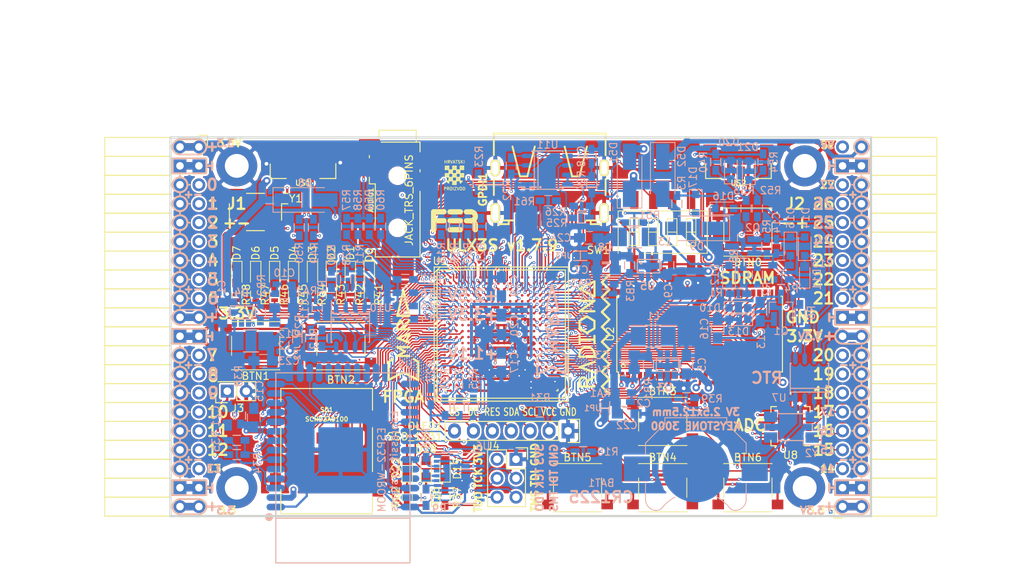
<source format=kicad_pcb>
(kicad_pcb (version 4) (host pcbnew 4.0.7+dfsg1-1)

  (general
    (links 725)
    (no_connects 0)
    (area 93.949999 61.269999 188.230001 112.370001)
    (thickness 1.6)
    (drawings 473)
    (tracks 4548)
    (zones 0)
    (modules 167)
    (nets 250)
  )

  (page A4)
  (layers
    (0 F.Cu signal)
    (1 In1.Cu signal)
    (2 In2.Cu signal)
    (31 B.Cu signal)
    (32 B.Adhes user)
    (33 F.Adhes user)
    (34 B.Paste user)
    (35 F.Paste user)
    (36 B.SilkS user)
    (37 F.SilkS user)
    (38 B.Mask user)
    (39 F.Mask user)
    (40 Dwgs.User user)
    (41 Cmts.User user)
    (42 Eco1.User user)
    (43 Eco2.User user)
    (44 Edge.Cuts user)
    (45 Margin user)
    (46 B.CrtYd user)
    (47 F.CrtYd user)
    (48 B.Fab user)
    (49 F.Fab user)
  )

  (setup
    (last_trace_width 0.3)
    (trace_clearance 0.127)
    (zone_clearance 0.127)
    (zone_45_only no)
    (trace_min 0.127)
    (segment_width 0.2)
    (edge_width 0.2)
    (via_size 0.4)
    (via_drill 0.2)
    (via_min_size 0.4)
    (via_min_drill 0.2)
    (uvia_size 0.3)
    (uvia_drill 0.1)
    (uvias_allowed no)
    (uvia_min_size 0.2)
    (uvia_min_drill 0.1)
    (pcb_text_width 0.3)
    (pcb_text_size 1.5 1.5)
    (mod_edge_width 0.15)
    (mod_text_size 1 1)
    (mod_text_width 0.15)
    (pad_size 1.7272 1.7272)
    (pad_drill 1.016)
    (pad_to_mask_clearance 0.05)
    (aux_axis_origin 94.1 112.22)
    (grid_origin 94.1 112.22)
    (visible_elements 7FFFFFFF)
    (pcbplotparams
      (layerselection 0x310f0_80000007)
      (usegerberextensions true)
      (excludeedgelayer true)
      (linewidth 0.100000)
      (plotframeref false)
      (viasonmask false)
      (mode 1)
      (useauxorigin false)
      (hpglpennumber 1)
      (hpglpenspeed 20)
      (hpglpendiameter 15)
      (hpglpenoverlay 2)
      (psnegative false)
      (psa4output false)
      (plotreference true)
      (plotvalue true)
      (plotinvisibletext false)
      (padsonsilk false)
      (subtractmaskfromsilk false)
      (outputformat 1)
      (mirror false)
      (drillshape 0)
      (scaleselection 1)
      (outputdirectory plot))
  )

  (net 0 "")
  (net 1 GND)
  (net 2 +5V)
  (net 3 /gpio/IN5V)
  (net 4 /gpio/OUT5V)
  (net 5 +3V3)
  (net 6 BTN_D)
  (net 7 BTN_F1)
  (net 8 BTN_F2)
  (net 9 BTN_L)
  (net 10 BTN_R)
  (net 11 BTN_U)
  (net 12 /power/FB1)
  (net 13 +2V5)
  (net 14 /power/PWREN)
  (net 15 /power/FB3)
  (net 16 /power/FB2)
  (net 17 "Net-(D9-Pad1)")
  (net 18 /power/VBAT)
  (net 19 JTAG_TDI)
  (net 20 JTAG_TCK)
  (net 21 JTAG_TMS)
  (net 22 JTAG_TDO)
  (net 23 /power/WAKEUPn)
  (net 24 /power/WKUP)
  (net 25 /power/SHUT)
  (net 26 /power/WAKE)
  (net 27 /power/HOLD)
  (net 28 /power/WKn)
  (net 29 /power/OSCI_32k)
  (net 30 /power/OSCO_32k)
  (net 31 "Net-(Q2-Pad3)")
  (net 32 SHUTDOWN)
  (net 33 /analog/AUDIO_L)
  (net 34 /analog/AUDIO_R)
  (net 35 GPDI_5V_SCL)
  (net 36 GPDI_5V_SDA)
  (net 37 GPDI_SDA)
  (net 38 GPDI_SCL)
  (net 39 /gpdi/VREF2)
  (net 40 SD_CMD)
  (net 41 SD_CLK)
  (net 42 SD_D0)
  (net 43 SD_D1)
  (net 44 USB5V)
  (net 45 GPDI_CEC)
  (net 46 nRESET)
  (net 47 FTDI_nDTR)
  (net 48 SDRAM_CKE)
  (net 49 SDRAM_A7)
  (net 50 SDRAM_D15)
  (net 51 SDRAM_BA1)
  (net 52 SDRAM_D7)
  (net 53 SDRAM_A6)
  (net 54 SDRAM_CLK)
  (net 55 SDRAM_D13)
  (net 56 SDRAM_BA0)
  (net 57 SDRAM_D6)
  (net 58 SDRAM_A5)
  (net 59 SDRAM_D14)
  (net 60 SDRAM_A11)
  (net 61 SDRAM_D12)
  (net 62 SDRAM_D5)
  (net 63 SDRAM_A4)
  (net 64 SDRAM_A10)
  (net 65 SDRAM_D11)
  (net 66 SDRAM_A3)
  (net 67 SDRAM_D4)
  (net 68 SDRAM_D10)
  (net 69 SDRAM_D9)
  (net 70 SDRAM_A9)
  (net 71 SDRAM_D3)
  (net 72 SDRAM_D8)
  (net 73 SDRAM_A8)
  (net 74 SDRAM_A2)
  (net 75 SDRAM_A1)
  (net 76 SDRAM_A0)
  (net 77 SDRAM_D2)
  (net 78 SDRAM_D1)
  (net 79 SDRAM_D0)
  (net 80 SDRAM_DQM0)
  (net 81 SDRAM_nCS)
  (net 82 SDRAM_nRAS)
  (net 83 SDRAM_DQM1)
  (net 84 SDRAM_nCAS)
  (net 85 SDRAM_nWE)
  (net 86 /flash/FLASH_nWP)
  (net 87 /flash/FLASH_nHOLD)
  (net 88 /flash/FLASH_MOSI)
  (net 89 /flash/FLASH_MISO)
  (net 90 /flash/FLASH_SCK)
  (net 91 /flash/FLASH_nCS)
  (net 92 /flash/FPGA_PROGRAMN)
  (net 93 /flash/FPGA_DONE)
  (net 94 /flash/FPGA_INITN)
  (net 95 OLED_RES)
  (net 96 OLED_DC)
  (net 97 OLED_CS)
  (net 98 WIFI_EN)
  (net 99 FTDI_nRTS)
  (net 100 FTDI_TXD)
  (net 101 FTDI_RXD)
  (net 102 WIFI_RXD)
  (net 103 WIFI_GPIO0)
  (net 104 WIFI_TXD)
  (net 105 GPDI_ETH-)
  (net 106 GPDI_ETH+)
  (net 107 GPDI_D2+)
  (net 108 GPDI_D2-)
  (net 109 GPDI_D1+)
  (net 110 GPDI_D1-)
  (net 111 GPDI_D0+)
  (net 112 GPDI_D0-)
  (net 113 GPDI_CLK+)
  (net 114 GPDI_CLK-)
  (net 115 USB_FTDI_D+)
  (net 116 USB_FTDI_D-)
  (net 117 SD_D3)
  (net 118 AUDIO_L3)
  (net 119 AUDIO_L2)
  (net 120 AUDIO_L1)
  (net 121 AUDIO_L0)
  (net 122 AUDIO_R3)
  (net 123 AUDIO_R2)
  (net 124 AUDIO_R1)
  (net 125 AUDIO_R0)
  (net 126 OLED_CLK)
  (net 127 OLED_MOSI)
  (net 128 LED0)
  (net 129 LED1)
  (net 130 LED2)
  (net 131 LED3)
  (net 132 LED4)
  (net 133 LED5)
  (net 134 LED6)
  (net 135 LED7)
  (net 136 BTN_PWRn)
  (net 137 FTDI_nTXLED)
  (net 138 FTDI_nSLEEP)
  (net 139 /blinkey/LED_PWREN)
  (net 140 /blinkey/LED_TXLED)
  (net 141 /sdcard/SD3V3)
  (net 142 SD_D2)
  (net 143 CLK_25MHz)
  (net 144 /blinkey/BTNPUL)
  (net 145 /blinkey/BTNPUR)
  (net 146 USB_FPGA_D+)
  (net 147 /power/FTDI_nSUSPEND)
  (net 148 /blinkey/ALED0)
  (net 149 /blinkey/ALED1)
  (net 150 /blinkey/ALED2)
  (net 151 /blinkey/ALED3)
  (net 152 /blinkey/ALED4)
  (net 153 /blinkey/ALED5)
  (net 154 /blinkey/ALED6)
  (net 155 /blinkey/ALED7)
  (net 156 /usb/FTD-)
  (net 157 /usb/FTD+)
  (net 158 ADC_MISO)
  (net 159 ADC_MOSI)
  (net 160 ADC_CSn)
  (net 161 ADC_SCLK)
  (net 162 SW3)
  (net 163 SW2)
  (net 164 SW1)
  (net 165 USB_FPGA_D-)
  (net 166 /usb/FPD+)
  (net 167 /usb/FPD-)
  (net 168 WIFI_GPIO16)
  (net 169 /usb/ANT_433MHz)
  (net 170 /power/PWRBTn)
  (net 171 PROG_DONE)
  (net 172 /power/P3V3)
  (net 173 /power/P2V5)
  (net 174 /power/L1)
  (net 175 /power/L3)
  (net 176 /power/L2)
  (net 177 FTDI_TXDEN)
  (net 178 SDRAM_A12)
  (net 179 /analog/AUDIO_V)
  (net 180 AUDIO_V3)
  (net 181 AUDIO_V2)
  (net 182 AUDIO_V1)
  (net 183 AUDIO_V0)
  (net 184 /gpdi/FPGA_CEC)
  (net 185 /blinkey/LED_WIFI)
  (net 186 /power/P1V1)
  (net 187 +1V1)
  (net 188 SW4)
  (net 189 /blinkey/SWPU)
  (net 190 /wifi/WIFIEN)
  (net 191 FT2V5)
  (net 192 GN0)
  (net 193 GP0)
  (net 194 GN1)
  (net 195 GP1)
  (net 196 GN2)
  (net 197 GP2)
  (net 198 GN3)
  (net 199 GP3)
  (net 200 GN4)
  (net 201 GP4)
  (net 202 GN5)
  (net 203 GP5)
  (net 204 GN6)
  (net 205 GP6)
  (net 206 GN14)
  (net 207 GP14)
  (net 208 GN15)
  (net 209 GP15)
  (net 210 GN16)
  (net 211 GP16)
  (net 212 GN17)
  (net 213 GP17)
  (net 214 GN18)
  (net 215 GP18)
  (net 216 GN19)
  (net 217 GP19)
  (net 218 GN20)
  (net 219 GP20)
  (net 220 GN21)
  (net 221 GP21)
  (net 222 GN22)
  (net 223 GP22)
  (net 224 GN23)
  (net 225 GP23)
  (net 226 GN24)
  (net 227 GP24)
  (net 228 GN25)
  (net 229 GP25)
  (net 230 GN26)
  (net 231 GP26)
  (net 232 GN27)
  (net 233 GP27)
  (net 234 GN7)
  (net 235 GP7)
  (net 236 GN8)
  (net 237 GP8)
  (net 238 GN9)
  (net 239 GP9)
  (net 240 GN10)
  (net 241 GP10)
  (net 242 GN11)
  (net 243 GP11)
  (net 244 GN12)
  (net 245 GP12)
  (net 246 GN13)
  (net 247 GP13)
  (net 248 WIFI_GPIO5)
  (net 249 WIFI_GPIO17)

  (net_class Default "This is the default net class."
    (clearance 0.127)
    (trace_width 0.3)
    (via_dia 0.4)
    (via_drill 0.2)
    (uvia_dia 0.3)
    (uvia_drill 0.1)
    (add_net +1V1)
    (add_net +2V5)
    (add_net +3V3)
    (add_net +5V)
    (add_net /analog/AUDIO_L)
    (add_net /analog/AUDIO_R)
    (add_net /analog/AUDIO_V)
    (add_net /blinkey/ALED0)
    (add_net /blinkey/ALED1)
    (add_net /blinkey/ALED2)
    (add_net /blinkey/ALED3)
    (add_net /blinkey/ALED4)
    (add_net /blinkey/ALED5)
    (add_net /blinkey/ALED6)
    (add_net /blinkey/ALED7)
    (add_net /blinkey/BTNPUL)
    (add_net /blinkey/BTNPUR)
    (add_net /blinkey/LED_PWREN)
    (add_net /blinkey/LED_TXLED)
    (add_net /blinkey/LED_WIFI)
    (add_net /blinkey/SWPU)
    (add_net /gpdi/VREF2)
    (add_net /gpio/IN5V)
    (add_net /gpio/OUT5V)
    (add_net /power/FB1)
    (add_net /power/FB2)
    (add_net /power/FB3)
    (add_net /power/FTDI_nSUSPEND)
    (add_net /power/HOLD)
    (add_net /power/L1)
    (add_net /power/L2)
    (add_net /power/L3)
    (add_net /power/OSCI_32k)
    (add_net /power/OSCO_32k)
    (add_net /power/P1V1)
    (add_net /power/P2V5)
    (add_net /power/P3V3)
    (add_net /power/PWRBTn)
    (add_net /power/PWREN)
    (add_net /power/SHUT)
    (add_net /power/VBAT)
    (add_net /power/WAKE)
    (add_net /power/WAKEUPn)
    (add_net /power/WKUP)
    (add_net /power/WKn)
    (add_net /sdcard/SD3V3)
    (add_net /usb/ANT_433MHz)
    (add_net /usb/FPD+)
    (add_net /usb/FPD-)
    (add_net /usb/FTD+)
    (add_net /usb/FTD-)
    (add_net /wifi/WIFIEN)
    (add_net FT2V5)
    (add_net GND)
    (add_net "Net-(D9-Pad1)")
    (add_net "Net-(Q2-Pad3)")
    (add_net SW4)
    (add_net USB5V)
  )

  (net_class BGA ""
    (clearance 0.127)
    (trace_width 0.19)
    (via_dia 0.4)
    (via_drill 0.2)
    (uvia_dia 0.3)
    (uvia_drill 0.1)
    (add_net /flash/FLASH_MISO)
    (add_net /flash/FLASH_MOSI)
    (add_net /flash/FLASH_SCK)
    (add_net /flash/FLASH_nCS)
    (add_net /flash/FLASH_nHOLD)
    (add_net /flash/FLASH_nWP)
    (add_net /flash/FPGA_DONE)
    (add_net /flash/FPGA_INITN)
    (add_net /flash/FPGA_PROGRAMN)
    (add_net /gpdi/FPGA_CEC)
    (add_net ADC_CSn)
    (add_net ADC_MISO)
    (add_net ADC_MOSI)
    (add_net ADC_SCLK)
    (add_net AUDIO_L0)
    (add_net AUDIO_L1)
    (add_net AUDIO_L2)
    (add_net AUDIO_L3)
    (add_net AUDIO_R0)
    (add_net AUDIO_R1)
    (add_net AUDIO_R2)
    (add_net AUDIO_R3)
    (add_net AUDIO_V0)
    (add_net AUDIO_V1)
    (add_net AUDIO_V2)
    (add_net AUDIO_V3)
    (add_net BTN_D)
    (add_net BTN_F1)
    (add_net BTN_F2)
    (add_net BTN_L)
    (add_net BTN_PWRn)
    (add_net BTN_R)
    (add_net BTN_U)
    (add_net CLK_25MHz)
    (add_net FTDI_RXD)
    (add_net FTDI_TXD)
    (add_net FTDI_TXDEN)
    (add_net FTDI_nDTR)
    (add_net FTDI_nRTS)
    (add_net FTDI_nSLEEP)
    (add_net FTDI_nTXLED)
    (add_net GN0)
    (add_net GN1)
    (add_net GN10)
    (add_net GN11)
    (add_net GN12)
    (add_net GN13)
    (add_net GN14)
    (add_net GN15)
    (add_net GN16)
    (add_net GN17)
    (add_net GN18)
    (add_net GN19)
    (add_net GN2)
    (add_net GN20)
    (add_net GN21)
    (add_net GN22)
    (add_net GN23)
    (add_net GN24)
    (add_net GN25)
    (add_net GN26)
    (add_net GN27)
    (add_net GN3)
    (add_net GN4)
    (add_net GN5)
    (add_net GN6)
    (add_net GN7)
    (add_net GN8)
    (add_net GN9)
    (add_net GP0)
    (add_net GP1)
    (add_net GP10)
    (add_net GP11)
    (add_net GP12)
    (add_net GP13)
    (add_net GP14)
    (add_net GP15)
    (add_net GP16)
    (add_net GP17)
    (add_net GP18)
    (add_net GP19)
    (add_net GP2)
    (add_net GP20)
    (add_net GP21)
    (add_net GP22)
    (add_net GP23)
    (add_net GP24)
    (add_net GP25)
    (add_net GP26)
    (add_net GP27)
    (add_net GP3)
    (add_net GP4)
    (add_net GP5)
    (add_net GP6)
    (add_net GP7)
    (add_net GP8)
    (add_net GP9)
    (add_net GPDI_5V_SCL)
    (add_net GPDI_5V_SDA)
    (add_net GPDI_CEC)
    (add_net GPDI_CLK+)
    (add_net GPDI_CLK-)
    (add_net GPDI_D0+)
    (add_net GPDI_D0-)
    (add_net GPDI_D1+)
    (add_net GPDI_D1-)
    (add_net GPDI_D2+)
    (add_net GPDI_D2-)
    (add_net GPDI_ETH+)
    (add_net GPDI_ETH-)
    (add_net GPDI_SCL)
    (add_net GPDI_SDA)
    (add_net JTAG_TCK)
    (add_net JTAG_TDI)
    (add_net JTAG_TDO)
    (add_net JTAG_TMS)
    (add_net LED0)
    (add_net LED1)
    (add_net LED2)
    (add_net LED3)
    (add_net LED4)
    (add_net LED5)
    (add_net LED6)
    (add_net LED7)
    (add_net OLED_CLK)
    (add_net OLED_CS)
    (add_net OLED_DC)
    (add_net OLED_MOSI)
    (add_net OLED_RES)
    (add_net PROG_DONE)
    (add_net SDRAM_A0)
    (add_net SDRAM_A1)
    (add_net SDRAM_A10)
    (add_net SDRAM_A11)
    (add_net SDRAM_A12)
    (add_net SDRAM_A2)
    (add_net SDRAM_A3)
    (add_net SDRAM_A4)
    (add_net SDRAM_A5)
    (add_net SDRAM_A6)
    (add_net SDRAM_A7)
    (add_net SDRAM_A8)
    (add_net SDRAM_A9)
    (add_net SDRAM_BA0)
    (add_net SDRAM_BA1)
    (add_net SDRAM_CKE)
    (add_net SDRAM_CLK)
    (add_net SDRAM_D0)
    (add_net SDRAM_D1)
    (add_net SDRAM_D10)
    (add_net SDRAM_D11)
    (add_net SDRAM_D12)
    (add_net SDRAM_D13)
    (add_net SDRAM_D14)
    (add_net SDRAM_D15)
    (add_net SDRAM_D2)
    (add_net SDRAM_D3)
    (add_net SDRAM_D4)
    (add_net SDRAM_D5)
    (add_net SDRAM_D6)
    (add_net SDRAM_D7)
    (add_net SDRAM_D8)
    (add_net SDRAM_D9)
    (add_net SDRAM_DQM0)
    (add_net SDRAM_DQM1)
    (add_net SDRAM_nCAS)
    (add_net SDRAM_nCS)
    (add_net SDRAM_nRAS)
    (add_net SDRAM_nWE)
    (add_net SD_CLK)
    (add_net SD_CMD)
    (add_net SD_D0)
    (add_net SD_D1)
    (add_net SD_D2)
    (add_net SD_D3)
    (add_net SHUTDOWN)
    (add_net SW1)
    (add_net SW2)
    (add_net SW3)
    (add_net USB_FPGA_D+)
    (add_net USB_FPGA_D-)
    (add_net USB_FTDI_D+)
    (add_net USB_FTDI_D-)
    (add_net WIFI_EN)
    (add_net WIFI_GPIO0)
    (add_net WIFI_GPIO16)
    (add_net WIFI_GPIO17)
    (add_net WIFI_GPIO5)
    (add_net WIFI_RXD)
    (add_net WIFI_TXD)
    (add_net nRESET)
  )

  (net_class Minimal ""
    (clearance 0.127)
    (trace_width 0.127)
    (via_dia 0.4)
    (via_drill 0.2)
    (uvia_dia 0.3)
    (uvia_drill 0.1)
  )

  (module Socket_Strips:Socket_Strip_Angled_2x20 (layer F.Cu) (tedit 5A2B354F) (tstamp 58E6BE3D)
    (at 97.91 62.69 270)
    (descr "Through hole socket strip")
    (tags "socket strip")
    (path /56AC389C/58E6B835)
    (fp_text reference J1 (at 7.62 -5.08 360) (layer F.SilkS)
      (effects (font (size 1.5 1.5) (thickness 0.3)))
    )
    (fp_text value CONN_02X20 (at 0 -2.6 270) (layer F.Fab) hide
      (effects (font (size 1 1) (thickness 0.15)))
    )
    (fp_line (start -1.75 -1.35) (end -1.75 13.15) (layer F.CrtYd) (width 0.05))
    (fp_line (start 50.05 -1.35) (end 50.05 13.15) (layer F.CrtYd) (width 0.05))
    (fp_line (start -1.75 -1.35) (end 50.05 -1.35) (layer F.CrtYd) (width 0.05))
    (fp_line (start -1.75 13.15) (end 50.05 13.15) (layer F.CrtYd) (width 0.05))
    (fp_line (start 49.53 12.64) (end 49.53 3.81) (layer F.SilkS) (width 0.15))
    (fp_line (start 46.99 12.64) (end 49.53 12.64) (layer F.SilkS) (width 0.15))
    (fp_line (start 46.99 3.81) (end 49.53 3.81) (layer F.SilkS) (width 0.15))
    (fp_line (start 49.53 3.81) (end 49.53 12.64) (layer F.SilkS) (width 0.15))
    (fp_line (start 46.99 3.81) (end 46.99 12.64) (layer F.SilkS) (width 0.15))
    (fp_line (start 44.45 3.81) (end 46.99 3.81) (layer F.SilkS) (width 0.15))
    (fp_line (start 44.45 12.64) (end 46.99 12.64) (layer F.SilkS) (width 0.15))
    (fp_line (start 46.99 12.64) (end 46.99 3.81) (layer F.SilkS) (width 0.15))
    (fp_line (start 29.21 12.64) (end 29.21 3.81) (layer F.SilkS) (width 0.15))
    (fp_line (start 26.67 12.64) (end 29.21 12.64) (layer F.SilkS) (width 0.15))
    (fp_line (start 26.67 3.81) (end 29.21 3.81) (layer F.SilkS) (width 0.15))
    (fp_line (start 29.21 3.81) (end 29.21 12.64) (layer F.SilkS) (width 0.15))
    (fp_line (start 31.75 3.81) (end 31.75 12.64) (layer F.SilkS) (width 0.15))
    (fp_line (start 29.21 3.81) (end 31.75 3.81) (layer F.SilkS) (width 0.15))
    (fp_line (start 29.21 12.64) (end 31.75 12.64) (layer F.SilkS) (width 0.15))
    (fp_line (start 31.75 12.64) (end 31.75 3.81) (layer F.SilkS) (width 0.15))
    (fp_line (start 44.45 12.64) (end 44.45 3.81) (layer F.SilkS) (width 0.15))
    (fp_line (start 41.91 12.64) (end 44.45 12.64) (layer F.SilkS) (width 0.15))
    (fp_line (start 41.91 3.81) (end 44.45 3.81) (layer F.SilkS) (width 0.15))
    (fp_line (start 44.45 3.81) (end 44.45 12.64) (layer F.SilkS) (width 0.15))
    (fp_line (start 41.91 3.81) (end 41.91 12.64) (layer F.SilkS) (width 0.15))
    (fp_line (start 39.37 3.81) (end 41.91 3.81) (layer F.SilkS) (width 0.15))
    (fp_line (start 39.37 12.64) (end 41.91 12.64) (layer F.SilkS) (width 0.15))
    (fp_line (start 41.91 12.64) (end 41.91 3.81) (layer F.SilkS) (width 0.15))
    (fp_line (start 39.37 12.64) (end 39.37 3.81) (layer F.SilkS) (width 0.15))
    (fp_line (start 36.83 12.64) (end 39.37 12.64) (layer F.SilkS) (width 0.15))
    (fp_line (start 36.83 3.81) (end 39.37 3.81) (layer F.SilkS) (width 0.15))
    (fp_line (start 39.37 3.81) (end 39.37 12.64) (layer F.SilkS) (width 0.15))
    (fp_line (start 36.83 3.81) (end 36.83 12.64) (layer F.SilkS) (width 0.15))
    (fp_line (start 34.29 3.81) (end 36.83 3.81) (layer F.SilkS) (width 0.15))
    (fp_line (start 34.29 12.64) (end 36.83 12.64) (layer F.SilkS) (width 0.15))
    (fp_line (start 36.83 12.64) (end 36.83 3.81) (layer F.SilkS) (width 0.15))
    (fp_line (start 34.29 12.64) (end 34.29 3.81) (layer F.SilkS) (width 0.15))
    (fp_line (start 31.75 12.64) (end 34.29 12.64) (layer F.SilkS) (width 0.15))
    (fp_line (start 31.75 3.81) (end 34.29 3.81) (layer F.SilkS) (width 0.15))
    (fp_line (start 34.29 3.81) (end 34.29 12.64) (layer F.SilkS) (width 0.15))
    (fp_line (start 16.51 3.81) (end 16.51 12.64) (layer F.SilkS) (width 0.15))
    (fp_line (start 13.97 3.81) (end 16.51 3.81) (layer F.SilkS) (width 0.15))
    (fp_line (start 13.97 12.64) (end 16.51 12.64) (layer F.SilkS) (width 0.15))
    (fp_line (start 16.51 12.64) (end 16.51 3.81) (layer F.SilkS) (width 0.15))
    (fp_line (start 19.05 12.64) (end 19.05 3.81) (layer F.SilkS) (width 0.15))
    (fp_line (start 16.51 12.64) (end 19.05 12.64) (layer F.SilkS) (width 0.15))
    (fp_line (start 16.51 3.81) (end 19.05 3.81) (layer F.SilkS) (width 0.15))
    (fp_line (start 19.05 3.81) (end 19.05 12.64) (layer F.SilkS) (width 0.15))
    (fp_line (start 21.59 3.81) (end 21.59 12.64) (layer F.SilkS) (width 0.15))
    (fp_line (start 19.05 3.81) (end 21.59 3.81) (layer F.SilkS) (width 0.15))
    (fp_line (start 19.05 12.64) (end 21.59 12.64) (layer F.SilkS) (width 0.15))
    (fp_line (start 21.59 12.64) (end 21.59 3.81) (layer F.SilkS) (width 0.15))
    (fp_line (start 24.13 12.64) (end 24.13 3.81) (layer F.SilkS) (width 0.15))
    (fp_line (start 21.59 12.64) (end 24.13 12.64) (layer F.SilkS) (width 0.15))
    (fp_line (start 21.59 3.81) (end 24.13 3.81) (layer F.SilkS) (width 0.15))
    (fp_line (start 24.13 3.81) (end 24.13 12.64) (layer F.SilkS) (width 0.15))
    (fp_line (start 26.67 3.81) (end 26.67 12.64) (layer F.SilkS) (width 0.15))
    (fp_line (start 24.13 3.81) (end 26.67 3.81) (layer F.SilkS) (width 0.15))
    (fp_line (start 24.13 12.64) (end 26.67 12.64) (layer F.SilkS) (width 0.15))
    (fp_line (start 26.67 12.64) (end 26.67 3.81) (layer F.SilkS) (width 0.15))
    (fp_line (start 13.97 12.64) (end 13.97 3.81) (layer F.SilkS) (width 0.15))
    (fp_line (start 11.43 12.64) (end 13.97 12.64) (layer F.SilkS) (width 0.15))
    (fp_line (start 11.43 3.81) (end 13.97 3.81) (layer F.SilkS) (width 0.15))
    (fp_line (start 13.97 3.81) (end 13.97 12.64) (layer F.SilkS) (width 0.15))
    (fp_line (start 11.43 3.81) (end 11.43 12.64) (layer F.SilkS) (width 0.15))
    (fp_line (start 8.89 3.81) (end 11.43 3.81) (layer F.SilkS) (width 0.15))
    (fp_line (start 8.89 12.64) (end 11.43 12.64) (layer F.SilkS) (width 0.15))
    (fp_line (start 11.43 12.64) (end 11.43 3.81) (layer F.SilkS) (width 0.15))
    (fp_line (start 8.89 12.64) (end 8.89 3.81) (layer F.SilkS) (width 0.15))
    (fp_line (start 6.35 12.64) (end 8.89 12.64) (layer F.SilkS) (width 0.15))
    (fp_line (start 6.35 3.81) (end 8.89 3.81) (layer F.SilkS) (width 0.15))
    (fp_line (start 8.89 3.81) (end 8.89 12.64) (layer F.SilkS) (width 0.15))
    (fp_line (start 6.35 3.81) (end 6.35 12.64) (layer F.SilkS) (width 0.15))
    (fp_line (start 3.81 3.81) (end 6.35 3.81) (layer F.SilkS) (width 0.15))
    (fp_line (start 3.81 12.64) (end 6.35 12.64) (layer F.SilkS) (width 0.15))
    (fp_line (start 6.35 12.64) (end 6.35 3.81) (layer F.SilkS) (width 0.15))
    (fp_line (start 3.81 12.64) (end 3.81 3.81) (layer F.SilkS) (width 0.15))
    (fp_line (start 1.27 12.64) (end 3.81 12.64) (layer F.SilkS) (width 0.15))
    (fp_line (start 1.27 3.81) (end 3.81 3.81) (layer F.SilkS) (width 0.15))
    (fp_line (start 3.81 3.81) (end 3.81 12.64) (layer F.SilkS) (width 0.15))
    (fp_line (start 1.27 3.81) (end 1.27 12.64) (layer F.SilkS) (width 0.15))
    (fp_line (start -1.27 3.81) (end 1.27 3.81) (layer F.SilkS) (width 0.15))
    (fp_line (start 0 -1.15) (end -1.55 -1.15) (layer F.SilkS) (width 0.15))
    (fp_line (start -1.55 -1.15) (end -1.55 0) (layer F.SilkS) (width 0.15))
    (fp_line (start -1.27 3.81) (end -1.27 12.64) (layer F.SilkS) (width 0.15))
    (fp_line (start -1.27 12.64) (end 1.27 12.64) (layer F.SilkS) (width 0.15))
    (fp_line (start 1.27 12.64) (end 1.27 3.81) (layer F.SilkS) (width 0.15))
    (pad 1 thru_hole oval (at 0 0 270) (size 1.7272 1.7272) (drill 1.016) (layers *.Cu *.Mask)
      (net 5 +3V3))
    (pad 2 thru_hole oval (at 0 2.54 270) (size 1.7272 1.7272) (drill 1.016) (layers *.Cu *.Mask)
      (net 5 +3V3))
    (pad 3 thru_hole rect (at 2.54 0 270) (size 1.7272 1.7272) (drill 1.016) (layers *.Cu *.Mask)
      (net 1 GND))
    (pad 4 thru_hole rect (at 2.54 2.54 270) (size 1.7272 1.7272) (drill 1.016) (layers *.Cu *.Mask)
      (net 1 GND))
    (pad 5 thru_hole oval (at 5.08 0 270) (size 1.7272 1.7272) (drill 1.016) (layers *.Cu *.Mask)
      (net 192 GN0))
    (pad 6 thru_hole oval (at 5.08 2.54 270) (size 1.7272 1.7272) (drill 1.016) (layers *.Cu *.Mask)
      (net 193 GP0))
    (pad 7 thru_hole oval (at 7.62 0 270) (size 1.7272 1.7272) (drill 1.016) (layers *.Cu *.Mask)
      (net 194 GN1))
    (pad 8 thru_hole oval (at 7.62 2.54 270) (size 1.7272 1.7272) (drill 1.016) (layers *.Cu *.Mask)
      (net 195 GP1))
    (pad 9 thru_hole oval (at 10.16 0 270) (size 1.7272 1.7272) (drill 1.016) (layers *.Cu *.Mask)
      (net 196 GN2))
    (pad 10 thru_hole oval (at 10.16 2.54 270) (size 1.7272 1.7272) (drill 1.016) (layers *.Cu *.Mask)
      (net 197 GP2))
    (pad 11 thru_hole oval (at 12.7 0 270) (size 1.7272 1.7272) (drill 1.016) (layers *.Cu *.Mask)
      (net 198 GN3))
    (pad 12 thru_hole oval (at 12.7 2.54 270) (size 1.7272 1.7272) (drill 1.016) (layers *.Cu *.Mask)
      (net 199 GP3))
    (pad 13 thru_hole oval (at 15.24 0 270) (size 1.7272 1.7272) (drill 1.016) (layers *.Cu *.Mask)
      (net 200 GN4))
    (pad 14 thru_hole oval (at 15.24 2.54 270) (size 1.7272 1.7272) (drill 1.016) (layers *.Cu *.Mask)
      (net 201 GP4))
    (pad 15 thru_hole oval (at 17.78 0 270) (size 1.7272 1.7272) (drill 1.016) (layers *.Cu *.Mask)
      (net 202 GN5))
    (pad 16 thru_hole oval (at 17.78 2.54 270) (size 1.7272 1.7272) (drill 1.016) (layers *.Cu *.Mask)
      (net 203 GP5))
    (pad 17 thru_hole oval (at 20.32 0 270) (size 1.7272 1.7272) (drill 1.016) (layers *.Cu *.Mask)
      (net 204 GN6))
    (pad 18 thru_hole oval (at 20.32 2.54 270) (size 1.7272 1.7272) (drill 1.016) (layers *.Cu *.Mask)
      (net 205 GP6))
    (pad 19 thru_hole oval (at 22.86 0 270) (size 1.7272 1.7272) (drill 1.016) (layers *.Cu *.Mask)
      (net 5 +3V3))
    (pad 20 thru_hole oval (at 22.86 2.54 270) (size 1.7272 1.7272) (drill 1.016) (layers *.Cu *.Mask)
      (net 5 +3V3))
    (pad 21 thru_hole rect (at 25.4 0 270) (size 1.7272 1.7272) (drill 1.016) (layers *.Cu *.Mask)
      (net 1 GND))
    (pad 22 thru_hole rect (at 25.4 2.54 270) (size 1.7272 1.7272) (drill 1.016) (layers *.Cu *.Mask)
      (net 1 GND))
    (pad 23 thru_hole oval (at 27.94 0 270) (size 1.7272 1.7272) (drill 1.016) (layers *.Cu *.Mask)
      (net 234 GN7))
    (pad 24 thru_hole oval (at 27.94 2.54 270) (size 1.7272 1.7272) (drill 1.016) (layers *.Cu *.Mask)
      (net 235 GP7))
    (pad 25 thru_hole oval (at 30.48 0 270) (size 1.7272 1.7272) (drill 1.016) (layers *.Cu *.Mask)
      (net 236 GN8))
    (pad 26 thru_hole oval (at 30.48 2.54 270) (size 1.7272 1.7272) (drill 1.016) (layers *.Cu *.Mask)
      (net 237 GP8))
    (pad 27 thru_hole oval (at 33.02 0 270) (size 1.7272 1.7272) (drill 1.016) (layers *.Cu *.Mask)
      (net 238 GN9))
    (pad 28 thru_hole oval (at 33.02 2.54 270) (size 1.7272 1.7272) (drill 1.016) (layers *.Cu *.Mask)
      (net 239 GP9))
    (pad 29 thru_hole oval (at 35.56 0 270) (size 1.7272 1.7272) (drill 1.016) (layers *.Cu *.Mask)
      (net 240 GN10))
    (pad 30 thru_hole oval (at 35.56 2.54 270) (size 1.7272 1.7272) (drill 1.016) (layers *.Cu *.Mask)
      (net 241 GP10))
    (pad 31 thru_hole oval (at 38.1 0 270) (size 1.7272 1.7272) (drill 1.016) (layers *.Cu *.Mask)
      (net 242 GN11))
    (pad 32 thru_hole oval (at 38.1 2.54 270) (size 1.7272 1.7272) (drill 1.016) (layers *.Cu *.Mask)
      (net 243 GP11))
    (pad 33 thru_hole oval (at 40.64 0 270) (size 1.7272 1.7272) (drill 1.016) (layers *.Cu *.Mask)
      (net 244 GN12))
    (pad 34 thru_hole oval (at 40.64 2.54 270) (size 1.7272 1.7272) (drill 1.016) (layers *.Cu *.Mask)
      (net 245 GP12))
    (pad 35 thru_hole oval (at 43.18 0 270) (size 1.7272 1.7272) (drill 1.016) (layers *.Cu *.Mask)
      (net 246 GN13))
    (pad 36 thru_hole oval (at 43.18 2.54 270) (size 1.7272 1.7272) (drill 1.016) (layers *.Cu *.Mask)
      (net 247 GP13))
    (pad 37 thru_hole rect (at 45.72 0 270) (size 1.7272 1.7272) (drill 1.016) (layers *.Cu *.Mask)
      (net 1 GND))
    (pad 38 thru_hole rect (at 45.72 2.54 270) (size 1.7272 1.7272) (drill 1.016) (layers *.Cu *.Mask)
      (net 1 GND))
    (pad 39 thru_hole oval (at 48.26 0 270) (size 1.7272 1.7272) (drill 1.016) (layers *.Cu *.Mask)
      (net 5 +3V3))
    (pad 40 thru_hole oval (at 48.26 2.54 270) (size 1.7272 1.7272) (drill 1.016) (layers *.Cu *.Mask)
      (net 5 +3V3))
    (model Socket_Strips.3dshapes/Socket_Strip_Angled_2x20.wrl
      (at (xyz 0.95 -0.05 0))
      (scale (xyz 1 1 1))
      (rotate (xyz 0 0 180))
    )
  )

  (module SMD_Packages:1Pin (layer F.Cu) (tedit 59F891E7) (tstamp 59C3DCCD)
    (at 182.67515 111.637626)
    (descr "module 1 pin (ou trou mecanique de percage)")
    (tags DEV)
    (path /58D6BF46/59C3AE47)
    (fp_text reference AE1 (at -3.236 3.798) (layer F.SilkS) hide
      (effects (font (size 1 1) (thickness 0.15)))
    )
    (fp_text value 433MHz (at 2.606 3.798) (layer F.Fab) hide
      (effects (font (size 1 1) (thickness 0.15)))
    )
    (pad 1 smd rect (at 0 0) (size 0.5 0.5) (layers B.Cu F.Paste F.Mask)
      (net 169 /usb/ANT_433MHz))
  )

  (module Resistors_SMD:R_0603_HandSoldering (layer B.Cu) (tedit 58307AEF) (tstamp 590C5C33)
    (at 103.498 98.758 90)
    (descr "Resistor SMD 0603, hand soldering")
    (tags "resistor 0603")
    (path /58DA7327/590C5D62)
    (attr smd)
    (fp_text reference R38 (at 5.334 -0.254 90) (layer B.SilkS)
      (effects (font (size 1 1) (thickness 0.15)) (justify mirror))
    )
    (fp_text value 0.47 (at 3.386 0 90) (layer B.Fab)
      (effects (font (size 1 1) (thickness 0.15)) (justify mirror))
    )
    (fp_line (start -0.8 -0.4) (end -0.8 0.4) (layer B.Fab) (width 0.1))
    (fp_line (start 0.8 -0.4) (end -0.8 -0.4) (layer B.Fab) (width 0.1))
    (fp_line (start 0.8 0.4) (end 0.8 -0.4) (layer B.Fab) (width 0.1))
    (fp_line (start -0.8 0.4) (end 0.8 0.4) (layer B.Fab) (width 0.1))
    (fp_line (start -2 0.8) (end 2 0.8) (layer B.CrtYd) (width 0.05))
    (fp_line (start -2 -0.8) (end 2 -0.8) (layer B.CrtYd) (width 0.05))
    (fp_line (start -2 0.8) (end -2 -0.8) (layer B.CrtYd) (width 0.05))
    (fp_line (start 2 0.8) (end 2 -0.8) (layer B.CrtYd) (width 0.05))
    (fp_line (start 0.5 -0.675) (end -0.5 -0.675) (layer B.SilkS) (width 0.15))
    (fp_line (start -0.5 0.675) (end 0.5 0.675) (layer B.SilkS) (width 0.15))
    (pad 1 smd rect (at -1.1 0 90) (size 1.2 0.9) (layers B.Cu B.Paste B.Mask)
      (net 141 /sdcard/SD3V3))
    (pad 2 smd rect (at 1.1 0 90) (size 1.2 0.9) (layers B.Cu B.Paste B.Mask)
      (net 5 +3V3))
    (model Resistors_SMD.3dshapes/R_0603_HandSoldering.wrl
      (at (xyz 0 0 0))
      (scale (xyz 1 1 1))
      (rotate (xyz 0 0 0))
    )
    (model Resistors_SMD.3dshapes/R_0603.wrl
      (at (xyz 0 0 0))
      (scale (xyz 1 1 1))
      (rotate (xyz 0 0 0))
    )
  )

  (module jumper:SOLDER-JUMPER_1-WAY (layer B.Cu) (tedit 59DFC21C) (tstamp 59DFBD53)
    (at 152.393 97.742 270)
    (path /58D51CAD/59DFB08A)
    (fp_text reference JP1 (at 0 1.778 360) (layer B.SilkS)
      (effects (font (size 0.762 0.762) (thickness 0.1524)) (justify mirror))
    )
    (fp_text value 1.2 (at 0 -1.524 270) (layer B.SilkS) hide
      (effects (font (size 0.762 0.762) (thickness 0.1524)) (justify mirror))
    )
    (fp_line (start 0 0.635) (end 0 -0.635) (layer B.SilkS) (width 0.15))
    (fp_line (start -0.889 -0.635) (end 0.889 -0.635) (layer B.SilkS) (width 0.15))
    (fp_line (start -0.889 0.635) (end 0.889 0.635) (layer B.SilkS) (width 0.15))
    (pad 1 smd rect (at -0.6 0 270) (size 1 1) (layers B.Cu B.Paste B.Mask)
      (net 186 /power/P1V1))
    (pad 2 smd rect (at 0.6 0 270) (size 1 1) (layers B.Cu B.Paste B.Mask)
      (net 187 +1V1))
  )

  (module Diodes_SMD:D_SMA_Handsoldering (layer B.Cu) (tedit 59D564F6) (tstamp 59D3C50D)
    (at 155.695 66.5 90)
    (descr "Diode SMA (DO-214AC) Handsoldering")
    (tags "Diode SMA (DO-214AC) Handsoldering")
    (path /56AC389C/56AC483B)
    (attr smd)
    (fp_text reference D51 (at 3.048 -2.159 90) (layer B.SilkS)
      (effects (font (size 1 1) (thickness 0.15)) (justify mirror))
    )
    (fp_text value STPS2L30AF (at 0 -2.6 90) (layer B.Fab) hide
      (effects (font (size 1 1) (thickness 0.15)) (justify mirror))
    )
    (fp_text user %R (at 3.048 -2.159 90) (layer B.Fab) hide
      (effects (font (size 1 1) (thickness 0.15)) (justify mirror))
    )
    (fp_line (start -4.4 1.65) (end -4.4 -1.65) (layer B.SilkS) (width 0.12))
    (fp_line (start 2.3 -1.5) (end -2.3 -1.5) (layer B.Fab) (width 0.1))
    (fp_line (start -2.3 -1.5) (end -2.3 1.5) (layer B.Fab) (width 0.1))
    (fp_line (start 2.3 1.5) (end 2.3 -1.5) (layer B.Fab) (width 0.1))
    (fp_line (start 2.3 1.5) (end -2.3 1.5) (layer B.Fab) (width 0.1))
    (fp_line (start -4.5 1.75) (end 4.5 1.75) (layer B.CrtYd) (width 0.05))
    (fp_line (start 4.5 1.75) (end 4.5 -1.75) (layer B.CrtYd) (width 0.05))
    (fp_line (start 4.5 -1.75) (end -4.5 -1.75) (layer B.CrtYd) (width 0.05))
    (fp_line (start -4.5 -1.75) (end -4.5 1.75) (layer B.CrtYd) (width 0.05))
    (fp_line (start -0.64944 -0.00102) (end -1.55114 -0.00102) (layer B.Fab) (width 0.1))
    (fp_line (start 0.50118 -0.00102) (end 1.4994 -0.00102) (layer B.Fab) (width 0.1))
    (fp_line (start -0.64944 0.79908) (end -0.64944 -0.80112) (layer B.Fab) (width 0.1))
    (fp_line (start 0.50118 -0.75032) (end 0.50118 0.79908) (layer B.Fab) (width 0.1))
    (fp_line (start -0.64944 -0.00102) (end 0.50118 -0.75032) (layer B.Fab) (width 0.1))
    (fp_line (start -0.64944 -0.00102) (end 0.50118 0.79908) (layer B.Fab) (width 0.1))
    (fp_line (start -4.4 -1.65) (end 2.5 -1.65) (layer B.SilkS) (width 0.12))
    (fp_line (start -4.4 1.65) (end 2.5 1.65) (layer B.SilkS) (width 0.12))
    (pad 1 smd rect (at -2.5 0 90) (size 3.5 1.8) (layers B.Cu B.Paste B.Mask)
      (net 2 +5V))
    (pad 2 smd rect (at 2.5 0 90) (size 3.5 1.8) (layers B.Cu B.Paste B.Mask)
      (net 3 /gpio/IN5V))
    (model ${KISYS3DMOD}/Diodes_SMD.3dshapes/D_SMA.wrl
      (at (xyz 0 0 0))
      (scale (xyz 1 1 1))
      (rotate (xyz 0 0 0))
    )
  )

  (module Resistors_SMD:R_0603_HandSoldering (layer B.Cu) (tedit 58307AEF) (tstamp 595B8F7A)
    (at 156.33 72.85 180)
    (descr "Resistor SMD 0603, hand soldering")
    (tags "resistor 0603")
    (path /58D6547C/595B9C2F)
    (attr smd)
    (fp_text reference R51 (at -2.032 1.016 180) (layer B.SilkS)
      (effects (font (size 1 1) (thickness 0.15)) (justify mirror))
    )
    (fp_text value 150 (at 3.556 -0.508 180) (layer B.Fab)
      (effects (font (size 1 1) (thickness 0.15)) (justify mirror))
    )
    (fp_line (start -0.8 -0.4) (end -0.8 0.4) (layer B.Fab) (width 0.1))
    (fp_line (start 0.8 -0.4) (end -0.8 -0.4) (layer B.Fab) (width 0.1))
    (fp_line (start 0.8 0.4) (end 0.8 -0.4) (layer B.Fab) (width 0.1))
    (fp_line (start -0.8 0.4) (end 0.8 0.4) (layer B.Fab) (width 0.1))
    (fp_line (start -2 0.8) (end 2 0.8) (layer B.CrtYd) (width 0.05))
    (fp_line (start -2 -0.8) (end 2 -0.8) (layer B.CrtYd) (width 0.05))
    (fp_line (start -2 0.8) (end -2 -0.8) (layer B.CrtYd) (width 0.05))
    (fp_line (start 2 0.8) (end 2 -0.8) (layer B.CrtYd) (width 0.05))
    (fp_line (start 0.5 -0.675) (end -0.5 -0.675) (layer B.SilkS) (width 0.15))
    (fp_line (start -0.5 0.675) (end 0.5 0.675) (layer B.SilkS) (width 0.15))
    (pad 1 smd rect (at -1.1 0 180) (size 1.2 0.9) (layers B.Cu B.Paste B.Mask)
      (net 5 +3V3))
    (pad 2 smd rect (at 1.1 0 180) (size 1.2 0.9) (layers B.Cu B.Paste B.Mask)
      (net 189 /blinkey/SWPU))
    (model Resistors_SMD.3dshapes/R_0603.wrl
      (at (xyz 0 0 0))
      (scale (xyz 1 1 1))
      (rotate (xyz 0 0 0))
    )
  )

  (module Resistors_SMD:R_1210_HandSoldering (layer B.Cu) (tedit 58307C8D) (tstamp 58D58A37)
    (at 158.87 88.09 180)
    (descr "Resistor SMD 1210, hand soldering")
    (tags "resistor 1210")
    (path /58D51CAD/58D59D36)
    (attr smd)
    (fp_text reference L1 (at 0 2.7 180) (layer B.SilkS)
      (effects (font (size 1 1) (thickness 0.15)) (justify mirror))
    )
    (fp_text value 2.2uH (at 0 2.032 180) (layer B.Fab)
      (effects (font (size 1 1) (thickness 0.15)) (justify mirror))
    )
    (fp_line (start -1.6 -1.25) (end -1.6 1.25) (layer B.Fab) (width 0.1))
    (fp_line (start 1.6 -1.25) (end -1.6 -1.25) (layer B.Fab) (width 0.1))
    (fp_line (start 1.6 1.25) (end 1.6 -1.25) (layer B.Fab) (width 0.1))
    (fp_line (start -1.6 1.25) (end 1.6 1.25) (layer B.Fab) (width 0.1))
    (fp_line (start -3.3 1.6) (end 3.3 1.6) (layer B.CrtYd) (width 0.05))
    (fp_line (start -3.3 -1.6) (end 3.3 -1.6) (layer B.CrtYd) (width 0.05))
    (fp_line (start -3.3 1.6) (end -3.3 -1.6) (layer B.CrtYd) (width 0.05))
    (fp_line (start 3.3 1.6) (end 3.3 -1.6) (layer B.CrtYd) (width 0.05))
    (fp_line (start 1 -1.475) (end -1 -1.475) (layer B.SilkS) (width 0.15))
    (fp_line (start -1 1.475) (end 1 1.475) (layer B.SilkS) (width 0.15))
    (pad 1 smd rect (at -2 0 180) (size 2 2.5) (layers B.Cu B.Paste B.Mask)
      (net 174 /power/L1))
    (pad 2 smd rect (at 2 0 180) (size 2 2.5) (layers B.Cu B.Paste B.Mask)
      (net 186 /power/P1V1))
    (model Inductors_SMD.3dshapes/L_1210.wrl
      (at (xyz 0 0 0))
      (scale (xyz 1 1 1))
      (rotate (xyz 0 0 0))
    )
  )

  (module TSOT-25:TSOT-25 (layer B.Cu) (tedit 59CD7E8F) (tstamp 58D5976E)
    (at 160.775 91.9)
    (path /58D51CAD/5A57BFD7)
    (attr smd)
    (fp_text reference U3 (at -0.381 3.048) (layer B.SilkS)
      (effects (font (size 1 1) (thickness 0.2)) (justify mirror))
    )
    (fp_text value TLV62569DBV (at 0 2.286) (layer B.Fab)
      (effects (font (size 0.4 0.4) (thickness 0.1)) (justify mirror))
    )
    (fp_circle (center -1 -0.4) (end -0.95 -0.5) (layer B.SilkS) (width 0.15))
    (fp_line (start -1.5 0.9) (end 1.5 0.9) (layer B.SilkS) (width 0.15))
    (fp_line (start 1.5 0.9) (end 1.5 -0.9) (layer B.SilkS) (width 0.15))
    (fp_line (start 1.5 -0.9) (end -1.5 -0.9) (layer B.SilkS) (width 0.15))
    (fp_line (start -1.5 -0.9) (end -1.5 0.9) (layer B.SilkS) (width 0.15))
    (pad 1 smd rect (at -0.95 -1.3) (size 0.7 1.2) (layers B.Cu B.Paste B.Mask)
      (net 14 /power/PWREN))
    (pad 2 smd rect (at 0 -1.3) (size 0.7 1.2) (layers B.Cu B.Paste B.Mask)
      (net 1 GND))
    (pad 3 smd rect (at 0.95 -1.3) (size 0.7 1.2) (layers B.Cu B.Paste B.Mask)
      (net 174 /power/L1))
    (pad 4 smd rect (at 0.95 1.3) (size 0.7 1.2) (layers B.Cu B.Paste B.Mask)
      (net 2 +5V))
    (pad 5 smd rect (at -0.95 1.3) (size 0.7 1.2) (layers B.Cu B.Paste B.Mask)
      (net 12 /power/FB1))
    (model TO_SOT_Packages_SMD.3dshapes/SOT-23-5.wrl
      (at (xyz 0 0 0))
      (scale (xyz 1 1 1))
      (rotate (xyz 0 0 -90))
    )
  )

  (module Resistors_SMD:R_1210_HandSoldering (layer B.Cu) (tedit 58307C8D) (tstamp 58D599B2)
    (at 104.895 88.725)
    (descr "Resistor SMD 1210, hand soldering")
    (tags "resistor 1210")
    (path /58D51CAD/58D67BD8)
    (attr smd)
    (fp_text reference L2 (at 4.445 0.635) (layer B.SilkS)
      (effects (font (size 1 1) (thickness 0.15)) (justify mirror))
    )
    (fp_text value 2.2uH (at -1.016 2.159) (layer B.Fab)
      (effects (font (size 1 1) (thickness 0.15)) (justify mirror))
    )
    (fp_line (start -1.6 -1.25) (end -1.6 1.25) (layer B.Fab) (width 0.1))
    (fp_line (start 1.6 -1.25) (end -1.6 -1.25) (layer B.Fab) (width 0.1))
    (fp_line (start 1.6 1.25) (end 1.6 -1.25) (layer B.Fab) (width 0.1))
    (fp_line (start -1.6 1.25) (end 1.6 1.25) (layer B.Fab) (width 0.1))
    (fp_line (start -3.3 1.6) (end 3.3 1.6) (layer B.CrtYd) (width 0.05))
    (fp_line (start -3.3 -1.6) (end 3.3 -1.6) (layer B.CrtYd) (width 0.05))
    (fp_line (start -3.3 1.6) (end -3.3 -1.6) (layer B.CrtYd) (width 0.05))
    (fp_line (start 3.3 1.6) (end 3.3 -1.6) (layer B.CrtYd) (width 0.05))
    (fp_line (start 1 -1.475) (end -1 -1.475) (layer B.SilkS) (width 0.15))
    (fp_line (start -1 1.475) (end 1 1.475) (layer B.SilkS) (width 0.15))
    (pad 1 smd rect (at -2 0) (size 2 2.5) (layers B.Cu B.Paste B.Mask)
      (net 176 /power/L2))
    (pad 2 smd rect (at 2 0) (size 2 2.5) (layers B.Cu B.Paste B.Mask)
      (net 173 /power/P2V5))
    (model Inductors_SMD.3dshapes/L_1210.wrl
      (at (xyz 0 0 0))
      (scale (xyz 1 1 1))
      (rotate (xyz 0 0 0))
    )
  )

  (module TSOT-25:TSOT-25 (layer B.Cu) (tedit 59CD7E82) (tstamp 58D599CD)
    (at 103.625 84.915 180)
    (path /58D51CAD/5A57BC36)
    (attr smd)
    (fp_text reference U4 (at 0 2.697 180) (layer B.SilkS)
      (effects (font (size 1 1) (thickness 0.2)) (justify mirror))
    )
    (fp_text value TLV62569DBV (at 0 2.443 180) (layer B.Fab)
      (effects (font (size 0.4 0.4) (thickness 0.1)) (justify mirror))
    )
    (fp_circle (center -1 -0.4) (end -0.95 -0.5) (layer B.SilkS) (width 0.15))
    (fp_line (start -1.5 0.9) (end 1.5 0.9) (layer B.SilkS) (width 0.15))
    (fp_line (start 1.5 0.9) (end 1.5 -0.9) (layer B.SilkS) (width 0.15))
    (fp_line (start 1.5 -0.9) (end -1.5 -0.9) (layer B.SilkS) (width 0.15))
    (fp_line (start -1.5 -0.9) (end -1.5 0.9) (layer B.SilkS) (width 0.15))
    (pad 1 smd rect (at -0.95 -1.3 180) (size 0.7 1.2) (layers B.Cu B.Paste B.Mask)
      (net 14 /power/PWREN))
    (pad 2 smd rect (at 0 -1.3 180) (size 0.7 1.2) (layers B.Cu B.Paste B.Mask)
      (net 1 GND))
    (pad 3 smd rect (at 0.95 -1.3 180) (size 0.7 1.2) (layers B.Cu B.Paste B.Mask)
      (net 176 /power/L2))
    (pad 4 smd rect (at 0.95 1.3 180) (size 0.7 1.2) (layers B.Cu B.Paste B.Mask)
      (net 2 +5V))
    (pad 5 smd rect (at -0.95 1.3 180) (size 0.7 1.2) (layers B.Cu B.Paste B.Mask)
      (net 16 /power/FB2))
    (model TO_SOT_Packages_SMD.3dshapes/SOT-23-5.wrl
      (at (xyz 0 0 0))
      (scale (xyz 1 1 1))
      (rotate (xyz 0 0 -90))
    )
  )

  (module Resistors_SMD:R_1210_HandSoldering (layer B.Cu) (tedit 58307C8D) (tstamp 58D66E7E)
    (at 156.33 74.755 180)
    (descr "Resistor SMD 1210, hand soldering")
    (tags "resistor 1210")
    (path /58D51CAD/58D62964)
    (attr smd)
    (fp_text reference L3 (at -4.064 -0.635 180) (layer B.SilkS)
      (effects (font (size 1 1) (thickness 0.15)) (justify mirror))
    )
    (fp_text value 2.2uH (at 5.842 0.381 180) (layer B.Fab)
      (effects (font (size 1 1) (thickness 0.15)) (justify mirror))
    )
    (fp_line (start -1.6 -1.25) (end -1.6 1.25) (layer B.Fab) (width 0.1))
    (fp_line (start 1.6 -1.25) (end -1.6 -1.25) (layer B.Fab) (width 0.1))
    (fp_line (start 1.6 1.25) (end 1.6 -1.25) (layer B.Fab) (width 0.1))
    (fp_line (start -1.6 1.25) (end 1.6 1.25) (layer B.Fab) (width 0.1))
    (fp_line (start -3.3 1.6) (end 3.3 1.6) (layer B.CrtYd) (width 0.05))
    (fp_line (start -3.3 -1.6) (end 3.3 -1.6) (layer B.CrtYd) (width 0.05))
    (fp_line (start -3.3 1.6) (end -3.3 -1.6) (layer B.CrtYd) (width 0.05))
    (fp_line (start 3.3 1.6) (end 3.3 -1.6) (layer B.CrtYd) (width 0.05))
    (fp_line (start 1 -1.475) (end -1 -1.475) (layer B.SilkS) (width 0.15))
    (fp_line (start -1 1.475) (end 1 1.475) (layer B.SilkS) (width 0.15))
    (pad 1 smd rect (at -2 0 180) (size 2 2.5) (layers B.Cu B.Paste B.Mask)
      (net 175 /power/L3))
    (pad 2 smd rect (at 2 0 180) (size 2 2.5) (layers B.Cu B.Paste B.Mask)
      (net 172 /power/P3V3))
    (model Inductors_SMD.3dshapes/L_1210.wrl
      (at (xyz 0 0 0))
      (scale (xyz 1 1 1))
      (rotate (xyz 0 0 0))
    )
  )

  (module TSOT-25:TSOT-25 (layer B.Cu) (tedit 59CD7D98) (tstamp 58D66E99)
    (at 158.235 78.692)
    (path /58D51CAD/58D67BBA)
    (attr smd)
    (fp_text reference U5 (at -0.127 2.667) (layer B.SilkS)
      (effects (font (size 1 1) (thickness 0.2)) (justify mirror))
    )
    (fp_text value TLV62569DBV (at 0 2.413) (layer B.Fab)
      (effects (font (size 0.4 0.4) (thickness 0.1)) (justify mirror))
    )
    (fp_circle (center -1 -0.4) (end -0.95 -0.5) (layer B.SilkS) (width 0.15))
    (fp_line (start -1.5 0.9) (end 1.5 0.9) (layer B.SilkS) (width 0.15))
    (fp_line (start 1.5 0.9) (end 1.5 -0.9) (layer B.SilkS) (width 0.15))
    (fp_line (start 1.5 -0.9) (end -1.5 -0.9) (layer B.SilkS) (width 0.15))
    (fp_line (start -1.5 -0.9) (end -1.5 0.9) (layer B.SilkS) (width 0.15))
    (pad 1 smd rect (at -0.95 -1.3) (size 0.7 1.2) (layers B.Cu B.Paste B.Mask)
      (net 14 /power/PWREN))
    (pad 2 smd rect (at 0 -1.3) (size 0.7 1.2) (layers B.Cu B.Paste B.Mask)
      (net 1 GND))
    (pad 3 smd rect (at 0.95 -1.3) (size 0.7 1.2) (layers B.Cu B.Paste B.Mask)
      (net 175 /power/L3))
    (pad 4 smd rect (at 0.95 1.3) (size 0.7 1.2) (layers B.Cu B.Paste B.Mask)
      (net 2 +5V))
    (pad 5 smd rect (at -0.95 1.3) (size 0.7 1.2) (layers B.Cu B.Paste B.Mask)
      (net 15 /power/FB3))
    (model TO_SOT_Packages_SMD.3dshapes/SOT-23-5.wrl
      (at (xyz 0 0 0))
      (scale (xyz 1 1 1))
      (rotate (xyz 0 0 -90))
    )
  )

  (module Capacitors_SMD:C_0805_HandSoldering (layer B.Cu) (tedit 541A9B8D) (tstamp 58D68B19)
    (at 101.085 84.915 270)
    (descr "Capacitor SMD 0805, hand soldering")
    (tags "capacitor 0805")
    (path /58D51CAD/58D598B7)
    (attr smd)
    (fp_text reference C1 (at -3.429 0.127 270) (layer B.SilkS)
      (effects (font (size 1 1) (thickness 0.15)) (justify mirror))
    )
    (fp_text value 22uF (at -3.429 -0.127 270) (layer B.Fab)
      (effects (font (size 1 1) (thickness 0.15)) (justify mirror))
    )
    (fp_line (start -1 -0.625) (end -1 0.625) (layer B.Fab) (width 0.15))
    (fp_line (start 1 -0.625) (end -1 -0.625) (layer B.Fab) (width 0.15))
    (fp_line (start 1 0.625) (end 1 -0.625) (layer B.Fab) (width 0.15))
    (fp_line (start -1 0.625) (end 1 0.625) (layer B.Fab) (width 0.15))
    (fp_line (start -2.3 1) (end 2.3 1) (layer B.CrtYd) (width 0.05))
    (fp_line (start -2.3 -1) (end 2.3 -1) (layer B.CrtYd) (width 0.05))
    (fp_line (start -2.3 1) (end -2.3 -1) (layer B.CrtYd) (width 0.05))
    (fp_line (start 2.3 1) (end 2.3 -1) (layer B.CrtYd) (width 0.05))
    (fp_line (start 0.5 0.85) (end -0.5 0.85) (layer B.SilkS) (width 0.15))
    (fp_line (start -0.5 -0.85) (end 0.5 -0.85) (layer B.SilkS) (width 0.15))
    (pad 1 smd rect (at -1.25 0 270) (size 1.5 1.25) (layers B.Cu B.Paste B.Mask)
      (net 2 +5V))
    (pad 2 smd rect (at 1.25 0 270) (size 1.5 1.25) (layers B.Cu B.Paste B.Mask)
      (net 1 GND))
    (model Capacitors_SMD.3dshapes/C_0805.wrl
      (at (xyz 0 0 0))
      (scale (xyz 1 1 1))
      (rotate (xyz 0 0 0))
    )
  )

  (module Capacitors_SMD:C_0805_HandSoldering (layer B.Cu) (tedit 541A9B8D) (tstamp 58D68B1E)
    (at 155.06 90.63)
    (descr "Capacitor SMD 0805, hand soldering")
    (tags "capacitor 0805")
    (path /58D51CAD/58D5AE64)
    (attr smd)
    (fp_text reference C3 (at -3.048 0) (layer B.SilkS)
      (effects (font (size 1 1) (thickness 0.15)) (justify mirror))
    )
    (fp_text value 22uF (at -4.064 0) (layer B.Fab)
      (effects (font (size 1 1) (thickness 0.15)) (justify mirror))
    )
    (fp_line (start -1 -0.625) (end -1 0.625) (layer B.Fab) (width 0.15))
    (fp_line (start 1 -0.625) (end -1 -0.625) (layer B.Fab) (width 0.15))
    (fp_line (start 1 0.625) (end 1 -0.625) (layer B.Fab) (width 0.15))
    (fp_line (start -1 0.625) (end 1 0.625) (layer B.Fab) (width 0.15))
    (fp_line (start -2.3 1) (end 2.3 1) (layer B.CrtYd) (width 0.05))
    (fp_line (start -2.3 -1) (end 2.3 -1) (layer B.CrtYd) (width 0.05))
    (fp_line (start -2.3 1) (end -2.3 -1) (layer B.CrtYd) (width 0.05))
    (fp_line (start 2.3 1) (end 2.3 -1) (layer B.CrtYd) (width 0.05))
    (fp_line (start 0.5 0.85) (end -0.5 0.85) (layer B.SilkS) (width 0.15))
    (fp_line (start -0.5 -0.85) (end 0.5 -0.85) (layer B.SilkS) (width 0.15))
    (pad 1 smd rect (at -1.25 0) (size 1.5 1.25) (layers B.Cu B.Paste B.Mask)
      (net 186 /power/P1V1))
    (pad 2 smd rect (at 1.25 0) (size 1.5 1.25) (layers B.Cu B.Paste B.Mask)
      (net 1 GND))
    (model Capacitors_SMD.3dshapes/C_0805.wrl
      (at (xyz 0 0 0))
      (scale (xyz 1 1 1))
      (rotate (xyz 0 0 0))
    )
  )

  (module Capacitors_SMD:C_0805_HandSoldering (layer B.Cu) (tedit 541A9B8D) (tstamp 58D68B23)
    (at 155.06 92.535)
    (descr "Capacitor SMD 0805, hand soldering")
    (tags "capacitor 0805")
    (path /58D51CAD/58D5AEB3)
    (attr smd)
    (fp_text reference C4 (at -3.048 0.127) (layer B.SilkS)
      (effects (font (size 1 1) (thickness 0.15)) (justify mirror))
    )
    (fp_text value 22uF (at -4.064 0.127) (layer B.Fab)
      (effects (font (size 1 1) (thickness 0.15)) (justify mirror))
    )
    (fp_line (start -1 -0.625) (end -1 0.625) (layer B.Fab) (width 0.15))
    (fp_line (start 1 -0.625) (end -1 -0.625) (layer B.Fab) (width 0.15))
    (fp_line (start 1 0.625) (end 1 -0.625) (layer B.Fab) (width 0.15))
    (fp_line (start -1 0.625) (end 1 0.625) (layer B.Fab) (width 0.15))
    (fp_line (start -2.3 1) (end 2.3 1) (layer B.CrtYd) (width 0.05))
    (fp_line (start -2.3 -1) (end 2.3 -1) (layer B.CrtYd) (width 0.05))
    (fp_line (start -2.3 1) (end -2.3 -1) (layer B.CrtYd) (width 0.05))
    (fp_line (start 2.3 1) (end 2.3 -1) (layer B.CrtYd) (width 0.05))
    (fp_line (start 0.5 0.85) (end -0.5 0.85) (layer B.SilkS) (width 0.15))
    (fp_line (start -0.5 -0.85) (end 0.5 -0.85) (layer B.SilkS) (width 0.15))
    (pad 1 smd rect (at -1.25 0) (size 1.5 1.25) (layers B.Cu B.Paste B.Mask)
      (net 186 /power/P1V1))
    (pad 2 smd rect (at 1.25 0) (size 1.5 1.25) (layers B.Cu B.Paste B.Mask)
      (net 1 GND))
    (model Capacitors_SMD.3dshapes/C_0805.wrl
      (at (xyz 0 0 0))
      (scale (xyz 1 1 1))
      (rotate (xyz 0 0 0))
    )
  )

  (module Capacitors_SMD:C_0805_HandSoldering (layer B.Cu) (tedit 541A9B8D) (tstamp 58D68B28)
    (at 163.315 91.9 90)
    (descr "Capacitor SMD 0805, hand soldering")
    (tags "capacitor 0805")
    (path /58D51CAD/58D6295E)
    (attr smd)
    (fp_text reference C5 (at 0 2.1 90) (layer B.SilkS)
      (effects (font (size 1 1) (thickness 0.15)) (justify mirror))
    )
    (fp_text value 22uF (at 0.254 1.651 90) (layer B.Fab)
      (effects (font (size 1 1) (thickness 0.15)) (justify mirror))
    )
    (fp_line (start -1 -0.625) (end -1 0.625) (layer B.Fab) (width 0.15))
    (fp_line (start 1 -0.625) (end -1 -0.625) (layer B.Fab) (width 0.15))
    (fp_line (start 1 0.625) (end 1 -0.625) (layer B.Fab) (width 0.15))
    (fp_line (start -1 0.625) (end 1 0.625) (layer B.Fab) (width 0.15))
    (fp_line (start -2.3 1) (end 2.3 1) (layer B.CrtYd) (width 0.05))
    (fp_line (start -2.3 -1) (end 2.3 -1) (layer B.CrtYd) (width 0.05))
    (fp_line (start -2.3 1) (end -2.3 -1) (layer B.CrtYd) (width 0.05))
    (fp_line (start 2.3 1) (end 2.3 -1) (layer B.CrtYd) (width 0.05))
    (fp_line (start 0.5 0.85) (end -0.5 0.85) (layer B.SilkS) (width 0.15))
    (fp_line (start -0.5 -0.85) (end 0.5 -0.85) (layer B.SilkS) (width 0.15))
    (pad 1 smd rect (at -1.25 0 90) (size 1.5 1.25) (layers B.Cu B.Paste B.Mask)
      (net 2 +5V))
    (pad 2 smd rect (at 1.25 0 90) (size 1.5 1.25) (layers B.Cu B.Paste B.Mask)
      (net 1 GND))
    (model Capacitors_SMD.3dshapes/C_0805.wrl
      (at (xyz 0 0 0))
      (scale (xyz 1 1 1))
      (rotate (xyz 0 0 0))
    )
  )

  (module Capacitors_SMD:C_0805_HandSoldering (layer B.Cu) (tedit 541A9B8D) (tstamp 58D68B2D)
    (at 152.52 79.2)
    (descr "Capacitor SMD 0805, hand soldering")
    (tags "capacitor 0805")
    (path /58D51CAD/58D62988)
    (attr smd)
    (fp_text reference C7 (at -3.302 0) (layer B.SilkS)
      (effects (font (size 1 1) (thickness 0.15)) (justify mirror))
    )
    (fp_text value 22uF (at -4.318 0) (layer B.Fab)
      (effects (font (size 1 1) (thickness 0.15)) (justify mirror))
    )
    (fp_line (start -1 -0.625) (end -1 0.625) (layer B.Fab) (width 0.15))
    (fp_line (start 1 -0.625) (end -1 -0.625) (layer B.Fab) (width 0.15))
    (fp_line (start 1 0.625) (end 1 -0.625) (layer B.Fab) (width 0.15))
    (fp_line (start -1 0.625) (end 1 0.625) (layer B.Fab) (width 0.15))
    (fp_line (start -2.3 1) (end 2.3 1) (layer B.CrtYd) (width 0.05))
    (fp_line (start -2.3 -1) (end 2.3 -1) (layer B.CrtYd) (width 0.05))
    (fp_line (start -2.3 1) (end -2.3 -1) (layer B.CrtYd) (width 0.05))
    (fp_line (start 2.3 1) (end 2.3 -1) (layer B.CrtYd) (width 0.05))
    (fp_line (start 0.5 0.85) (end -0.5 0.85) (layer B.SilkS) (width 0.15))
    (fp_line (start -0.5 -0.85) (end 0.5 -0.85) (layer B.SilkS) (width 0.15))
    (pad 1 smd rect (at -1.25 0) (size 1.5 1.25) (layers B.Cu B.Paste B.Mask)
      (net 172 /power/P3V3))
    (pad 2 smd rect (at 1.25 0) (size 1.5 1.25) (layers B.Cu B.Paste B.Mask)
      (net 1 GND))
    (model Capacitors_SMD.3dshapes/C_0805.wrl
      (at (xyz 0 0 0))
      (scale (xyz 1 1 1))
      (rotate (xyz 0 0 0))
    )
  )

  (module Capacitors_SMD:C_0805_HandSoldering (layer B.Cu) (tedit 541A9B8D) (tstamp 58D68B32)
    (at 152.52 77.295)
    (descr "Capacitor SMD 0805, hand soldering")
    (tags "capacitor 0805")
    (path /58D51CAD/58D6298E)
    (attr smd)
    (fp_text reference C8 (at -0.127 -1.143) (layer B.SilkS)
      (effects (font (size 1 1) (thickness 0.15)) (justify mirror))
    )
    (fp_text value 22uF (at -4.572 -0.127) (layer B.Fab)
      (effects (font (size 1 1) (thickness 0.15)) (justify mirror))
    )
    (fp_line (start -1 -0.625) (end -1 0.625) (layer B.Fab) (width 0.15))
    (fp_line (start 1 -0.625) (end -1 -0.625) (layer B.Fab) (width 0.15))
    (fp_line (start 1 0.625) (end 1 -0.625) (layer B.Fab) (width 0.15))
    (fp_line (start -1 0.625) (end 1 0.625) (layer B.Fab) (width 0.15))
    (fp_line (start -2.3 1) (end 2.3 1) (layer B.CrtYd) (width 0.05))
    (fp_line (start -2.3 -1) (end 2.3 -1) (layer B.CrtYd) (width 0.05))
    (fp_line (start -2.3 1) (end -2.3 -1) (layer B.CrtYd) (width 0.05))
    (fp_line (start 2.3 1) (end 2.3 -1) (layer B.CrtYd) (width 0.05))
    (fp_line (start 0.5 0.85) (end -0.5 0.85) (layer B.SilkS) (width 0.15))
    (fp_line (start -0.5 -0.85) (end 0.5 -0.85) (layer B.SilkS) (width 0.15))
    (pad 1 smd rect (at -1.25 0) (size 1.5 1.25) (layers B.Cu B.Paste B.Mask)
      (net 172 /power/P3V3))
    (pad 2 smd rect (at 1.25 0) (size 1.5 1.25) (layers B.Cu B.Paste B.Mask)
      (net 1 GND))
    (model Capacitors_SMD.3dshapes/C_0805.wrl
      (at (xyz 0 0 0))
      (scale (xyz 1 1 1))
      (rotate (xyz 0 0 0))
    )
  )

  (module Capacitors_SMD:C_0805_HandSoldering (layer B.Cu) (tedit 541A9B8D) (tstamp 58D68B37)
    (at 160.775 78.565 90)
    (descr "Capacitor SMD 0805, hand soldering")
    (tags "capacitor 0805")
    (path /58D51CAD/58D67BD2)
    (attr smd)
    (fp_text reference C9 (at -3.429 0.127 90) (layer B.SilkS)
      (effects (font (size 1 1) (thickness 0.15)) (justify mirror))
    )
    (fp_text value 22uF (at -4.699 0.127 90) (layer B.Fab)
      (effects (font (size 1 1) (thickness 0.15)) (justify mirror))
    )
    (fp_line (start -1 -0.625) (end -1 0.625) (layer B.Fab) (width 0.15))
    (fp_line (start 1 -0.625) (end -1 -0.625) (layer B.Fab) (width 0.15))
    (fp_line (start 1 0.625) (end 1 -0.625) (layer B.Fab) (width 0.15))
    (fp_line (start -1 0.625) (end 1 0.625) (layer B.Fab) (width 0.15))
    (fp_line (start -2.3 1) (end 2.3 1) (layer B.CrtYd) (width 0.05))
    (fp_line (start -2.3 -1) (end 2.3 -1) (layer B.CrtYd) (width 0.05))
    (fp_line (start -2.3 1) (end -2.3 -1) (layer B.CrtYd) (width 0.05))
    (fp_line (start 2.3 1) (end 2.3 -1) (layer B.CrtYd) (width 0.05))
    (fp_line (start 0.5 0.85) (end -0.5 0.85) (layer B.SilkS) (width 0.15))
    (fp_line (start -0.5 -0.85) (end 0.5 -0.85) (layer B.SilkS) (width 0.15))
    (pad 1 smd rect (at -1.25 0 90) (size 1.5 1.25) (layers B.Cu B.Paste B.Mask)
      (net 2 +5V))
    (pad 2 smd rect (at 1.25 0 90) (size 1.5 1.25) (layers B.Cu B.Paste B.Mask)
      (net 1 GND))
    (model Capacitors_SMD.3dshapes/C_0805.wrl
      (at (xyz 0 0 0))
      (scale (xyz 1 1 1))
      (rotate (xyz 0 0 0))
    )
  )

  (module Capacitors_SMD:C_0805_HandSoldering (layer B.Cu) (tedit 541A9B8D) (tstamp 58D68B3C)
    (at 109.34 84.28 180)
    (descr "Capacitor SMD 0805, hand soldering")
    (tags "capacitor 0805")
    (path /58D51CAD/58D67BF6)
    (attr smd)
    (fp_text reference C11 (at -2.794 -0.254 270) (layer B.SilkS)
      (effects (font (size 1 1) (thickness 0.15)) (justify mirror))
    )
    (fp_text value 22uF (at -2.794 -1.016 270) (layer B.Fab)
      (effects (font (size 1 1) (thickness 0.15)) (justify mirror))
    )
    (fp_line (start -1 -0.625) (end -1 0.625) (layer B.Fab) (width 0.15))
    (fp_line (start 1 -0.625) (end -1 -0.625) (layer B.Fab) (width 0.15))
    (fp_line (start 1 0.625) (end 1 -0.625) (layer B.Fab) (width 0.15))
    (fp_line (start -1 0.625) (end 1 0.625) (layer B.Fab) (width 0.15))
    (fp_line (start -2.3 1) (end 2.3 1) (layer B.CrtYd) (width 0.05))
    (fp_line (start -2.3 -1) (end 2.3 -1) (layer B.CrtYd) (width 0.05))
    (fp_line (start -2.3 1) (end -2.3 -1) (layer B.CrtYd) (width 0.05))
    (fp_line (start 2.3 1) (end 2.3 -1) (layer B.CrtYd) (width 0.05))
    (fp_line (start 0.5 0.85) (end -0.5 0.85) (layer B.SilkS) (width 0.15))
    (fp_line (start -0.5 -0.85) (end 0.5 -0.85) (layer B.SilkS) (width 0.15))
    (pad 1 smd rect (at -1.25 0 180) (size 1.5 1.25) (layers B.Cu B.Paste B.Mask)
      (net 173 /power/P2V5))
    (pad 2 smd rect (at 1.25 0 180) (size 1.5 1.25) (layers B.Cu B.Paste B.Mask)
      (net 1 GND))
    (model Capacitors_SMD.3dshapes/C_0805.wrl
      (at (xyz 0 0 0))
      (scale (xyz 1 1 1))
      (rotate (xyz 0 0 0))
    )
  )

  (module Capacitors_SMD:C_0805_HandSoldering (layer B.Cu) (tedit 541A9B8D) (tstamp 58D68B41)
    (at 109.34 86.185 180)
    (descr "Capacitor SMD 0805, hand soldering")
    (tags "capacitor 0805")
    (path /58D51CAD/58D67BFC)
    (attr smd)
    (fp_text reference C12 (at -0.635 -1.615 360) (layer B.SilkS)
      (effects (font (size 1 1) (thickness 0.15)) (justify mirror))
    )
    (fp_text value 22uF (at -1.27 -1.651 360) (layer B.Fab)
      (effects (font (size 1 1) (thickness 0.15)) (justify mirror))
    )
    (fp_line (start -1 -0.625) (end -1 0.625) (layer B.Fab) (width 0.15))
    (fp_line (start 1 -0.625) (end -1 -0.625) (layer B.Fab) (width 0.15))
    (fp_line (start 1 0.625) (end 1 -0.625) (layer B.Fab) (width 0.15))
    (fp_line (start -1 0.625) (end 1 0.625) (layer B.Fab) (width 0.15))
    (fp_line (start -2.3 1) (end 2.3 1) (layer B.CrtYd) (width 0.05))
    (fp_line (start -2.3 -1) (end 2.3 -1) (layer B.CrtYd) (width 0.05))
    (fp_line (start -2.3 1) (end -2.3 -1) (layer B.CrtYd) (width 0.05))
    (fp_line (start 2.3 1) (end 2.3 -1) (layer B.CrtYd) (width 0.05))
    (fp_line (start 0.5 0.85) (end -0.5 0.85) (layer B.SilkS) (width 0.15))
    (fp_line (start -0.5 -0.85) (end 0.5 -0.85) (layer B.SilkS) (width 0.15))
    (pad 1 smd rect (at -1.25 0 180) (size 1.5 1.25) (layers B.Cu B.Paste B.Mask)
      (net 173 /power/P2V5))
    (pad 2 smd rect (at 1.25 0 180) (size 1.5 1.25) (layers B.Cu B.Paste B.Mask)
      (net 1 GND))
    (model Capacitors_SMD.3dshapes/C_0805.wrl
      (at (xyz 0 0 0))
      (scale (xyz 1 1 1))
      (rotate (xyz 0 0 0))
    )
  )

  (module Capacitors_SMD:C_0805_HandSoldering (layer B.Cu) (tedit 541A9B8D) (tstamp 58D79A6F)
    (at 173.221 84.788 90)
    (descr "Capacitor SMD 0805, hand soldering")
    (tags "capacitor 0805")
    (path /58D51CAD/58D7A3F0)
    (attr smd)
    (fp_text reference C13 (at -3.556 0.127 90) (layer B.SilkS)
      (effects (font (size 1 1) (thickness 0.15)) (justify mirror))
    )
    (fp_text value 2.2uF (at -4.318 0.127 90) (layer B.Fab)
      (effects (font (size 1 1) (thickness 0.15)) (justify mirror))
    )
    (fp_line (start -1 -0.625) (end -1 0.625) (layer B.Fab) (width 0.15))
    (fp_line (start 1 -0.625) (end -1 -0.625) (layer B.Fab) (width 0.15))
    (fp_line (start 1 0.625) (end 1 -0.625) (layer B.Fab) (width 0.15))
    (fp_line (start -1 0.625) (end 1 0.625) (layer B.Fab) (width 0.15))
    (fp_line (start -2.3 1) (end 2.3 1) (layer B.CrtYd) (width 0.05))
    (fp_line (start -2.3 -1) (end 2.3 -1) (layer B.CrtYd) (width 0.05))
    (fp_line (start -2.3 1) (end -2.3 -1) (layer B.CrtYd) (width 0.05))
    (fp_line (start 2.3 1) (end 2.3 -1) (layer B.CrtYd) (width 0.05))
    (fp_line (start 0.5 0.85) (end -0.5 0.85) (layer B.SilkS) (width 0.15))
    (fp_line (start -0.5 -0.85) (end 0.5 -0.85) (layer B.SilkS) (width 0.15))
    (pad 1 smd rect (at -1.25 0 90) (size 1.5 1.25) (layers B.Cu B.Paste B.Mask)
      (net 2 +5V))
    (pad 2 smd rect (at 1.25 0 90) (size 1.5 1.25) (layers B.Cu B.Paste B.Mask)
      (net 24 /power/WKUP))
    (model Capacitors_SMD.3dshapes/C_0805.wrl
      (at (xyz 0 0 0))
      (scale (xyz 1 1 1))
      (rotate (xyz 0 0 0))
    )
  )

  (module TO_SOT_Packages_SMD:SOT-23_Handsoldering (layer B.Cu) (tedit 583F3954) (tstamp 58D86548)
    (at 176.015 84.28 90)
    (descr "SOT-23, Handsoldering")
    (tags SOT-23)
    (path /58D51CAD/58D89315)
    (attr smd)
    (fp_text reference Q1 (at -3.1115 0 180) (layer B.SilkS)
      (effects (font (size 1 1) (thickness 0.15)) (justify mirror))
    )
    (fp_text value BC857 (at -3.302 4.699 180) (layer B.Fab)
      (effects (font (size 1 1) (thickness 0.15)) (justify mirror))
    )
    (fp_line (start 0.76 -1.58) (end 0.76 -0.65) (layer B.SilkS) (width 0.12))
    (fp_line (start 0.76 1.58) (end 0.76 0.65) (layer B.SilkS) (width 0.12))
    (fp_line (start 0.7 1.52) (end 0.7 -1.52) (layer B.Fab) (width 0.15))
    (fp_line (start -0.7 -1.52) (end 0.7 -1.52) (layer B.Fab) (width 0.15))
    (fp_line (start -2.7 1.75) (end 2.7 1.75) (layer B.CrtYd) (width 0.05))
    (fp_line (start 2.7 1.75) (end 2.7 -1.75) (layer B.CrtYd) (width 0.05))
    (fp_line (start 2.7 -1.75) (end -2.7 -1.75) (layer B.CrtYd) (width 0.05))
    (fp_line (start -2.7 -1.75) (end -2.7 1.75) (layer B.CrtYd) (width 0.05))
    (fp_line (start 0.76 1.58) (end -2.4 1.58) (layer B.SilkS) (width 0.12))
    (fp_line (start -0.7 1.52) (end 0.7 1.52) (layer B.Fab) (width 0.15))
    (fp_line (start -0.7 1.52) (end -0.7 -1.52) (layer B.Fab) (width 0.15))
    (fp_line (start 0.76 -1.58) (end -0.7 -1.58) (layer B.SilkS) (width 0.12))
    (pad 1 smd rect (at -1.5 0.95 90) (size 1.9 0.8) (layers B.Cu B.Paste B.Mask)
      (net 28 /power/WKn))
    (pad 2 smd rect (at -1.5 -0.95 90) (size 1.9 0.8) (layers B.Cu B.Paste B.Mask)
      (net 2 +5V))
    (pad 3 smd rect (at 1.5 0 90) (size 1.9 0.8) (layers B.Cu B.Paste B.Mask)
      (net 24 /power/WKUP))
    (model TO_SOT_Packages_SMD.3dshapes/SOT-23.wrl
      (at (xyz 0 0 0))
      (scale (xyz 1 1 1))
      (rotate (xyz 0 0 0))
    )
  )

  (module TO_SOT_Packages_SMD:SOT-23_Handsoldering (layer B.Cu) (tedit 583F3954) (tstamp 58D8654F)
    (at 170.935 76.025 180)
    (descr "SOT-23, Handsoldering")
    (tags SOT-23)
    (path /58D51CAD/58D883BD)
    (attr smd)
    (fp_text reference Q2 (at -1.295 2.5 180) (layer B.SilkS)
      (effects (font (size 1 1) (thickness 0.15)) (justify mirror))
    )
    (fp_text value 2N7002 (at 3.683 -1.397 180) (layer B.Fab)
      (effects (font (size 1 1) (thickness 0.15)) (justify mirror))
    )
    (fp_line (start 0.76 -1.58) (end 0.76 -0.65) (layer B.SilkS) (width 0.12))
    (fp_line (start 0.76 1.58) (end 0.76 0.65) (layer B.SilkS) (width 0.12))
    (fp_line (start 0.7 1.52) (end 0.7 -1.52) (layer B.Fab) (width 0.15))
    (fp_line (start -0.7 -1.52) (end 0.7 -1.52) (layer B.Fab) (width 0.15))
    (fp_line (start -2.7 1.75) (end 2.7 1.75) (layer B.CrtYd) (width 0.05))
    (fp_line (start 2.7 1.75) (end 2.7 -1.75) (layer B.CrtYd) (width 0.05))
    (fp_line (start 2.7 -1.75) (end -2.7 -1.75) (layer B.CrtYd) (width 0.05))
    (fp_line (start -2.7 -1.75) (end -2.7 1.75) (layer B.CrtYd) (width 0.05))
    (fp_line (start 0.76 1.58) (end -2.4 1.58) (layer B.SilkS) (width 0.12))
    (fp_line (start -0.7 1.52) (end 0.7 1.52) (layer B.Fab) (width 0.15))
    (fp_line (start -0.7 1.52) (end -0.7 -1.52) (layer B.Fab) (width 0.15))
    (fp_line (start 0.76 -1.58) (end -0.7 -1.58) (layer B.SilkS) (width 0.12))
    (pad 1 smd rect (at -1.5 0.95 180) (size 1.9 0.8) (layers B.Cu B.Paste B.Mask)
      (net 25 /power/SHUT))
    (pad 2 smd rect (at -1.5 -0.95 180) (size 1.9 0.8) (layers B.Cu B.Paste B.Mask)
      (net 1 GND))
    (pad 3 smd rect (at 1.5 0 180) (size 1.9 0.8) (layers B.Cu B.Paste B.Mask)
      (net 31 "Net-(Q2-Pad3)"))
    (model TO_SOT_Packages_SMD.3dshapes/SOT-23.wrl
      (at (xyz 0 0 0))
      (scale (xyz 1 1 1))
      (rotate (xyz 0 0 0))
    )
  )

  (module Capacitors_SMD:C_0603_HandSoldering (layer B.Cu) (tedit 541A9B4D) (tstamp 58D8EBBE)
    (at 154.86 96.91)
    (descr "Capacitor SMD 0603, hand soldering")
    (tags "capacitor 0603")
    (path /58D51CAD/58D5A146)
    (attr smd)
    (fp_text reference C2 (at 2.74 0.197) (layer B.SilkS)
      (effects (font (size 1 1) (thickness 0.15)) (justify mirror))
    )
    (fp_text value 470pF (at -4.118 0.07) (layer B.Fab)
      (effects (font (size 1 1) (thickness 0.15)) (justify mirror))
    )
    (fp_line (start -0.8 -0.4) (end -0.8 0.4) (layer B.Fab) (width 0.15))
    (fp_line (start 0.8 -0.4) (end -0.8 -0.4) (layer B.Fab) (width 0.15))
    (fp_line (start 0.8 0.4) (end 0.8 -0.4) (layer B.Fab) (width 0.15))
    (fp_line (start -0.8 0.4) (end 0.8 0.4) (layer B.Fab) (width 0.15))
    (fp_line (start -1.85 0.75) (end 1.85 0.75) (layer B.CrtYd) (width 0.05))
    (fp_line (start -1.85 -0.75) (end 1.85 -0.75) (layer B.CrtYd) (width 0.05))
    (fp_line (start -1.85 0.75) (end -1.85 -0.75) (layer B.CrtYd) (width 0.05))
    (fp_line (start 1.85 0.75) (end 1.85 -0.75) (layer B.CrtYd) (width 0.05))
    (fp_line (start -0.35 0.6) (end 0.35 0.6) (layer B.SilkS) (width 0.15))
    (fp_line (start 0.35 -0.6) (end -0.35 -0.6) (layer B.SilkS) (width 0.15))
    (pad 1 smd rect (at -0.95 0) (size 1.2 0.75) (layers B.Cu B.Paste B.Mask)
      (net 186 /power/P1V1))
    (pad 2 smd rect (at 0.95 0) (size 1.2 0.75) (layers B.Cu B.Paste B.Mask)
      (net 12 /power/FB1))
    (model Capacitors_SMD.3dshapes/C_0603.wrl
      (at (xyz 0 0 0))
      (scale (xyz 1 1 1))
      (rotate (xyz 0 0 0))
    )
  )

  (module Capacitors_SMD:C_0603_HandSoldering (layer B.Cu) (tedit 541A9B4D) (tstamp 58D8EBC3)
    (at 152.52 82.375)
    (descr "Capacitor SMD 0603, hand soldering")
    (tags "capacitor 0603")
    (path /58D51CAD/58D6296A)
    (attr smd)
    (fp_text reference C6 (at -2.794 0.127) (layer B.SilkS)
      (effects (font (size 1 1) (thickness 0.15)) (justify mirror))
    )
    (fp_text value 470pF (at -4.064 0.127) (layer B.Fab)
      (effects (font (size 1 1) (thickness 0.15)) (justify mirror))
    )
    (fp_line (start -0.8 -0.4) (end -0.8 0.4) (layer B.Fab) (width 0.15))
    (fp_line (start 0.8 -0.4) (end -0.8 -0.4) (layer B.Fab) (width 0.15))
    (fp_line (start 0.8 0.4) (end 0.8 -0.4) (layer B.Fab) (width 0.15))
    (fp_line (start -0.8 0.4) (end 0.8 0.4) (layer B.Fab) (width 0.15))
    (fp_line (start -1.85 0.75) (end 1.85 0.75) (layer B.CrtYd) (width 0.05))
    (fp_line (start -1.85 -0.75) (end 1.85 -0.75) (layer B.CrtYd) (width 0.05))
    (fp_line (start -1.85 0.75) (end -1.85 -0.75) (layer B.CrtYd) (width 0.05))
    (fp_line (start 1.85 0.75) (end 1.85 -0.75) (layer B.CrtYd) (width 0.05))
    (fp_line (start -0.35 0.6) (end 0.35 0.6) (layer B.SilkS) (width 0.15))
    (fp_line (start 0.35 -0.6) (end -0.35 -0.6) (layer B.SilkS) (width 0.15))
    (pad 1 smd rect (at -0.95 0) (size 1.2 0.75) (layers B.Cu B.Paste B.Mask)
      (net 172 /power/P3V3))
    (pad 2 smd rect (at 0.95 0) (size 1.2 0.75) (layers B.Cu B.Paste B.Mask)
      (net 15 /power/FB3))
    (model Capacitors_SMD.3dshapes/C_0603.wrl
      (at (xyz 0 0 0))
      (scale (xyz 1 1 1))
      (rotate (xyz 0 0 0))
    )
  )

  (module Capacitors_SMD:C_0603_HandSoldering (layer B.Cu) (tedit 541A9B4D) (tstamp 58D8EBC8)
    (at 109.34 81.105 180)
    (descr "Capacitor SMD 0603, hand soldering")
    (tags "capacitor 0603")
    (path /58D51CAD/58D67BDE)
    (attr smd)
    (fp_text reference C10 (at -0.04 1.505 180) (layer B.SilkS)
      (effects (font (size 1 1) (thickness 0.15)) (justify mirror))
    )
    (fp_text value 470pF (at 0 1.651 180) (layer B.Fab)
      (effects (font (size 1 1) (thickness 0.15)) (justify mirror))
    )
    (fp_line (start -0.8 -0.4) (end -0.8 0.4) (layer B.Fab) (width 0.15))
    (fp_line (start 0.8 -0.4) (end -0.8 -0.4) (layer B.Fab) (width 0.15))
    (fp_line (start 0.8 0.4) (end 0.8 -0.4) (layer B.Fab) (width 0.15))
    (fp_line (start -0.8 0.4) (end 0.8 0.4) (layer B.Fab) (width 0.15))
    (fp_line (start -1.85 0.75) (end 1.85 0.75) (layer B.CrtYd) (width 0.05))
    (fp_line (start -1.85 -0.75) (end 1.85 -0.75) (layer B.CrtYd) (width 0.05))
    (fp_line (start -1.85 0.75) (end -1.85 -0.75) (layer B.CrtYd) (width 0.05))
    (fp_line (start 1.85 0.75) (end 1.85 -0.75) (layer B.CrtYd) (width 0.05))
    (fp_line (start -0.35 0.6) (end 0.35 0.6) (layer B.SilkS) (width 0.15))
    (fp_line (start 0.35 -0.6) (end -0.35 -0.6) (layer B.SilkS) (width 0.15))
    (pad 1 smd rect (at -0.95 0 180) (size 1.2 0.75) (layers B.Cu B.Paste B.Mask)
      (net 173 /power/P2V5))
    (pad 2 smd rect (at 0.95 0 180) (size 1.2 0.75) (layers B.Cu B.Paste B.Mask)
      (net 16 /power/FB2))
    (model Capacitors_SMD.3dshapes/C_0603.wrl
      (at (xyz 0 0 0))
      (scale (xyz 1 1 1))
      (rotate (xyz 0 0 0))
    )
  )

  (module Capacitors_SMD:C_0603_HandSoldering (layer B.Cu) (tedit 541A9B4D) (tstamp 58D8EBCD)
    (at 175.38 76.025 270)
    (descr "Capacitor SMD 0603, hand soldering")
    (tags "capacitor 0603")
    (path /58D51CAD/58D84952)
    (attr smd)
    (fp_text reference C14 (at -3.175 0 270) (layer B.SilkS)
      (effects (font (size 1 1) (thickness 0.15)) (justify mirror))
    )
    (fp_text value 100nF (at -4.191 0 270) (layer B.Fab)
      (effects (font (size 1 1) (thickness 0.15)) (justify mirror))
    )
    (fp_line (start -0.8 -0.4) (end -0.8 0.4) (layer B.Fab) (width 0.15))
    (fp_line (start 0.8 -0.4) (end -0.8 -0.4) (layer B.Fab) (width 0.15))
    (fp_line (start 0.8 0.4) (end 0.8 -0.4) (layer B.Fab) (width 0.15))
    (fp_line (start -0.8 0.4) (end 0.8 0.4) (layer B.Fab) (width 0.15))
    (fp_line (start -1.85 0.75) (end 1.85 0.75) (layer B.CrtYd) (width 0.05))
    (fp_line (start -1.85 -0.75) (end 1.85 -0.75) (layer B.CrtYd) (width 0.05))
    (fp_line (start -1.85 0.75) (end -1.85 -0.75) (layer B.CrtYd) (width 0.05))
    (fp_line (start 1.85 0.75) (end 1.85 -0.75) (layer B.CrtYd) (width 0.05))
    (fp_line (start -0.35 0.6) (end 0.35 0.6) (layer B.SilkS) (width 0.15))
    (fp_line (start 0.35 -0.6) (end -0.35 -0.6) (layer B.SilkS) (width 0.15))
    (pad 1 smd rect (at -0.95 0 270) (size 1.2 0.75) (layers B.Cu B.Paste B.Mask)
      (net 25 /power/SHUT))
    (pad 2 smd rect (at 0.95 0 270) (size 1.2 0.75) (layers B.Cu B.Paste B.Mask)
      (net 1 GND))
    (model Capacitors_SMD.3dshapes/C_0603.wrl
      (at (xyz 0 0 0))
      (scale (xyz 1 1 1))
      (rotate (xyz 0 0 0))
    )
  )

  (module Resistors_SMD:R_0603_HandSoldering (layer B.Cu) (tedit 58307AEF) (tstamp 58D8ED64)
    (at 170.3 82.375)
    (descr "Resistor SMD 0603, hand soldering")
    (tags "resistor 0603")
    (path /58D51CAD/58D67C1D)
    (attr smd)
    (fp_text reference R1 (at -3.048 -0.127) (layer B.SilkS)
      (effects (font (size 1 1) (thickness 0.15)) (justify mirror))
    )
    (fp_text value 15k (at -3.302 0.127) (layer B.Fab)
      (effects (font (size 1 1) (thickness 0.15)) (justify mirror))
    )
    (fp_line (start -0.8 -0.4) (end -0.8 0.4) (layer B.Fab) (width 0.1))
    (fp_line (start 0.8 -0.4) (end -0.8 -0.4) (layer B.Fab) (width 0.1))
    (fp_line (start 0.8 0.4) (end 0.8 -0.4) (layer B.Fab) (width 0.1))
    (fp_line (start -0.8 0.4) (end 0.8 0.4) (layer B.Fab) (width 0.1))
    (fp_line (start -2 0.8) (end 2 0.8) (layer B.CrtYd) (width 0.05))
    (fp_line (start -2 -0.8) (end 2 -0.8) (layer B.CrtYd) (width 0.05))
    (fp_line (start -2 0.8) (end -2 -0.8) (layer B.CrtYd) (width 0.05))
    (fp_line (start 2 0.8) (end 2 -0.8) (layer B.CrtYd) (width 0.05))
    (fp_line (start 0.5 -0.675) (end -0.5 -0.675) (layer B.SilkS) (width 0.15))
    (fp_line (start -0.5 0.675) (end 0.5 0.675) (layer B.SilkS) (width 0.15))
    (pad 1 smd rect (at -1.1 0) (size 1.2 0.9) (layers B.Cu B.Paste B.Mask)
      (net 26 /power/WAKE))
    (pad 2 smd rect (at 1.1 0) (size 1.2 0.9) (layers B.Cu B.Paste B.Mask)
      (net 14 /power/PWREN))
    (model Resistors_SMD.3dshapes/R_0603.wrl
      (at (xyz 0 0 0))
      (scale (xyz 1 1 1))
      (rotate (xyz 0 0 0))
    )
  )

  (module Resistors_SMD:R_0603_HandSoldering (layer B.Cu) (tedit 58307AEF) (tstamp 58D8ED69)
    (at 172.84 79.835 90)
    (descr "Resistor SMD 0603, hand soldering")
    (tags "resistor 0603")
    (path /58D51CAD/58D7BDD9)
    (attr smd)
    (fp_text reference R2 (at -1.905 1.27 90) (layer B.SilkS)
      (effects (font (size 1 1) (thickness 0.15)) (justify mirror))
    )
    (fp_text value 47k (at -2.413 1.27 180) (layer B.Fab)
      (effects (font (size 1 1) (thickness 0.15)) (justify mirror))
    )
    (fp_line (start -0.8 -0.4) (end -0.8 0.4) (layer B.Fab) (width 0.1))
    (fp_line (start 0.8 -0.4) (end -0.8 -0.4) (layer B.Fab) (width 0.1))
    (fp_line (start 0.8 0.4) (end 0.8 -0.4) (layer B.Fab) (width 0.1))
    (fp_line (start -0.8 0.4) (end 0.8 0.4) (layer B.Fab) (width 0.1))
    (fp_line (start -2 0.8) (end 2 0.8) (layer B.CrtYd) (width 0.05))
    (fp_line (start -2 -0.8) (end 2 -0.8) (layer B.CrtYd) (width 0.05))
    (fp_line (start -2 0.8) (end -2 -0.8) (layer B.CrtYd) (width 0.05))
    (fp_line (start 2 0.8) (end 2 -0.8) (layer B.CrtYd) (width 0.05))
    (fp_line (start 0.5 -0.675) (end -0.5 -0.675) (layer B.SilkS) (width 0.15))
    (fp_line (start -0.5 0.675) (end 0.5 0.675) (layer B.SilkS) (width 0.15))
    (pad 1 smd rect (at -1.1 0 90) (size 1.2 0.9) (layers B.Cu B.Paste B.Mask)
      (net 14 /power/PWREN))
    (pad 2 smd rect (at 1.1 0 90) (size 1.2 0.9) (layers B.Cu B.Paste B.Mask)
      (net 1 GND))
    (model Resistors_SMD.3dshapes/R_0603.wrl
      (at (xyz 0 0 0))
      (scale (xyz 1 1 1))
      (rotate (xyz 0 0 0))
    )
  )

  (module Resistors_SMD:R_0603_HandSoldering (layer B.Cu) (tedit 58307AEF) (tstamp 58D8ED73)
    (at 176.015 80.47 180)
    (descr "Resistor SMD 0603, hand soldering")
    (tags "resistor 0603")
    (path /58D51CAD/58D7CBD5)
    (attr smd)
    (fp_text reference R4 (at -1.397 -1.27 360) (layer B.SilkS)
      (effects (font (size 1 1) (thickness 0.15)) (justify mirror))
    )
    (fp_text value 4.7k (at -5.461 0 180) (layer B.Fab)
      (effects (font (size 1 1) (thickness 0.15)) (justify mirror))
    )
    (fp_line (start -0.8 -0.4) (end -0.8 0.4) (layer B.Fab) (width 0.1))
    (fp_line (start 0.8 -0.4) (end -0.8 -0.4) (layer B.Fab) (width 0.1))
    (fp_line (start 0.8 0.4) (end 0.8 -0.4) (layer B.Fab) (width 0.1))
    (fp_line (start -0.8 0.4) (end 0.8 0.4) (layer B.Fab) (width 0.1))
    (fp_line (start -2 0.8) (end 2 0.8) (layer B.CrtYd) (width 0.05))
    (fp_line (start -2 -0.8) (end 2 -0.8) (layer B.CrtYd) (width 0.05))
    (fp_line (start -2 0.8) (end -2 -0.8) (layer B.CrtYd) (width 0.05))
    (fp_line (start 2 0.8) (end 2 -0.8) (layer B.CrtYd) (width 0.05))
    (fp_line (start 0.5 -0.675) (end -0.5 -0.675) (layer B.SilkS) (width 0.15))
    (fp_line (start -0.5 0.675) (end 0.5 0.675) (layer B.SilkS) (width 0.15))
    (pad 1 smd rect (at -1.1 0 180) (size 1.2 0.9) (layers B.Cu B.Paste B.Mask)
      (net 27 /power/HOLD))
    (pad 2 smd rect (at 1.1 0 180) (size 1.2 0.9) (layers B.Cu B.Paste B.Mask)
      (net 14 /power/PWREN))
    (model Resistors_SMD.3dshapes/R_0603.wrl
      (at (xyz 0 0 0))
      (scale (xyz 1 1 1))
      (rotate (xyz 0 0 0))
    )
  )

  (module Resistors_SMD:R_0603_HandSoldering (layer B.Cu) (tedit 58307AEF) (tstamp 58D8ED78)
    (at 174.11 76.025 270)
    (descr "Resistor SMD 0603, hand soldering")
    (tags "resistor 0603")
    (path /58D51CAD/58D85B68)
    (attr smd)
    (fp_text reference R5 (at -2.667 0 270) (layer B.SilkS)
      (effects (font (size 1 1) (thickness 0.15)) (justify mirror))
    )
    (fp_text value 4.7M (at -3.683 0 450) (layer B.Fab)
      (effects (font (size 1 1) (thickness 0.15)) (justify mirror))
    )
    (fp_line (start -0.8 -0.4) (end -0.8 0.4) (layer B.Fab) (width 0.1))
    (fp_line (start 0.8 -0.4) (end -0.8 -0.4) (layer B.Fab) (width 0.1))
    (fp_line (start 0.8 0.4) (end 0.8 -0.4) (layer B.Fab) (width 0.1))
    (fp_line (start -0.8 0.4) (end 0.8 0.4) (layer B.Fab) (width 0.1))
    (fp_line (start -2 0.8) (end 2 0.8) (layer B.CrtYd) (width 0.05))
    (fp_line (start -2 -0.8) (end 2 -0.8) (layer B.CrtYd) (width 0.05))
    (fp_line (start -2 0.8) (end -2 -0.8) (layer B.CrtYd) (width 0.05))
    (fp_line (start 2 0.8) (end 2 -0.8) (layer B.CrtYd) (width 0.05))
    (fp_line (start 0.5 -0.675) (end -0.5 -0.675) (layer B.SilkS) (width 0.15))
    (fp_line (start -0.5 0.675) (end 0.5 0.675) (layer B.SilkS) (width 0.15))
    (pad 1 smd rect (at -1.1 0 270) (size 1.2 0.9) (layers B.Cu B.Paste B.Mask)
      (net 25 /power/SHUT))
    (pad 2 smd rect (at 1.1 0 270) (size 1.2 0.9) (layers B.Cu B.Paste B.Mask)
      (net 1 GND))
    (model Resistors_SMD.3dshapes/R_0603.wrl
      (at (xyz 0 0 0))
      (scale (xyz 1 1 1))
      (rotate (xyz 0 0 0))
    )
  )

  (module Resistors_SMD:R_0603_HandSoldering (layer B.Cu) (tedit 58307AEF) (tstamp 58D8ED7D)
    (at 178.555 84.915 270)
    (descr "Resistor SMD 0603, hand soldering")
    (tags "resistor 0603")
    (path /58D51CAD/58D7B291)
    (attr smd)
    (fp_text reference R6 (at 0 -1.524 270) (layer B.SilkS)
      (effects (font (size 1 1) (thickness 0.15)) (justify mirror))
    )
    (fp_text value 1k (at 0 -1.397 270) (layer B.Fab)
      (effects (font (size 1 1) (thickness 0.15)) (justify mirror))
    )
    (fp_line (start -0.8 -0.4) (end -0.8 0.4) (layer B.Fab) (width 0.1))
    (fp_line (start 0.8 -0.4) (end -0.8 -0.4) (layer B.Fab) (width 0.1))
    (fp_line (start 0.8 0.4) (end 0.8 -0.4) (layer B.Fab) (width 0.1))
    (fp_line (start -0.8 0.4) (end 0.8 0.4) (layer B.Fab) (width 0.1))
    (fp_line (start -2 0.8) (end 2 0.8) (layer B.CrtYd) (width 0.05))
    (fp_line (start -2 -0.8) (end 2 -0.8) (layer B.CrtYd) (width 0.05))
    (fp_line (start -2 0.8) (end -2 -0.8) (layer B.CrtYd) (width 0.05))
    (fp_line (start 2 0.8) (end 2 -0.8) (layer B.CrtYd) (width 0.05))
    (fp_line (start 0.5 -0.675) (end -0.5 -0.675) (layer B.SilkS) (width 0.15))
    (fp_line (start -0.5 0.675) (end 0.5 0.675) (layer B.SilkS) (width 0.15))
    (pad 1 smd rect (at -1.1 0 270) (size 1.2 0.9) (layers B.Cu B.Paste B.Mask)
      (net 28 /power/WKn))
    (pad 2 smd rect (at 1.1 0 270) (size 1.2 0.9) (layers B.Cu B.Paste B.Mask)
      (net 23 /power/WAKEUPn))
    (model Resistors_SMD.3dshapes/R_0603.wrl
      (at (xyz 0 0 0))
      (scale (xyz 1 1 1))
      (rotate (xyz 0 0 0))
    )
  )

  (module Resistors_SMD:R_0603_HandSoldering (layer B.Cu) (tedit 58307AEF) (tstamp 58D8ED82)
    (at 113.785 84.28 270)
    (descr "Resistor SMD 0603, hand soldering")
    (tags "resistor 0603")
    (path /58D6547C/58D6605D)
    (attr smd)
    (fp_text reference R7 (at -2.794 -0.635 270) (layer B.SilkS)
      (effects (font (size 1 1) (thickness 0.15)) (justify mirror))
    )
    (fp_text value 150 (at 0 -1.397 270) (layer B.Fab)
      (effects (font (size 1 1) (thickness 0.15)) (justify mirror))
    )
    (fp_line (start -0.8 -0.4) (end -0.8 0.4) (layer B.Fab) (width 0.1))
    (fp_line (start 0.8 -0.4) (end -0.8 -0.4) (layer B.Fab) (width 0.1))
    (fp_line (start 0.8 0.4) (end 0.8 -0.4) (layer B.Fab) (width 0.1))
    (fp_line (start -0.8 0.4) (end 0.8 0.4) (layer B.Fab) (width 0.1))
    (fp_line (start -2 0.8) (end 2 0.8) (layer B.CrtYd) (width 0.05))
    (fp_line (start -2 -0.8) (end 2 -0.8) (layer B.CrtYd) (width 0.05))
    (fp_line (start -2 0.8) (end -2 -0.8) (layer B.CrtYd) (width 0.05))
    (fp_line (start 2 0.8) (end 2 -0.8) (layer B.CrtYd) (width 0.05))
    (fp_line (start 0.5 -0.675) (end -0.5 -0.675) (layer B.SilkS) (width 0.15))
    (fp_line (start -0.5 0.675) (end 0.5 0.675) (layer B.SilkS) (width 0.15))
    (pad 1 smd rect (at -1.1 0 270) (size 1.2 0.9) (layers B.Cu B.Paste B.Mask)
      (net 5 +3V3))
    (pad 2 smd rect (at 1.1 0 270) (size 1.2 0.9) (layers B.Cu B.Paste B.Mask)
      (net 144 /blinkey/BTNPUL))
    (model Resistors_SMD.3dshapes/R_0603.wrl
      (at (xyz 0 0 0))
      (scale (xyz 1 1 1))
      (rotate (xyz 0 0 0))
    )
  )

  (module Resistors_SMD:R_0603_HandSoldering (layer B.Cu) (tedit 58307AEF) (tstamp 58D8ED87)
    (at 170.935 79.835 90)
    (descr "Resistor SMD 0603, hand soldering")
    (tags "resistor 0603")
    (path /58D51CAD/58D8111E)
    (attr smd)
    (fp_text reference R8 (at 2.54 -1.27 90) (layer B.SilkS)
      (effects (font (size 1 1) (thickness 0.15)) (justify mirror))
    )
    (fp_text value 1k (at 0.127 -3.429 90) (layer B.Fab)
      (effects (font (size 1 1) (thickness 0.15)) (justify mirror))
    )
    (fp_line (start -0.8 -0.4) (end -0.8 0.4) (layer B.Fab) (width 0.1))
    (fp_line (start 0.8 -0.4) (end -0.8 -0.4) (layer B.Fab) (width 0.1))
    (fp_line (start 0.8 0.4) (end 0.8 -0.4) (layer B.Fab) (width 0.1))
    (fp_line (start -0.8 0.4) (end 0.8 0.4) (layer B.Fab) (width 0.1))
    (fp_line (start -2 0.8) (end 2 0.8) (layer B.CrtYd) (width 0.05))
    (fp_line (start -2 -0.8) (end 2 -0.8) (layer B.CrtYd) (width 0.05))
    (fp_line (start -2 0.8) (end -2 -0.8) (layer B.CrtYd) (width 0.05))
    (fp_line (start 2 0.8) (end 2 -0.8) (layer B.CrtYd) (width 0.05))
    (fp_line (start 0.5 -0.675) (end -0.5 -0.675) (layer B.SilkS) (width 0.15))
    (fp_line (start -0.5 0.675) (end 0.5 0.675) (layer B.SilkS) (width 0.15))
    (pad 1 smd rect (at -1.1 0 90) (size 1.2 0.9) (layers B.Cu B.Paste B.Mask)
      (net 14 /power/PWREN))
    (pad 2 smd rect (at 1.1 0 90) (size 1.2 0.9) (layers B.Cu B.Paste B.Mask)
      (net 31 "Net-(Q2-Pad3)"))
    (model Resistors_SMD.3dshapes/R_0603.wrl
      (at (xyz 0 0 0))
      (scale (xyz 1 1 1))
      (rotate (xyz 0 0 0))
    )
  )

  (module Resistors_SMD:R_0603_HandSoldering (layer B.Cu) (tedit 58307AEF) (tstamp 58D8ED8C)
    (at 128.39 109.68 270)
    (descr "Resistor SMD 0603, hand soldering")
    (tags "resistor 0603")
    (path /58D6BF46/58EB9CB5)
    (attr smd)
    (fp_text reference R9 (at 1.524 -1.778 360) (layer B.SilkS)
      (effects (font (size 1 1) (thickness 0.15)) (justify mirror))
    )
    (fp_text value 15k (at -3.384 0.128 270) (layer B.Fab)
      (effects (font (size 1 1) (thickness 0.15)) (justify mirror))
    )
    (fp_line (start -0.8 -0.4) (end -0.8 0.4) (layer B.Fab) (width 0.1))
    (fp_line (start 0.8 -0.4) (end -0.8 -0.4) (layer B.Fab) (width 0.1))
    (fp_line (start 0.8 0.4) (end 0.8 -0.4) (layer B.Fab) (width 0.1))
    (fp_line (start -0.8 0.4) (end 0.8 0.4) (layer B.Fab) (width 0.1))
    (fp_line (start -2 0.8) (end 2 0.8) (layer B.CrtYd) (width 0.05))
    (fp_line (start -2 -0.8) (end 2 -0.8) (layer B.CrtYd) (width 0.05))
    (fp_line (start -2 0.8) (end -2 -0.8) (layer B.CrtYd) (width 0.05))
    (fp_line (start 2 0.8) (end 2 -0.8) (layer B.CrtYd) (width 0.05))
    (fp_line (start 0.5 -0.675) (end -0.5 -0.675) (layer B.SilkS) (width 0.15))
    (fp_line (start -0.5 0.675) (end 0.5 0.675) (layer B.SilkS) (width 0.15))
    (pad 1 smd rect (at -1.1 0 270) (size 1.2 0.9) (layers B.Cu B.Paste B.Mask)
      (net 46 nRESET))
    (pad 2 smd rect (at 1.1 0 270) (size 1.2 0.9) (layers B.Cu B.Paste B.Mask)
      (net 191 FT2V5))
    (model Resistors_SMD.3dshapes/R_0603.wrl
      (at (xyz 0 0 0))
      (scale (xyz 1 1 1))
      (rotate (xyz 0 0 0))
    )
  )

  (module Resistors_SMD:R_0603_HandSoldering (layer B.Cu) (tedit 58307AEF) (tstamp 58D8ED91)
    (at 149.472 103.584 180)
    (descr "Resistor SMD 0603, hand soldering")
    (tags "resistor 0603")
    (path /58D51CAD/591E4865)
    (attr smd)
    (fp_text reference R10 (at -3.302 0 180) (layer B.SilkS)
      (effects (font (size 1 1) (thickness 0.15)) (justify mirror))
    )
    (fp_text value 150 (at 0 -1.9 180) (layer B.Fab)
      (effects (font (size 1 1) (thickness 0.15)) (justify mirror))
    )
    (fp_line (start -0.8 -0.4) (end -0.8 0.4) (layer B.Fab) (width 0.1))
    (fp_line (start 0.8 -0.4) (end -0.8 -0.4) (layer B.Fab) (width 0.1))
    (fp_line (start 0.8 0.4) (end 0.8 -0.4) (layer B.Fab) (width 0.1))
    (fp_line (start -0.8 0.4) (end 0.8 0.4) (layer B.Fab) (width 0.1))
    (fp_line (start -2 0.8) (end 2 0.8) (layer B.CrtYd) (width 0.05))
    (fp_line (start -2 -0.8) (end 2 -0.8) (layer B.CrtYd) (width 0.05))
    (fp_line (start -2 0.8) (end -2 -0.8) (layer B.CrtYd) (width 0.05))
    (fp_line (start 2 0.8) (end 2 -0.8) (layer B.CrtYd) (width 0.05))
    (fp_line (start 0.5 -0.675) (end -0.5 -0.675) (layer B.SilkS) (width 0.15))
    (fp_line (start -0.5 0.675) (end 0.5 0.675) (layer B.SilkS) (width 0.15))
    (pad 1 smd rect (at -1.1 0 180) (size 1.2 0.9) (layers B.Cu B.Paste B.Mask)
      (net 147 /power/FTDI_nSUSPEND))
    (pad 2 smd rect (at 1.1 0 180) (size 1.2 0.9) (layers B.Cu B.Paste B.Mask)
      (net 138 FTDI_nSLEEP))
    (model Resistors_SMD.3dshapes/R_0603.wrl
      (at (xyz 0 0 0))
      (scale (xyz 1 1 1))
      (rotate (xyz 0 0 0))
    )
  )

  (module Resistors_SMD:R_0603_HandSoldering (layer B.Cu) (tedit 58307AEF) (tstamp 58D8EDA0)
    (at 176.015 78.565 180)
    (descr "Resistor SMD 0603, hand soldering")
    (tags "resistor 0603")
    (path /58D51CAD/58DA1F4D)
    (attr smd)
    (fp_text reference R13 (at -5.588 0.254 180) (layer B.SilkS)
      (effects (font (size 1 1) (thickness 0.15)) (justify mirror))
    )
    (fp_text value 15k (at -5.461 0.127 360) (layer B.Fab)
      (effects (font (size 1 1) (thickness 0.15)) (justify mirror))
    )
    (fp_line (start -0.8 -0.4) (end -0.8 0.4) (layer B.Fab) (width 0.1))
    (fp_line (start 0.8 -0.4) (end -0.8 -0.4) (layer B.Fab) (width 0.1))
    (fp_line (start 0.8 0.4) (end 0.8 -0.4) (layer B.Fab) (width 0.1))
    (fp_line (start -0.8 0.4) (end 0.8 0.4) (layer B.Fab) (width 0.1))
    (fp_line (start -2 0.8) (end 2 0.8) (layer B.CrtYd) (width 0.05))
    (fp_line (start -2 -0.8) (end 2 -0.8) (layer B.CrtYd) (width 0.05))
    (fp_line (start -2 0.8) (end -2 -0.8) (layer B.CrtYd) (width 0.05))
    (fp_line (start 2 0.8) (end 2 -0.8) (layer B.CrtYd) (width 0.05))
    (fp_line (start 0.5 -0.675) (end -0.5 -0.675) (layer B.SilkS) (width 0.15))
    (fp_line (start -0.5 0.675) (end 0.5 0.675) (layer B.SilkS) (width 0.15))
    (pad 1 smd rect (at -1.1 0 180) (size 1.2 0.9) (layers B.Cu B.Paste B.Mask)
      (net 32 SHUTDOWN))
    (pad 2 smd rect (at 1.1 0 180) (size 1.2 0.9) (layers B.Cu B.Paste B.Mask)
      (net 1 GND))
    (model Resistors_SMD.3dshapes/R_0603.wrl
      (at (xyz 0 0 0))
      (scale (xyz 1 1 1))
      (rotate (xyz 0 0 0))
    )
  )

  (module Resistors_SMD:R_0603_HandSoldering (layer B.Cu) (tedit 58307AEF) (tstamp 58D8EDA5)
    (at 154.86 95.64)
    (descr "Resistor SMD 0603, hand soldering")
    (tags "resistor 0603")
    (path /58D51CAD/58D5A193)
    (attr smd)
    (fp_text reference RA1 (at -3.102 0.07) (layer B.SilkS)
      (effects (font (size 1 1) (thickness 0.15)) (justify mirror))
    )
    (fp_text value 15k (at -3.356 0.07) (layer B.Fab)
      (effects (font (size 1 1) (thickness 0.15)) (justify mirror))
    )
    (fp_line (start -0.8 -0.4) (end -0.8 0.4) (layer B.Fab) (width 0.1))
    (fp_line (start 0.8 -0.4) (end -0.8 -0.4) (layer B.Fab) (width 0.1))
    (fp_line (start 0.8 0.4) (end 0.8 -0.4) (layer B.Fab) (width 0.1))
    (fp_line (start -0.8 0.4) (end 0.8 0.4) (layer B.Fab) (width 0.1))
    (fp_line (start -2 0.8) (end 2 0.8) (layer B.CrtYd) (width 0.05))
    (fp_line (start -2 -0.8) (end 2 -0.8) (layer B.CrtYd) (width 0.05))
    (fp_line (start -2 0.8) (end -2 -0.8) (layer B.CrtYd) (width 0.05))
    (fp_line (start 2 0.8) (end 2 -0.8) (layer B.CrtYd) (width 0.05))
    (fp_line (start 0.5 -0.675) (end -0.5 -0.675) (layer B.SilkS) (width 0.15))
    (fp_line (start -0.5 0.675) (end 0.5 0.675) (layer B.SilkS) (width 0.15))
    (pad 1 smd rect (at -1.1 0) (size 1.2 0.9) (layers B.Cu B.Paste B.Mask)
      (net 186 /power/P1V1))
    (pad 2 smd rect (at 1.1 0) (size 1.2 0.9) (layers B.Cu B.Paste B.Mask)
      (net 12 /power/FB1))
    (model Resistors_SMD.3dshapes/R_0603.wrl
      (at (xyz 0 0 0))
      (scale (xyz 1 1 1))
      (rotate (xyz 0 0 0))
    )
  )

  (module Resistors_SMD:R_0603_HandSoldering (layer B.Cu) (tedit 58307AEF) (tstamp 58D8EDAA)
    (at 109.34 82.375 180)
    (descr "Resistor SMD 0603, hand soldering")
    (tags "resistor 0603")
    (path /58D51CAD/58D67BE4)
    (attr smd)
    (fp_text reference RA2 (at -3.048 0.381 360) (layer B.SilkS)
      (effects (font (size 1 1) (thickness 0.15)) (justify mirror))
    )
    (fp_text value 15k (at -3.302 0.635 180) (layer B.Fab)
      (effects (font (size 1 1) (thickness 0.15)) (justify mirror))
    )
    (fp_line (start -0.8 -0.4) (end -0.8 0.4) (layer B.Fab) (width 0.1))
    (fp_line (start 0.8 -0.4) (end -0.8 -0.4) (layer B.Fab) (width 0.1))
    (fp_line (start 0.8 0.4) (end 0.8 -0.4) (layer B.Fab) (width 0.1))
    (fp_line (start -0.8 0.4) (end 0.8 0.4) (layer B.Fab) (width 0.1))
    (fp_line (start -2 0.8) (end 2 0.8) (layer B.CrtYd) (width 0.05))
    (fp_line (start -2 -0.8) (end 2 -0.8) (layer B.CrtYd) (width 0.05))
    (fp_line (start -2 0.8) (end -2 -0.8) (layer B.CrtYd) (width 0.05))
    (fp_line (start 2 0.8) (end 2 -0.8) (layer B.CrtYd) (width 0.05))
    (fp_line (start 0.5 -0.675) (end -0.5 -0.675) (layer B.SilkS) (width 0.15))
    (fp_line (start -0.5 0.675) (end 0.5 0.675) (layer B.SilkS) (width 0.15))
    (pad 1 smd rect (at -1.1 0 180) (size 1.2 0.9) (layers B.Cu B.Paste B.Mask)
      (net 173 /power/P2V5))
    (pad 2 smd rect (at 1.1 0 180) (size 1.2 0.9) (layers B.Cu B.Paste B.Mask)
      (net 16 /power/FB2))
    (model Resistors_SMD.3dshapes/R_0603.wrl
      (at (xyz 0 0 0))
      (scale (xyz 1 1 1))
      (rotate (xyz 0 0 0))
    )
  )

  (module Resistors_SMD:R_0603_HandSoldering (layer B.Cu) (tedit 58307AEF) (tstamp 58D8EDAF)
    (at 152.52 81.105)
    (descr "Resistor SMD 0603, hand soldering")
    (tags "resistor 0603")
    (path /58D51CAD/58D62970)
    (attr smd)
    (fp_text reference RA3 (at -3.302 -0.127) (layer B.SilkS)
      (effects (font (size 1 1) (thickness 0.15)) (justify mirror))
    )
    (fp_text value 15k (at -3.302 -0.127) (layer B.Fab)
      (effects (font (size 1 1) (thickness 0.15)) (justify mirror))
    )
    (fp_line (start -0.8 -0.4) (end -0.8 0.4) (layer B.Fab) (width 0.1))
    (fp_line (start 0.8 -0.4) (end -0.8 -0.4) (layer B.Fab) (width 0.1))
    (fp_line (start 0.8 0.4) (end 0.8 -0.4) (layer B.Fab) (width 0.1))
    (fp_line (start -0.8 0.4) (end 0.8 0.4) (layer B.Fab) (width 0.1))
    (fp_line (start -2 0.8) (end 2 0.8) (layer B.CrtYd) (width 0.05))
    (fp_line (start -2 -0.8) (end 2 -0.8) (layer B.CrtYd) (width 0.05))
    (fp_line (start -2 0.8) (end -2 -0.8) (layer B.CrtYd) (width 0.05))
    (fp_line (start 2 0.8) (end 2 -0.8) (layer B.CrtYd) (width 0.05))
    (fp_line (start 0.5 -0.675) (end -0.5 -0.675) (layer B.SilkS) (width 0.15))
    (fp_line (start -0.5 0.675) (end 0.5 0.675) (layer B.SilkS) (width 0.15))
    (pad 1 smd rect (at -1.1 0) (size 1.2 0.9) (layers B.Cu B.Paste B.Mask)
      (net 172 /power/P3V3))
    (pad 2 smd rect (at 1.1 0) (size 1.2 0.9) (layers B.Cu B.Paste B.Mask)
      (net 15 /power/FB3))
    (model Resistors_SMD.3dshapes/R_0603.wrl
      (at (xyz 0 0 0))
      (scale (xyz 1 1 1))
      (rotate (xyz 0 0 0))
    )
  )

  (module Resistors_SMD:R_0603_HandSoldering (layer B.Cu) (tedit 58307AEF) (tstamp 58D8EDB4)
    (at 158.235 91.9 270)
    (descr "Resistor SMD 0603, hand soldering")
    (tags "resistor 0603")
    (path /58D51CAD/58D5A1E5)
    (attr smd)
    (fp_text reference RB1 (at 3.302 0 270) (layer B.SilkS)
      (effects (font (size 1 1) (thickness 0.15)) (justify mirror))
    )
    (fp_text value 18k (at 3.302 -0.127 270) (layer B.Fab)
      (effects (font (size 1 1) (thickness 0.15)) (justify mirror))
    )
    (fp_line (start -0.8 -0.4) (end -0.8 0.4) (layer B.Fab) (width 0.1))
    (fp_line (start 0.8 -0.4) (end -0.8 -0.4) (layer B.Fab) (width 0.1))
    (fp_line (start 0.8 0.4) (end 0.8 -0.4) (layer B.Fab) (width 0.1))
    (fp_line (start -0.8 0.4) (end 0.8 0.4) (layer B.Fab) (width 0.1))
    (fp_line (start -2 0.8) (end 2 0.8) (layer B.CrtYd) (width 0.05))
    (fp_line (start -2 -0.8) (end 2 -0.8) (layer B.CrtYd) (width 0.05))
    (fp_line (start -2 0.8) (end -2 -0.8) (layer B.CrtYd) (width 0.05))
    (fp_line (start 2 0.8) (end 2 -0.8) (layer B.CrtYd) (width 0.05))
    (fp_line (start 0.5 -0.675) (end -0.5 -0.675) (layer B.SilkS) (width 0.15))
    (fp_line (start -0.5 0.675) (end 0.5 0.675) (layer B.SilkS) (width 0.15))
    (pad 1 smd rect (at -1.1 0 270) (size 1.2 0.9) (layers B.Cu B.Paste B.Mask)
      (net 1 GND))
    (pad 2 smd rect (at 1.1 0 270) (size 1.2 0.9) (layers B.Cu B.Paste B.Mask)
      (net 12 /power/FB1))
    (model Resistors_SMD.3dshapes/R_0603.wrl
      (at (xyz 0 0 0))
      (scale (xyz 1 1 1))
      (rotate (xyz 0 0 0))
    )
  )

  (module Resistors_SMD:R_0603_HandSoldering (layer B.Cu) (tedit 58307AEF) (tstamp 58D8EDB9)
    (at 106.165 84.915 90)
    (descr "Resistor SMD 0603, hand soldering")
    (tags "resistor 0603")
    (path /58D51CAD/58D67BEA)
    (attr smd)
    (fp_text reference RB2 (at 3.683 0.127 90) (layer B.SilkS)
      (effects (font (size 1 1) (thickness 0.15)) (justify mirror))
    )
    (fp_text value 4.7k (at 3.429 -0.127 90) (layer B.Fab)
      (effects (font (size 1 1) (thickness 0.15)) (justify mirror))
    )
    (fp_line (start -0.8 -0.4) (end -0.8 0.4) (layer B.Fab) (width 0.1))
    (fp_line (start 0.8 -0.4) (end -0.8 -0.4) (layer B.Fab) (width 0.1))
    (fp_line (start 0.8 0.4) (end 0.8 -0.4) (layer B.Fab) (width 0.1))
    (fp_line (start -0.8 0.4) (end 0.8 0.4) (layer B.Fab) (width 0.1))
    (fp_line (start -2 0.8) (end 2 0.8) (layer B.CrtYd) (width 0.05))
    (fp_line (start -2 -0.8) (end 2 -0.8) (layer B.CrtYd) (width 0.05))
    (fp_line (start -2 0.8) (end -2 -0.8) (layer B.CrtYd) (width 0.05))
    (fp_line (start 2 0.8) (end 2 -0.8) (layer B.CrtYd) (width 0.05))
    (fp_line (start 0.5 -0.675) (end -0.5 -0.675) (layer B.SilkS) (width 0.15))
    (fp_line (start -0.5 0.675) (end 0.5 0.675) (layer B.SilkS) (width 0.15))
    (pad 1 smd rect (at -1.1 0 90) (size 1.2 0.9) (layers B.Cu B.Paste B.Mask)
      (net 1 GND))
    (pad 2 smd rect (at 1.1 0 90) (size 1.2 0.9) (layers B.Cu B.Paste B.Mask)
      (net 16 /power/FB2))
    (model Resistors_SMD.3dshapes/R_0603_HandSoldering.wrl
      (at (xyz 0 0 0))
      (scale (xyz 1 1 1))
      (rotate (xyz 0 0 0))
    )
    (model Resistors_SMD.3dshapes/R_0603.wrl
      (at (xyz 0 0 0))
      (scale (xyz 1 1 1))
      (rotate (xyz 0 0 0))
    )
  )

  (module Resistors_SMD:R_0603_HandSoldering (layer B.Cu) (tedit 58307AEF) (tstamp 58D8EDBE)
    (at 155.695 78.565 270)
    (descr "Resistor SMD 0603, hand soldering")
    (tags "resistor 0603")
    (path /58D51CAD/58D62976)
    (attr smd)
    (fp_text reference RB3 (at 3.429 -0.127 270) (layer B.SilkS)
      (effects (font (size 1 1) (thickness 0.15)) (justify mirror))
    )
    (fp_text value 3.3k (at 3.683 -0.127 270) (layer B.Fab)
      (effects (font (size 1 1) (thickness 0.15)) (justify mirror))
    )
    (fp_line (start -0.8 -0.4) (end -0.8 0.4) (layer B.Fab) (width 0.1))
    (fp_line (start 0.8 -0.4) (end -0.8 -0.4) (layer B.Fab) (width 0.1))
    (fp_line (start 0.8 0.4) (end 0.8 -0.4) (layer B.Fab) (width 0.1))
    (fp_line (start -0.8 0.4) (end 0.8 0.4) (layer B.Fab) (width 0.1))
    (fp_line (start -2 0.8) (end 2 0.8) (layer B.CrtYd) (width 0.05))
    (fp_line (start -2 -0.8) (end 2 -0.8) (layer B.CrtYd) (width 0.05))
    (fp_line (start -2 0.8) (end -2 -0.8) (layer B.CrtYd) (width 0.05))
    (fp_line (start 2 0.8) (end 2 -0.8) (layer B.CrtYd) (width 0.05))
    (fp_line (start 0.5 -0.675) (end -0.5 -0.675) (layer B.SilkS) (width 0.15))
    (fp_line (start -0.5 0.675) (end 0.5 0.675) (layer B.SilkS) (width 0.15))
    (pad 1 smd rect (at -1.1 0 270) (size 1.2 0.9) (layers B.Cu B.Paste B.Mask)
      (net 1 GND))
    (pad 2 smd rect (at 1.1 0 270) (size 1.2 0.9) (layers B.Cu B.Paste B.Mask)
      (net 15 /power/FB3))
    (model Resistors_SMD.3dshapes/R_0603.wrl
      (at (xyz 0 0 0))
      (scale (xyz 1 1 1))
      (rotate (xyz 0 0 0))
    )
  )

  (module Resistors_SMD:R_0603_HandSoldering (layer B.Cu) (tedit 58307AEF) (tstamp 58D8FA8A)
    (at 125.596 85.804 180)
    (descr "Resistor SMD 0603, hand soldering")
    (tags "resistor 0603")
    (path /58D82BD0/58D90500)
    (attr smd)
    (fp_text reference R14 (at -3.47 0.127 180) (layer B.SilkS)
      (effects (font (size 1 1) (thickness 0.15)) (justify mirror))
    )
    (fp_text value 1.2k (at -3.724 0 180) (layer B.Fab)
      (effects (font (size 1 1) (thickness 0.15)) (justify mirror))
    )
    (fp_line (start -0.8 -0.4) (end -0.8 0.4) (layer B.Fab) (width 0.1))
    (fp_line (start 0.8 -0.4) (end -0.8 -0.4) (layer B.Fab) (width 0.1))
    (fp_line (start 0.8 0.4) (end 0.8 -0.4) (layer B.Fab) (width 0.1))
    (fp_line (start -0.8 0.4) (end 0.8 0.4) (layer B.Fab) (width 0.1))
    (fp_line (start -2 0.8) (end 2 0.8) (layer B.CrtYd) (width 0.05))
    (fp_line (start -2 -0.8) (end 2 -0.8) (layer B.CrtYd) (width 0.05))
    (fp_line (start -2 0.8) (end -2 -0.8) (layer B.CrtYd) (width 0.05))
    (fp_line (start 2 0.8) (end 2 -0.8) (layer B.CrtYd) (width 0.05))
    (fp_line (start 0.5 -0.675) (end -0.5 -0.675) (layer B.SilkS) (width 0.15))
    (fp_line (start -0.5 0.675) (end 0.5 0.675) (layer B.SilkS) (width 0.15))
    (pad 1 smd rect (at -1.1 0 180) (size 1.2 0.9) (layers B.Cu B.Paste B.Mask)
      (net 121 AUDIO_L0))
    (pad 2 smd rect (at 1.1 0 180) (size 1.2 0.9) (layers B.Cu B.Paste B.Mask)
      (net 33 /analog/AUDIO_L))
    (model Resistors_SMD.3dshapes/R_0603.wrl
      (at (xyz 0 0 0))
      (scale (xyz 1 1 1))
      (rotate (xyz 0 0 0))
    )
  )

  (module Resistors_SMD:R_0603_HandSoldering (layer B.Cu) (tedit 58307AEF) (tstamp 58D8FA90)
    (at 125.596 84.026 180)
    (descr "Resistor SMD 0603, hand soldering")
    (tags "resistor 0603")
    (path /58D82BD0/58D904D5)
    (attr smd)
    (fp_text reference R15 (at -3.47 -0.001 180) (layer B.SilkS)
      (effects (font (size 1 1) (thickness 0.15)) (justify mirror))
    )
    (fp_text value 680 (at -3.724 0 180) (layer B.Fab)
      (effects (font (size 1 1) (thickness 0.15)) (justify mirror))
    )
    (fp_line (start -0.8 -0.4) (end -0.8 0.4) (layer B.Fab) (width 0.1))
    (fp_line (start 0.8 -0.4) (end -0.8 -0.4) (layer B.Fab) (width 0.1))
    (fp_line (start 0.8 0.4) (end 0.8 -0.4) (layer B.Fab) (width 0.1))
    (fp_line (start -0.8 0.4) (end 0.8 0.4) (layer B.Fab) (width 0.1))
    (fp_line (start -2 0.8) (end 2 0.8) (layer B.CrtYd) (width 0.05))
    (fp_line (start -2 -0.8) (end 2 -0.8) (layer B.CrtYd) (width 0.05))
    (fp_line (start -2 0.8) (end -2 -0.8) (layer B.CrtYd) (width 0.05))
    (fp_line (start 2 0.8) (end 2 -0.8) (layer B.CrtYd) (width 0.05))
    (fp_line (start 0.5 -0.675) (end -0.5 -0.675) (layer B.SilkS) (width 0.15))
    (fp_line (start -0.5 0.675) (end 0.5 0.675) (layer B.SilkS) (width 0.15))
    (pad 1 smd rect (at -1.1 0 180) (size 1.2 0.9) (layers B.Cu B.Paste B.Mask)
      (net 120 AUDIO_L1))
    (pad 2 smd rect (at 1.1 0 180) (size 1.2 0.9) (layers B.Cu B.Paste B.Mask)
      (net 33 /analog/AUDIO_L))
    (model Resistors_SMD.3dshapes/R_0603.wrl
      (at (xyz 0 0 0))
      (scale (xyz 1 1 1))
      (rotate (xyz 0 0 0))
    )
  )

  (module Resistors_SMD:R_0603_HandSoldering (layer B.Cu) (tedit 58307AEF) (tstamp 58D8FA96)
    (at 125.596 82.248 180)
    (descr "Resistor SMD 0603, hand soldering")
    (tags "resistor 0603")
    (path /58D82BD0/58D904AE)
    (attr smd)
    (fp_text reference R16 (at -3.47 -0.127 180) (layer B.SilkS)
      (effects (font (size 1 1) (thickness 0.15)) (justify mirror))
    )
    (fp_text value 330 (at -3.724 0 180) (layer B.Fab)
      (effects (font (size 1 1) (thickness 0.15)) (justify mirror))
    )
    (fp_line (start -0.8 -0.4) (end -0.8 0.4) (layer B.Fab) (width 0.1))
    (fp_line (start 0.8 -0.4) (end -0.8 -0.4) (layer B.Fab) (width 0.1))
    (fp_line (start 0.8 0.4) (end 0.8 -0.4) (layer B.Fab) (width 0.1))
    (fp_line (start -0.8 0.4) (end 0.8 0.4) (layer B.Fab) (width 0.1))
    (fp_line (start -2 0.8) (end 2 0.8) (layer B.CrtYd) (width 0.05))
    (fp_line (start -2 -0.8) (end 2 -0.8) (layer B.CrtYd) (width 0.05))
    (fp_line (start -2 0.8) (end -2 -0.8) (layer B.CrtYd) (width 0.05))
    (fp_line (start 2 0.8) (end 2 -0.8) (layer B.CrtYd) (width 0.05))
    (fp_line (start 0.5 -0.675) (end -0.5 -0.675) (layer B.SilkS) (width 0.15))
    (fp_line (start -0.5 0.675) (end 0.5 0.675) (layer B.SilkS) (width 0.15))
    (pad 1 smd rect (at -1.1 0 180) (size 1.2 0.9) (layers B.Cu B.Paste B.Mask)
      (net 119 AUDIO_L2))
    (pad 2 smd rect (at 1.1 0 180) (size 1.2 0.9) (layers B.Cu B.Paste B.Mask)
      (net 33 /analog/AUDIO_L))
    (model Resistors_SMD.3dshapes/R_0603.wrl
      (at (xyz 0 0 0))
      (scale (xyz 1 1 1))
      (rotate (xyz 0 0 0))
    )
  )

  (module Resistors_SMD:R_0603_HandSoldering (layer B.Cu) (tedit 58307AEF) (tstamp 58D8FA9C)
    (at 125.596 80.47 180)
    (descr "Resistor SMD 0603, hand soldering")
    (tags "resistor 0603")
    (path /58D82BD0/58D90455)
    (attr smd)
    (fp_text reference R17 (at -3.47 0 180) (layer B.SilkS)
      (effects (font (size 1 1) (thickness 0.15)) (justify mirror))
    )
    (fp_text value 150 (at -3.724 0 180) (layer B.Fab)
      (effects (font (size 1 1) (thickness 0.15)) (justify mirror))
    )
    (fp_line (start -0.8 -0.4) (end -0.8 0.4) (layer B.Fab) (width 0.1))
    (fp_line (start 0.8 -0.4) (end -0.8 -0.4) (layer B.Fab) (width 0.1))
    (fp_line (start 0.8 0.4) (end 0.8 -0.4) (layer B.Fab) (width 0.1))
    (fp_line (start -0.8 0.4) (end 0.8 0.4) (layer B.Fab) (width 0.1))
    (fp_line (start -2 0.8) (end 2 0.8) (layer B.CrtYd) (width 0.05))
    (fp_line (start -2 -0.8) (end 2 -0.8) (layer B.CrtYd) (width 0.05))
    (fp_line (start -2 0.8) (end -2 -0.8) (layer B.CrtYd) (width 0.05))
    (fp_line (start 2 0.8) (end 2 -0.8) (layer B.CrtYd) (width 0.05))
    (fp_line (start 0.5 -0.675) (end -0.5 -0.675) (layer B.SilkS) (width 0.15))
    (fp_line (start -0.5 0.675) (end 0.5 0.675) (layer B.SilkS) (width 0.15))
    (pad 1 smd rect (at -1.1 0 180) (size 1.2 0.9) (layers B.Cu B.Paste B.Mask)
      (net 118 AUDIO_L3))
    (pad 2 smd rect (at 1.1 0 180) (size 1.2 0.9) (layers B.Cu B.Paste B.Mask)
      (net 33 /analog/AUDIO_L))
    (model Resistors_SMD.3dshapes/R_0603.wrl
      (at (xyz 0 0 0))
      (scale (xyz 1 1 1))
      (rotate (xyz 0 0 0))
    )
  )

  (module Resistors_SMD:R_0603_HandSoldering (layer B.Cu) (tedit 58307AEF) (tstamp 58D8FAA2)
    (at 130.422 73.358 90)
    (descr "Resistor SMD 0603, hand soldering")
    (tags "resistor 0603")
    (path /58D82BD0/58D907DC)
    (attr smd)
    (fp_text reference R18 (at -3.556 0 90) (layer B.SilkS)
      (effects (font (size 1 1) (thickness 0.15)) (justify mirror))
    )
    (fp_text value 1.2k (at -3.556 0 90) (layer B.Fab)
      (effects (font (size 1 1) (thickness 0.15)) (justify mirror))
    )
    (fp_line (start -0.8 -0.4) (end -0.8 0.4) (layer B.Fab) (width 0.1))
    (fp_line (start 0.8 -0.4) (end -0.8 -0.4) (layer B.Fab) (width 0.1))
    (fp_line (start 0.8 0.4) (end 0.8 -0.4) (layer B.Fab) (width 0.1))
    (fp_line (start -0.8 0.4) (end 0.8 0.4) (layer B.Fab) (width 0.1))
    (fp_line (start -2 0.8) (end 2 0.8) (layer B.CrtYd) (width 0.05))
    (fp_line (start -2 -0.8) (end 2 -0.8) (layer B.CrtYd) (width 0.05))
    (fp_line (start -2 0.8) (end -2 -0.8) (layer B.CrtYd) (width 0.05))
    (fp_line (start 2 0.8) (end 2 -0.8) (layer B.CrtYd) (width 0.05))
    (fp_line (start 0.5 -0.675) (end -0.5 -0.675) (layer B.SilkS) (width 0.15))
    (fp_line (start -0.5 0.675) (end 0.5 0.675) (layer B.SilkS) (width 0.15))
    (pad 1 smd rect (at -1.1 0 90) (size 1.2 0.9) (layers B.Cu B.Paste B.Mask)
      (net 125 AUDIO_R0))
    (pad 2 smd rect (at 1.1 0 90) (size 1.2 0.9) (layers B.Cu B.Paste B.Mask)
      (net 34 /analog/AUDIO_R))
    (model Resistors_SMD.3dshapes/R_0603.wrl
      (at (xyz 0 0 0))
      (scale (xyz 1 1 1))
      (rotate (xyz 0 0 0))
    )
  )

  (module Resistors_SMD:R_0603_HandSoldering (layer B.Cu) (tedit 58307AEF) (tstamp 58D8FAA8)
    (at 132.2 73.358 90)
    (descr "Resistor SMD 0603, hand soldering")
    (tags "resistor 0603")
    (path /58D82BD0/58D907D6)
    (attr smd)
    (fp_text reference R19 (at -3.556 0 90) (layer B.SilkS)
      (effects (font (size 1 1) (thickness 0.15)) (justify mirror))
    )
    (fp_text value 680 (at -3.556 0 90) (layer B.Fab)
      (effects (font (size 1 1) (thickness 0.15)) (justify mirror))
    )
    (fp_line (start -0.8 -0.4) (end -0.8 0.4) (layer B.Fab) (width 0.1))
    (fp_line (start 0.8 -0.4) (end -0.8 -0.4) (layer B.Fab) (width 0.1))
    (fp_line (start 0.8 0.4) (end 0.8 -0.4) (layer B.Fab) (width 0.1))
    (fp_line (start -0.8 0.4) (end 0.8 0.4) (layer B.Fab) (width 0.1))
    (fp_line (start -2 0.8) (end 2 0.8) (layer B.CrtYd) (width 0.05))
    (fp_line (start -2 -0.8) (end 2 -0.8) (layer B.CrtYd) (width 0.05))
    (fp_line (start -2 0.8) (end -2 -0.8) (layer B.CrtYd) (width 0.05))
    (fp_line (start 2 0.8) (end 2 -0.8) (layer B.CrtYd) (width 0.05))
    (fp_line (start 0.5 -0.675) (end -0.5 -0.675) (layer B.SilkS) (width 0.15))
    (fp_line (start -0.5 0.675) (end 0.5 0.675) (layer B.SilkS) (width 0.15))
    (pad 1 smd rect (at -1.1 0 90) (size 1.2 0.9) (layers B.Cu B.Paste B.Mask)
      (net 124 AUDIO_R1))
    (pad 2 smd rect (at 1.1 0 90) (size 1.2 0.9) (layers B.Cu B.Paste B.Mask)
      (net 34 /analog/AUDIO_R))
    (model Resistors_SMD.3dshapes/R_0603.wrl
      (at (xyz 0 0 0))
      (scale (xyz 1 1 1))
      (rotate (xyz 0 0 0))
    )
  )

  (module Resistors_SMD:R_0603_HandSoldering (layer B.Cu) (tedit 58307AEF) (tstamp 58D8FAAE)
    (at 133.978 73.358 90)
    (descr "Resistor SMD 0603, hand soldering")
    (tags "resistor 0603")
    (path /58D82BD0/58D907D0)
    (attr smd)
    (fp_text reference R20 (at -3.556 0 90) (layer B.SilkS)
      (effects (font (size 1 1) (thickness 0.15)) (justify mirror))
    )
    (fp_text value 330 (at -3.556 0 90) (layer B.Fab)
      (effects (font (size 1 1) (thickness 0.15)) (justify mirror))
    )
    (fp_line (start -0.8 -0.4) (end -0.8 0.4) (layer B.Fab) (width 0.1))
    (fp_line (start 0.8 -0.4) (end -0.8 -0.4) (layer B.Fab) (width 0.1))
    (fp_line (start 0.8 0.4) (end 0.8 -0.4) (layer B.Fab) (width 0.1))
    (fp_line (start -0.8 0.4) (end 0.8 0.4) (layer B.Fab) (width 0.1))
    (fp_line (start -2 0.8) (end 2 0.8) (layer B.CrtYd) (width 0.05))
    (fp_line (start -2 -0.8) (end 2 -0.8) (layer B.CrtYd) (width 0.05))
    (fp_line (start -2 0.8) (end -2 -0.8) (layer B.CrtYd) (width 0.05))
    (fp_line (start 2 0.8) (end 2 -0.8) (layer B.CrtYd) (width 0.05))
    (fp_line (start 0.5 -0.675) (end -0.5 -0.675) (layer B.SilkS) (width 0.15))
    (fp_line (start -0.5 0.675) (end 0.5 0.675) (layer B.SilkS) (width 0.15))
    (pad 1 smd rect (at -1.1 0 90) (size 1.2 0.9) (layers B.Cu B.Paste B.Mask)
      (net 123 AUDIO_R2))
    (pad 2 smd rect (at 1.1 0 90) (size 1.2 0.9) (layers B.Cu B.Paste B.Mask)
      (net 34 /analog/AUDIO_R))
    (model Resistors_SMD.3dshapes/R_0603.wrl
      (at (xyz 0 0 0))
      (scale (xyz 1 1 1))
      (rotate (xyz 0 0 0))
    )
  )

  (module Resistors_SMD:R_0603_HandSoldering (layer B.Cu) (tedit 58307AEF) (tstamp 58D8FAB4)
    (at 135.756 73.358 90)
    (descr "Resistor SMD 0603, hand soldering")
    (tags "resistor 0603")
    (path /58D82BD0/58D907CA)
    (attr smd)
    (fp_text reference R21 (at -3.556 0 90) (layer B.SilkS)
      (effects (font (size 1 1) (thickness 0.15)) (justify mirror))
    )
    (fp_text value 150 (at -3.556 0.009999 90) (layer B.Fab)
      (effects (font (size 1 1) (thickness 0.15)) (justify mirror))
    )
    (fp_line (start -0.8 -0.4) (end -0.8 0.4) (layer B.Fab) (width 0.1))
    (fp_line (start 0.8 -0.4) (end -0.8 -0.4) (layer B.Fab) (width 0.1))
    (fp_line (start 0.8 0.4) (end 0.8 -0.4) (layer B.Fab) (width 0.1))
    (fp_line (start -0.8 0.4) (end 0.8 0.4) (layer B.Fab) (width 0.1))
    (fp_line (start -2 0.8) (end 2 0.8) (layer B.CrtYd) (width 0.05))
    (fp_line (start -2 -0.8) (end 2 -0.8) (layer B.CrtYd) (width 0.05))
    (fp_line (start -2 0.8) (end -2 -0.8) (layer B.CrtYd) (width 0.05))
    (fp_line (start 2 0.8) (end 2 -0.8) (layer B.CrtYd) (width 0.05))
    (fp_line (start 0.5 -0.675) (end -0.5 -0.675) (layer B.SilkS) (width 0.15))
    (fp_line (start -0.5 0.675) (end 0.5 0.675) (layer B.SilkS) (width 0.15))
    (pad 1 smd rect (at -1.1 0 90) (size 1.2 0.9) (layers B.Cu B.Paste B.Mask)
      (net 122 AUDIO_R3))
    (pad 2 smd rect (at 1.1 0 90) (size 1.2 0.9) (layers B.Cu B.Paste B.Mask)
      (net 34 /analog/AUDIO_R))
    (model Resistors_SMD.3dshapes/R_0603.wrl
      (at (xyz 0 0 0))
      (scale (xyz 1 1 1))
      (rotate (xyz 0 0 0))
    )
  )

  (module Capacitors_SMD:C_0603_HandSoldering (layer B.Cu) (tedit 541A9B4D) (tstamp 58D91CFD)
    (at 150.5896 63.96 90)
    (descr "Capacitor SMD 0603, hand soldering")
    (tags "capacitor 0603")
    (path /58D686D9/58D92807)
    (attr smd)
    (fp_text reference C18 (at 0 -1.3716 90) (layer B.SilkS)
      (effects (font (size 1 1) (thickness 0.15)) (justify mirror))
    )
    (fp_text value 470pF (at 0 3.2004 90) (layer B.Fab)
      (effects (font (size 1 1) (thickness 0.15)) (justify mirror))
    )
    (fp_line (start -0.8 -0.4) (end -0.8 0.4) (layer B.Fab) (width 0.15))
    (fp_line (start 0.8 -0.4) (end -0.8 -0.4) (layer B.Fab) (width 0.15))
    (fp_line (start 0.8 0.4) (end 0.8 -0.4) (layer B.Fab) (width 0.15))
    (fp_line (start -0.8 0.4) (end 0.8 0.4) (layer B.Fab) (width 0.15))
    (fp_line (start -1.85 0.75) (end 1.85 0.75) (layer B.CrtYd) (width 0.05))
    (fp_line (start -1.85 -0.75) (end 1.85 -0.75) (layer B.CrtYd) (width 0.05))
    (fp_line (start -1.85 0.75) (end -1.85 -0.75) (layer B.CrtYd) (width 0.05))
    (fp_line (start 1.85 0.75) (end 1.85 -0.75) (layer B.CrtYd) (width 0.05))
    (fp_line (start -0.35 0.6) (end 0.35 0.6) (layer B.SilkS) (width 0.15))
    (fp_line (start 0.35 -0.6) (end -0.35 -0.6) (layer B.SilkS) (width 0.15))
    (pad 1 smd rect (at -0.95 0 90) (size 1.2 0.75) (layers B.Cu B.Paste B.Mask)
      (net 39 /gpdi/VREF2))
    (pad 2 smd rect (at 0.95 0 90) (size 1.2 0.75) (layers B.Cu B.Paste B.Mask)
      (net 1 GND))
    (model Capacitors_SMD.3dshapes/C_0603.wrl
      (at (xyz 0 0 0))
      (scale (xyz 1 1 1))
      (rotate (xyz 0 0 0))
    )
  )

  (module Socket_Strips:Socket_Strip_Angled_2x20 (layer F.Cu) (tedit 5A2B35BD) (tstamp 58E6BE69)
    (at 184.27 110.95 90)
    (descr "Through hole socket strip")
    (tags "socket strip")
    (path /56AC389C/58E6B7F6)
    (fp_text reference J2 (at 40.64 -6.35 180) (layer F.SilkS)
      (effects (font (size 1.5 1.5) (thickness 0.3)))
    )
    (fp_text value CONN_02X20 (at 0 -2.6 90) (layer F.Fab) hide
      (effects (font (size 1 1) (thickness 0.15)))
    )
    (fp_line (start -1.75 -1.35) (end -1.75 13.15) (layer F.CrtYd) (width 0.05))
    (fp_line (start 50.05 -1.35) (end 50.05 13.15) (layer F.CrtYd) (width 0.05))
    (fp_line (start -1.75 -1.35) (end 50.05 -1.35) (layer F.CrtYd) (width 0.05))
    (fp_line (start -1.75 13.15) (end 50.05 13.15) (layer F.CrtYd) (width 0.05))
    (fp_line (start 49.53 12.64) (end 49.53 3.81) (layer F.SilkS) (width 0.15))
    (fp_line (start 46.99 12.64) (end 49.53 12.64) (layer F.SilkS) (width 0.15))
    (fp_line (start 46.99 3.81) (end 49.53 3.81) (layer F.SilkS) (width 0.15))
    (fp_line (start 49.53 3.81) (end 49.53 12.64) (layer F.SilkS) (width 0.15))
    (fp_line (start 46.99 3.81) (end 46.99 12.64) (layer F.SilkS) (width 0.15))
    (fp_line (start 44.45 3.81) (end 46.99 3.81) (layer F.SilkS) (width 0.15))
    (fp_line (start 44.45 12.64) (end 46.99 12.64) (layer F.SilkS) (width 0.15))
    (fp_line (start 46.99 12.64) (end 46.99 3.81) (layer F.SilkS) (width 0.15))
    (fp_line (start 29.21 12.64) (end 29.21 3.81) (layer F.SilkS) (width 0.15))
    (fp_line (start 26.67 12.64) (end 29.21 12.64) (layer F.SilkS) (width 0.15))
    (fp_line (start 26.67 3.81) (end 29.21 3.81) (layer F.SilkS) (width 0.15))
    (fp_line (start 29.21 3.81) (end 29.21 12.64) (layer F.SilkS) (width 0.15))
    (fp_line (start 31.75 3.81) (end 31.75 12.64) (layer F.SilkS) (width 0.15))
    (fp_line (start 29.21 3.81) (end 31.75 3.81) (layer F.SilkS) (width 0.15))
    (fp_line (start 29.21 12.64) (end 31.75 12.64) (layer F.SilkS) (width 0.15))
    (fp_line (start 31.75 12.64) (end 31.75 3.81) (layer F.SilkS) (width 0.15))
    (fp_line (start 44.45 12.64) (end 44.45 3.81) (layer F.SilkS) (width 0.15))
    (fp_line (start 41.91 12.64) (end 44.45 12.64) (layer F.SilkS) (width 0.15))
    (fp_line (start 41.91 3.81) (end 44.45 3.81) (layer F.SilkS) (width 0.15))
    (fp_line (start 44.45 3.81) (end 44.45 12.64) (layer F.SilkS) (width 0.15))
    (fp_line (start 41.91 3.81) (end 41.91 12.64) (layer F.SilkS) (width 0.15))
    (fp_line (start 39.37 3.81) (end 41.91 3.81) (layer F.SilkS) (width 0.15))
    (fp_line (start 39.37 12.64) (end 41.91 12.64) (layer F.SilkS) (width 0.15))
    (fp_line (start 41.91 12.64) (end 41.91 3.81) (layer F.SilkS) (width 0.15))
    (fp_line (start 39.37 12.64) (end 39.37 3.81) (layer F.SilkS) (width 0.15))
    (fp_line (start 36.83 12.64) (end 39.37 12.64) (layer F.SilkS) (width 0.15))
    (fp_line (start 36.83 3.81) (end 39.37 3.81) (layer F.SilkS) (width 0.15))
    (fp_line (start 39.37 3.81) (end 39.37 12.64) (layer F.SilkS) (width 0.15))
    (fp_line (start 36.83 3.81) (end 36.83 12.64) (layer F.SilkS) (width 0.15))
    (fp_line (start 34.29 3.81) (end 36.83 3.81) (layer F.SilkS) (width 0.15))
    (fp_line (start 34.29 12.64) (end 36.83 12.64) (layer F.SilkS) (width 0.15))
    (fp_line (start 36.83 12.64) (end 36.83 3.81) (layer F.SilkS) (width 0.15))
    (fp_line (start 34.29 12.64) (end 34.29 3.81) (layer F.SilkS) (width 0.15))
    (fp_line (start 31.75 12.64) (end 34.29 12.64) (layer F.SilkS) (width 0.15))
    (fp_line (start 31.75 3.81) (end 34.29 3.81) (layer F.SilkS) (width 0.15))
    (fp_line (start 34.29 3.81) (end 34.29 12.64) (layer F.SilkS) (width 0.15))
    (fp_line (start 16.51 3.81) (end 16.51 12.64) (layer F.SilkS) (width 0.15))
    (fp_line (start 13.97 3.81) (end 16.51 3.81) (layer F.SilkS) (width 0.15))
    (fp_line (start 13.97 12.64) (end 16.51 12.64) (layer F.SilkS) (width 0.15))
    (fp_line (start 16.51 12.64) (end 16.51 3.81) (layer F.SilkS) (width 0.15))
    (fp_line (start 19.05 12.64) (end 19.05 3.81) (layer F.SilkS) (width 0.15))
    (fp_line (start 16.51 12.64) (end 19.05 12.64) (layer F.SilkS) (width 0.15))
    (fp_line (start 16.51 3.81) (end 19.05 3.81) (layer F.SilkS) (width 0.15))
    (fp_line (start 19.05 3.81) (end 19.05 12.64) (layer F.SilkS) (width 0.15))
    (fp_line (start 21.59 3.81) (end 21.59 12.64) (layer F.SilkS) (width 0.15))
    (fp_line (start 19.05 3.81) (end 21.59 3.81) (layer F.SilkS) (width 0.15))
    (fp_line (start 19.05 12.64) (end 21.59 12.64) (layer F.SilkS) (width 0.15))
    (fp_line (start 21.59 12.64) (end 21.59 3.81) (layer F.SilkS) (width 0.15))
    (fp_line (start 24.13 12.64) (end 24.13 3.81) (layer F.SilkS) (width 0.15))
    (fp_line (start 21.59 12.64) (end 24.13 12.64) (layer F.SilkS) (width 0.15))
    (fp_line (start 21.59 3.81) (end 24.13 3.81) (layer F.SilkS) (width 0.15))
    (fp_line (start 24.13 3.81) (end 24.13 12.64) (layer F.SilkS) (width 0.15))
    (fp_line (start 26.67 3.81) (end 26.67 12.64) (layer F.SilkS) (width 0.15))
    (fp_line (start 24.13 3.81) (end 26.67 3.81) (layer F.SilkS) (width 0.15))
    (fp_line (start 24.13 12.64) (end 26.67 12.64) (layer F.SilkS) (width 0.15))
    (fp_line (start 26.67 12.64) (end 26.67 3.81) (layer F.SilkS) (width 0.15))
    (fp_line (start 13.97 12.64) (end 13.97 3.81) (layer F.SilkS) (width 0.15))
    (fp_line (start 11.43 12.64) (end 13.97 12.64) (layer F.SilkS) (width 0.15))
    (fp_line (start 11.43 3.81) (end 13.97 3.81) (layer F.SilkS) (width 0.15))
    (fp_line (start 13.97 3.81) (end 13.97 12.64) (layer F.SilkS) (width 0.15))
    (fp_line (start 11.43 3.81) (end 11.43 12.64) (layer F.SilkS) (width 0.15))
    (fp_line (start 8.89 3.81) (end 11.43 3.81) (layer F.SilkS) (width 0.15))
    (fp_line (start 8.89 12.64) (end 11.43 12.64) (layer F.SilkS) (width 0.15))
    (fp_line (start 11.43 12.64) (end 11.43 3.81) (layer F.SilkS) (width 0.15))
    (fp_line (start 8.89 12.64) (end 8.89 3.81) (layer F.SilkS) (width 0.15))
    (fp_line (start 6.35 12.64) (end 8.89 12.64) (layer F.SilkS) (width 0.15))
    (fp_line (start 6.35 3.81) (end 8.89 3.81) (layer F.SilkS) (width 0.15))
    (fp_line (start 8.89 3.81) (end 8.89 12.64) (layer F.SilkS) (width 0.15))
    (fp_line (start 6.35 3.81) (end 6.35 12.64) (layer F.SilkS) (width 0.15))
    (fp_line (start 3.81 3.81) (end 6.35 3.81) (layer F.SilkS) (width 0.15))
    (fp_line (start 3.81 12.64) (end 6.35 12.64) (layer F.SilkS) (width 0.15))
    (fp_line (start 6.35 12.64) (end 6.35 3.81) (layer F.SilkS) (width 0.15))
    (fp_line (start 3.81 12.64) (end 3.81 3.81) (layer F.SilkS) (width 0.15))
    (fp_line (start 1.27 12.64) (end 3.81 12.64) (layer F.SilkS) (width 0.15))
    (fp_line (start 1.27 3.81) (end 3.81 3.81) (layer F.SilkS) (width 0.15))
    (fp_line (start 3.81 3.81) (end 3.81 12.64) (layer F.SilkS) (width 0.15))
    (fp_line (start 1.27 3.81) (end 1.27 12.64) (layer F.SilkS) (width 0.15))
    (fp_line (start -1.27 3.81) (end 1.27 3.81) (layer F.SilkS) (width 0.15))
    (fp_line (start 0 -1.15) (end -1.55 -1.15) (layer F.SilkS) (width 0.15))
    (fp_line (start -1.55 -1.15) (end -1.55 0) (layer F.SilkS) (width 0.15))
    (fp_line (start -1.27 3.81) (end -1.27 12.64) (layer F.SilkS) (width 0.15))
    (fp_line (start -1.27 12.64) (end 1.27 12.64) (layer F.SilkS) (width 0.15))
    (fp_line (start 1.27 12.64) (end 1.27 3.81) (layer F.SilkS) (width 0.15))
    (pad 1 thru_hole oval (at 0 0 90) (size 1.7272 1.7272) (drill 1.016) (layers *.Cu *.Mask)
      (net 5 +3V3))
    (pad 2 thru_hole oval (at 0 2.54 90) (size 1.7272 1.7272) (drill 1.016) (layers *.Cu *.Mask)
      (net 5 +3V3))
    (pad 3 thru_hole rect (at 2.54 0 90) (size 1.7272 1.7272) (drill 1.016) (layers *.Cu *.Mask)
      (net 1 GND))
    (pad 4 thru_hole rect (at 2.54 2.54 90) (size 1.7272 1.7272) (drill 1.016) (layers *.Cu *.Mask)
      (net 1 GND))
    (pad 5 thru_hole oval (at 5.08 0 90) (size 1.7272 1.7272) (drill 1.016) (layers *.Cu *.Mask)
      (net 206 GN14))
    (pad 6 thru_hole oval (at 5.08 2.54 90) (size 1.7272 1.7272) (drill 1.016) (layers *.Cu *.Mask)
      (net 207 GP14))
    (pad 7 thru_hole oval (at 7.62 0 90) (size 1.7272 1.7272) (drill 1.016) (layers *.Cu *.Mask)
      (net 208 GN15))
    (pad 8 thru_hole oval (at 7.62 2.54 90) (size 1.7272 1.7272) (drill 1.016) (layers *.Cu *.Mask)
      (net 209 GP15))
    (pad 9 thru_hole oval (at 10.16 0 90) (size 1.7272 1.7272) (drill 1.016) (layers *.Cu *.Mask)
      (net 210 GN16))
    (pad 10 thru_hole oval (at 10.16 2.54 90) (size 1.7272 1.7272) (drill 1.016) (layers *.Cu *.Mask)
      (net 211 GP16))
    (pad 11 thru_hole oval (at 12.7 0 90) (size 1.7272 1.7272) (drill 1.016) (layers *.Cu *.Mask)
      (net 212 GN17))
    (pad 12 thru_hole oval (at 12.7 2.54 90) (size 1.7272 1.7272) (drill 1.016) (layers *.Cu *.Mask)
      (net 213 GP17))
    (pad 13 thru_hole oval (at 15.24 0 90) (size 1.7272 1.7272) (drill 1.016) (layers *.Cu *.Mask)
      (net 214 GN18))
    (pad 14 thru_hole oval (at 15.24 2.54 90) (size 1.7272 1.7272) (drill 1.016) (layers *.Cu *.Mask)
      (net 215 GP18))
    (pad 15 thru_hole oval (at 17.78 0 90) (size 1.7272 1.7272) (drill 1.016) (layers *.Cu *.Mask)
      (net 216 GN19))
    (pad 16 thru_hole oval (at 17.78 2.54 90) (size 1.7272 1.7272) (drill 1.016) (layers *.Cu *.Mask)
      (net 217 GP19))
    (pad 17 thru_hole oval (at 20.32 0 90) (size 1.7272 1.7272) (drill 1.016) (layers *.Cu *.Mask)
      (net 218 GN20))
    (pad 18 thru_hole oval (at 20.32 2.54 90) (size 1.7272 1.7272) (drill 1.016) (layers *.Cu *.Mask)
      (net 219 GP20))
    (pad 19 thru_hole oval (at 22.86 0 90) (size 1.7272 1.7272) (drill 1.016) (layers *.Cu *.Mask)
      (net 5 +3V3))
    (pad 20 thru_hole oval (at 22.86 2.54 90) (size 1.7272 1.7272) (drill 1.016) (layers *.Cu *.Mask)
      (net 5 +3V3))
    (pad 21 thru_hole rect (at 25.4 0 90) (size 1.7272 1.7272) (drill 1.016) (layers *.Cu *.Mask)
      (net 1 GND))
    (pad 22 thru_hole rect (at 25.4 2.54 90) (size 1.7272 1.7272) (drill 1.016) (layers *.Cu *.Mask)
      (net 1 GND))
    (pad 23 thru_hole oval (at 27.94 0 90) (size 1.7272 1.7272) (drill 1.016) (layers *.Cu *.Mask)
      (net 220 GN21))
    (pad 24 thru_hole oval (at 27.94 2.54 90) (size 1.7272 1.7272) (drill 1.016) (layers *.Cu *.Mask)
      (net 221 GP21))
    (pad 25 thru_hole oval (at 30.48 0 90) (size 1.7272 1.7272) (drill 1.016) (layers *.Cu *.Mask)
      (net 222 GN22))
    (pad 26 thru_hole oval (at 30.48 2.54 90) (size 1.7272 1.7272) (drill 1.016) (layers *.Cu *.Mask)
      (net 223 GP22))
    (pad 27 thru_hole oval (at 33.02 0 90) (size 1.7272 1.7272) (drill 1.016) (layers *.Cu *.Mask)
      (net 224 GN23))
    (pad 28 thru_hole oval (at 33.02 2.54 90) (size 1.7272 1.7272) (drill 1.016) (layers *.Cu *.Mask)
      (net 225 GP23))
    (pad 29 thru_hole oval (at 35.56 0 90) (size 1.7272 1.7272) (drill 1.016) (layers *.Cu *.Mask)
      (net 226 GN24))
    (pad 30 thru_hole oval (at 35.56 2.54 90) (size 1.7272 1.7272) (drill 1.016) (layers *.Cu *.Mask)
      (net 227 GP24))
    (pad 31 thru_hole oval (at 38.1 0 90) (size 1.7272 1.7272) (drill 1.016) (layers *.Cu *.Mask)
      (net 228 GN25))
    (pad 32 thru_hole oval (at 38.1 2.54 90) (size 1.7272 1.7272) (drill 1.016) (layers *.Cu *.Mask)
      (net 229 GP25))
    (pad 33 thru_hole oval (at 40.64 0 90) (size 1.7272 1.7272) (drill 1.016) (layers *.Cu *.Mask)
      (net 230 GN26))
    (pad 34 thru_hole oval (at 40.64 2.54 90) (size 1.7272 1.7272) (drill 1.016) (layers *.Cu *.Mask)
      (net 231 GP26))
    (pad 35 thru_hole oval (at 43.18 0 90) (size 1.7272 1.7272) (drill 1.016) (layers *.Cu *.Mask)
      (net 232 GN27))
    (pad 36 thru_hole oval (at 43.18 2.54 90) (size 1.7272 1.7272) (drill 1.016) (layers *.Cu *.Mask)
      (net 233 GP27))
    (pad 37 thru_hole rect (at 45.72 0 90) (size 1.7272 1.7272) (drill 1.016) (layers *.Cu *.Mask)
      (net 1 GND))
    (pad 38 thru_hole rect (at 45.72 2.54 90) (size 1.7272 1.7272) (drill 1.016) (layers *.Cu *.Mask)
      (net 1 GND))
    (pad 39 thru_hole oval (at 48.26 0 90) (size 1.7272 1.7272) (drill 1.016) (layers *.Cu *.Mask)
      (net 3 /gpio/IN5V))
    (pad 40 thru_hole oval (at 48.26 2.54 90) (size 1.7272 1.7272) (drill 1.016) (layers *.Cu *.Mask)
      (net 4 /gpio/OUT5V))
    (model Socket_Strips.3dshapes/Socket_Strip_Angled_2x20.wrl
      (at (xyz 0.95 -0.05 0))
      (scale (xyz 1 1 1))
      (rotate (xyz 0 0 180))
    )
  )

  (module Mounting_Holes:MountingHole_3.2mm_M3_ISO14580_Pad (layer F.Cu) (tedit 59CCC8F3) (tstamp 58E6B6EC)
    (at 102.99 108.41)
    (descr "Mounting Hole 3.2mm, M3, ISO14580")
    (tags "mounting hole 3.2mm m3 iso14580")
    (path /58E6B981)
    (fp_text reference H1 (at 0 -3.75) (layer F.SilkS) hide
      (effects (font (size 1 1) (thickness 0.15)))
    )
    (fp_text value HOLE (at 0 3.75) (layer F.Fab) hide
      (effects (font (size 1 1) (thickness 0.15)))
    )
    (fp_circle (center 0 0) (end 2.75 0) (layer Cmts.User) (width 0.15))
    (fp_circle (center 0 0) (end 3 0) (layer F.CrtYd) (width 0.05))
    (pad 1 thru_hole circle (at 0 0) (size 5.5 5.5) (drill 3.2) (layers *.Cu *.Mask)
      (net 1 GND))
  )

  (module Mounting_Holes:MountingHole_3.2mm_M3_ISO14580_Pad (layer F.Cu) (tedit 59CCC804) (tstamp 58E6B6F1)
    (at 179.19 108.41)
    (descr "Mounting Hole 3.2mm, M3, ISO14580")
    (tags "mounting hole 3.2mm m3 iso14580")
    (path /58E6BACE)
    (fp_text reference H2 (at 0 -3.75) (layer F.SilkS) hide
      (effects (font (size 1 1) (thickness 0.15)))
    )
    (fp_text value HOLE (at 0 3.75) (layer F.Fab) hide
      (effects (font (size 1 1) (thickness 0.15)))
    )
    (fp_circle (center 0 0) (end 2.75 0) (layer Cmts.User) (width 0.15))
    (fp_circle (center 0 0) (end 3 0) (layer F.CrtYd) (width 0.05))
    (pad 1 thru_hole circle (at 0 0) (size 5.5 5.5) (drill 3.2) (layers *.Cu *.Mask)
      (net 1 GND))
  )

  (module Mounting_Holes:MountingHole_3.2mm_M3_ISO14580_Pad (layer F.Cu) (tedit 59CCC847) (tstamp 58E6B6F6)
    (at 179.19 65.23)
    (descr "Mounting Hole 3.2mm, M3, ISO14580")
    (tags "mounting hole 3.2mm m3 iso14580")
    (path /58E6BAEF)
    (fp_text reference H3 (at 0 -3.75) (layer F.SilkS) hide
      (effects (font (size 1 1) (thickness 0.15)))
    )
    (fp_text value HOLE (at 0 3.75) (layer F.Fab) hide
      (effects (font (size 1 1) (thickness 0.15)))
    )
    (fp_circle (center 0 0) (end 2.75 0) (layer Cmts.User) (width 0.15))
    (fp_circle (center 0 0) (end 3 0) (layer F.CrtYd) (width 0.05))
    (pad 1 thru_hole circle (at 0 0) (size 5.5 5.5) (drill 3.2) (layers *.Cu *.Mask)
      (net 1 GND))
  )

  (module Mounting_Holes:MountingHole_3.2mm_M3_ISO14580_Pad (layer F.Cu) (tedit 59CCC5C4) (tstamp 58E6B6FB)
    (at 102.99 65.23)
    (descr "Mounting Hole 3.2mm, M3, ISO14580")
    (tags "mounting hole 3.2mm m3 iso14580")
    (path /58E6BBE9)
    (fp_text reference H4 (at 0 -3.75) (layer F.SilkS) hide
      (effects (font (size 1 1) (thickness 0.15)))
    )
    (fp_text value HOLE (at 0 3.75) (layer F.Fab) hide
      (effects (font (size 1 1) (thickness 0.15)))
    )
    (fp_circle (center 0 0) (end 2.75 0) (layer Cmts.User) (width 0.15))
    (fp_circle (center 0 0) (end 3 0) (layer F.CrtYd) (width 0.05))
    (pad 1 thru_hole circle (at 0 0) (size 5.5 5.5) (drill 3.2) (layers *.Cu *.Mask)
      (net 1 GND))
  )

  (module Resistors_SMD:R_0603_HandSoldering (layer B.Cu) (tedit 58307AEF) (tstamp 58E794DF)
    (at 162.045 70.31 90)
    (descr "Resistor SMD 0603, hand soldering")
    (tags "resistor 0603")
    (path /58D51CAD/58E810CC)
    (attr smd)
    (fp_text reference R3 (at 2.794 0.635 90) (layer B.SilkS)
      (effects (font (size 1 1) (thickness 0.15)) (justify mirror))
    )
    (fp_text value 4.7k (at 3.556 0.635 90) (layer B.Fab)
      (effects (font (size 1 1) (thickness 0.15)) (justify mirror))
    )
    (fp_line (start -0.8 -0.4) (end -0.8 0.4) (layer B.Fab) (width 0.1))
    (fp_line (start 0.8 -0.4) (end -0.8 -0.4) (layer B.Fab) (width 0.1))
    (fp_line (start 0.8 0.4) (end 0.8 -0.4) (layer B.Fab) (width 0.1))
    (fp_line (start -0.8 0.4) (end 0.8 0.4) (layer B.Fab) (width 0.1))
    (fp_line (start -2 0.8) (end 2 0.8) (layer B.CrtYd) (width 0.05))
    (fp_line (start -2 -0.8) (end 2 -0.8) (layer B.CrtYd) (width 0.05))
    (fp_line (start -2 0.8) (end -2 -0.8) (layer B.CrtYd) (width 0.05))
    (fp_line (start 2 0.8) (end 2 -0.8) (layer B.CrtYd) (width 0.05))
    (fp_line (start 0.5 -0.675) (end -0.5 -0.675) (layer B.SilkS) (width 0.15))
    (fp_line (start -0.5 0.675) (end 0.5 0.675) (layer B.SilkS) (width 0.15))
    (pad 1 smd rect (at -1.1 0 90) (size 1.2 0.9) (layers B.Cu B.Paste B.Mask)
      (net 2 +5V))
    (pad 2 smd rect (at 1.1 0 90) (size 1.2 0.9) (layers B.Cu B.Paste B.Mask)
      (net 170 /power/PWRBTn))
    (model Resistors_SMD.3dshapes/R_0603.wrl
      (at (xyz 0 0 0))
      (scale (xyz 1 1 1))
      (rotate (xyz 0 0 0))
    )
  )

  (module Resistors_SMD:R_0603_HandSoldering (layer B.Cu) (tedit 58307AEF) (tstamp 58E7970D)
    (at 139.82 65.23 90)
    (descr "Resistor SMD 0603, hand soldering")
    (tags "resistor 0603")
    (path /58D686D9/58D92D93)
    (attr smd)
    (fp_text reference R22 (at -3.27 -0.54 90) (layer B.SilkS)
      (effects (font (size 1 1) (thickness 0.15)) (justify mirror))
    )
    (fp_text value 2.2k (at -3.81 0 90) (layer B.Fab)
      (effects (font (size 1 1) (thickness 0.15)) (justify mirror))
    )
    (fp_line (start -0.8 -0.4) (end -0.8 0.4) (layer B.Fab) (width 0.1))
    (fp_line (start 0.8 -0.4) (end -0.8 -0.4) (layer B.Fab) (width 0.1))
    (fp_line (start 0.8 0.4) (end 0.8 -0.4) (layer B.Fab) (width 0.1))
    (fp_line (start -0.8 0.4) (end 0.8 0.4) (layer B.Fab) (width 0.1))
    (fp_line (start -2 0.8) (end 2 0.8) (layer B.CrtYd) (width 0.05))
    (fp_line (start -2 -0.8) (end 2 -0.8) (layer B.CrtYd) (width 0.05))
    (fp_line (start -2 0.8) (end -2 -0.8) (layer B.CrtYd) (width 0.05))
    (fp_line (start 2 0.8) (end 2 -0.8) (layer B.CrtYd) (width 0.05))
    (fp_line (start 0.5 -0.675) (end -0.5 -0.675) (layer B.SilkS) (width 0.15))
    (fp_line (start -0.5 0.675) (end 0.5 0.675) (layer B.SilkS) (width 0.15))
    (pad 1 smd rect (at -1.1 0 90) (size 1.2 0.9) (layers B.Cu B.Paste B.Mask)
      (net 5 +3V3))
    (pad 2 smd rect (at 1.1 0 90) (size 1.2 0.9) (layers B.Cu B.Paste B.Mask)
      (net 37 GPDI_SDA))
    (model Resistors_SMD.3dshapes/R_0603.wrl
      (at (xyz 0 0 0))
      (scale (xyz 1 1 1))
      (rotate (xyz 0 0 0))
    )
  )

  (module Resistors_SMD:R_0603_HandSoldering (layer B.Cu) (tedit 58307AEF) (tstamp 58E79712)
    (at 135.375 67.432 90)
    (descr "Resistor SMD 0603, hand soldering")
    (tags "resistor 0603")
    (path /58D686D9/58D92CF9)
    (attr smd)
    (fp_text reference R23 (at 3.472 0.127 90) (layer B.SilkS)
      (effects (font (size 1 1) (thickness 0.15)) (justify mirror))
    )
    (fp_text value 2.2k (at 3.472 -0.127 90) (layer B.Fab)
      (effects (font (size 1 1) (thickness 0.15)) (justify mirror))
    )
    (fp_line (start -0.8 -0.4) (end -0.8 0.4) (layer B.Fab) (width 0.1))
    (fp_line (start 0.8 -0.4) (end -0.8 -0.4) (layer B.Fab) (width 0.1))
    (fp_line (start 0.8 0.4) (end 0.8 -0.4) (layer B.Fab) (width 0.1))
    (fp_line (start -0.8 0.4) (end 0.8 0.4) (layer B.Fab) (width 0.1))
    (fp_line (start -2 0.8) (end 2 0.8) (layer B.CrtYd) (width 0.05))
    (fp_line (start -2 -0.8) (end 2 -0.8) (layer B.CrtYd) (width 0.05))
    (fp_line (start -2 0.8) (end -2 -0.8) (layer B.CrtYd) (width 0.05))
    (fp_line (start 2 0.8) (end 2 -0.8) (layer B.CrtYd) (width 0.05))
    (fp_line (start 0.5 -0.675) (end -0.5 -0.675) (layer B.SilkS) (width 0.15))
    (fp_line (start -0.5 0.675) (end 0.5 0.675) (layer B.SilkS) (width 0.15))
    (pad 1 smd rect (at -1.1 0 90) (size 1.2 0.9) (layers B.Cu B.Paste B.Mask)
      (net 5 +3V3))
    (pad 2 smd rect (at 1.1 0 90) (size 1.2 0.9) (layers B.Cu B.Paste B.Mask)
      (net 38 GPDI_SCL))
    (model Resistors_SMD.3dshapes/R_0603.wrl
      (at (xyz 0 0 0))
      (scale (xyz 1 1 1))
      (rotate (xyz 0 0 0))
    )
  )

  (module Resistors_SMD:R_0603_HandSoldering (layer B.Cu) (tedit 58307AEF) (tstamp 58E79717)
    (at 150.615 67.77 90)
    (descr "Resistor SMD 0603, hand soldering")
    (tags "resistor 0603")
    (path /58D686D9/58D92136)
    (attr smd)
    (fp_text reference R24 (at 0.508 -1.397 90) (layer B.SilkS)
      (effects (font (size 1 1) (thickness 0.15)) (justify mirror))
    )
    (fp_text value 100k (at 0 -1.397 90) (layer B.Fab)
      (effects (font (size 1 1) (thickness 0.15)) (justify mirror))
    )
    (fp_line (start -0.8 -0.4) (end -0.8 0.4) (layer B.Fab) (width 0.1))
    (fp_line (start 0.8 -0.4) (end -0.8 -0.4) (layer B.Fab) (width 0.1))
    (fp_line (start 0.8 0.4) (end 0.8 -0.4) (layer B.Fab) (width 0.1))
    (fp_line (start -0.8 0.4) (end 0.8 0.4) (layer B.Fab) (width 0.1))
    (fp_line (start -2 0.8) (end 2 0.8) (layer B.CrtYd) (width 0.05))
    (fp_line (start -2 -0.8) (end 2 -0.8) (layer B.CrtYd) (width 0.05))
    (fp_line (start -2 0.8) (end -2 -0.8) (layer B.CrtYd) (width 0.05))
    (fp_line (start 2 0.8) (end 2 -0.8) (layer B.CrtYd) (width 0.05))
    (fp_line (start 0.5 -0.675) (end -0.5 -0.675) (layer B.SilkS) (width 0.15))
    (fp_line (start -0.5 0.675) (end 0.5 0.675) (layer B.SilkS) (width 0.15))
    (pad 1 smd rect (at -1.1 0 90) (size 1.2 0.9) (layers B.Cu B.Paste B.Mask)
      (net 2 +5V))
    (pad 2 smd rect (at 1.1 0 90) (size 1.2 0.9) (layers B.Cu B.Paste B.Mask)
      (net 39 /gpdi/VREF2))
    (model Resistors_SMD.3dshapes/R_0603.wrl
      (at (xyz 0 0 0))
      (scale (xyz 1 1 1))
      (rotate (xyz 0 0 0))
    )
  )

  (module Resistors_SMD:R_0603_HandSoldering (layer B.Cu) (tedit 58307AEF) (tstamp 58E7971C)
    (at 149.175 72.215 180)
    (descr "Resistor SMD 0603, hand soldering")
    (tags "resistor 0603")
    (path /58D686D9/58D921DD)
    (attr smd)
    (fp_text reference R25 (at 3.259 -0.685 180) (layer B.SilkS)
      (effects (font (size 1 1) (thickness 0.15)) (justify mirror))
    )
    (fp_text value 4.7k (at 3.259 -0.127 180) (layer B.Fab)
      (effects (font (size 1 1) (thickness 0.15)) (justify mirror))
    )
    (fp_line (start -0.8 -0.4) (end -0.8 0.4) (layer B.Fab) (width 0.1))
    (fp_line (start 0.8 -0.4) (end -0.8 -0.4) (layer B.Fab) (width 0.1))
    (fp_line (start 0.8 0.4) (end 0.8 -0.4) (layer B.Fab) (width 0.1))
    (fp_line (start -0.8 0.4) (end 0.8 0.4) (layer B.Fab) (width 0.1))
    (fp_line (start -2 0.8) (end 2 0.8) (layer B.CrtYd) (width 0.05))
    (fp_line (start -2 -0.8) (end 2 -0.8) (layer B.CrtYd) (width 0.05))
    (fp_line (start -2 0.8) (end -2 -0.8) (layer B.CrtYd) (width 0.05))
    (fp_line (start 2 0.8) (end 2 -0.8) (layer B.CrtYd) (width 0.05))
    (fp_line (start 0.5 -0.675) (end -0.5 -0.675) (layer B.SilkS) (width 0.15))
    (fp_line (start -0.5 0.675) (end 0.5 0.675) (layer B.SilkS) (width 0.15))
    (pad 1 smd rect (at -1.1 0 180) (size 1.2 0.9) (layers B.Cu B.Paste B.Mask)
      (net 2 +5V))
    (pad 2 smd rect (at 1.1 0 180) (size 1.2 0.9) (layers B.Cu B.Paste B.Mask)
      (net 35 GPDI_5V_SCL))
    (model Resistors_SMD.3dshapes/R_0603.wrl
      (at (xyz 0 0 0))
      (scale (xyz 1 1 1))
      (rotate (xyz 0 0 0))
    )
  )

  (module Resistors_SMD:R_0603_HandSoldering (layer B.Cu) (tedit 58307AEF) (tstamp 58E79721)
    (at 149.28 70.6 180)
    (descr "Resistor SMD 0603, hand soldering")
    (tags "resistor 0603")
    (path /58D686D9/58D92237)
    (attr smd)
    (fp_text reference R26 (at 3.5 -0.8 180) (layer B.SilkS)
      (effects (font (size 1 1) (thickness 0.15)) (justify mirror))
    )
    (fp_text value 4.7k (at 3.364 0.036 180) (layer B.Fab)
      (effects (font (size 1 1) (thickness 0.15)) (justify mirror))
    )
    (fp_line (start -0.8 -0.4) (end -0.8 0.4) (layer B.Fab) (width 0.1))
    (fp_line (start 0.8 -0.4) (end -0.8 -0.4) (layer B.Fab) (width 0.1))
    (fp_line (start 0.8 0.4) (end 0.8 -0.4) (layer B.Fab) (width 0.1))
    (fp_line (start -0.8 0.4) (end 0.8 0.4) (layer B.Fab) (width 0.1))
    (fp_line (start -2 0.8) (end 2 0.8) (layer B.CrtYd) (width 0.05))
    (fp_line (start -2 -0.8) (end 2 -0.8) (layer B.CrtYd) (width 0.05))
    (fp_line (start -2 0.8) (end -2 -0.8) (layer B.CrtYd) (width 0.05))
    (fp_line (start 2 0.8) (end 2 -0.8) (layer B.CrtYd) (width 0.05))
    (fp_line (start 0.5 -0.675) (end -0.5 -0.675) (layer B.SilkS) (width 0.15))
    (fp_line (start -0.5 0.675) (end 0.5 0.675) (layer B.SilkS) (width 0.15))
    (pad 1 smd rect (at -1.1 0 180) (size 1.2 0.9) (layers B.Cu B.Paste B.Mask)
      (net 2 +5V))
    (pad 2 smd rect (at 1.1 0 180) (size 1.2 0.9) (layers B.Cu B.Paste B.Mask)
      (net 36 GPDI_5V_SDA))
    (model Resistors_SMD.3dshapes/R_0603.wrl
      (at (xyz 0 0 0))
      (scale (xyz 1 1 1))
      (rotate (xyz 0 0 0))
    )
  )

  (module Housings_SSOP:SSOP-20_4.4x6.5mm_Pitch0.65mm (layer B.Cu) (tedit 57AFAF80) (tstamp 58EB6259)
    (at 132.835 107.14 180)
    (descr "SSOP20: plastic shrink small outline package; 20 leads; body width 4.4 mm; (see NXP SSOP-TSSOP-VSO-REFLOW.pdf and sot266-1_po.pdf)")
    (tags "SSOP 0.65")
    (path /58D6BF46/58EB61C6)
    (attr smd)
    (fp_text reference U6 (at -3.175 4.318 180) (layer B.SilkS)
      (effects (font (size 1 1) (thickness 0.15)) (justify mirror))
    )
    (fp_text value FT231XS (at 0 -4.3 180) (layer B.Fab)
      (effects (font (size 1 1) (thickness 0.15)) (justify mirror))
    )
    (fp_line (start -1.2 3.25) (end 2.2 3.25) (layer B.Fab) (width 0.15))
    (fp_line (start 2.2 3.25) (end 2.2 -3.25) (layer B.Fab) (width 0.15))
    (fp_line (start 2.2 -3.25) (end -2.2 -3.25) (layer B.Fab) (width 0.15))
    (fp_line (start -2.2 -3.25) (end -2.2 2.25) (layer B.Fab) (width 0.15))
    (fp_line (start -2.2 2.25) (end -1.2 3.25) (layer B.Fab) (width 0.15))
    (fp_line (start -3.65 3.55) (end -3.65 -3.55) (layer B.CrtYd) (width 0.05))
    (fp_line (start 3.65 3.55) (end 3.65 -3.55) (layer B.CrtYd) (width 0.05))
    (fp_line (start -3.65 3.55) (end 3.65 3.55) (layer B.CrtYd) (width 0.05))
    (fp_line (start -3.65 -3.55) (end 3.65 -3.55) (layer B.CrtYd) (width 0.05))
    (fp_line (start 2.325 3.45) (end 2.325 3.35) (layer B.SilkS) (width 0.15))
    (fp_line (start 2.325 -3.375) (end 2.325 -3.35) (layer B.SilkS) (width 0.15))
    (fp_line (start -2.325 -3.375) (end -2.325 -3.35) (layer B.SilkS) (width 0.15))
    (fp_line (start -3.4 3.45) (end 2.325 3.45) (layer B.SilkS) (width 0.15))
    (fp_line (start -2.325 -3.375) (end 2.325 -3.375) (layer B.SilkS) (width 0.15))
    (pad 1 smd rect (at -2.9 2.925 180) (size 1 0.4) (layers B.Cu B.Paste B.Mask)
      (net 47 FTDI_nDTR))
    (pad 2 smd rect (at -2.9 2.275 180) (size 1 0.4) (layers B.Cu B.Paste B.Mask)
      (net 99 FTDI_nRTS))
    (pad 3 smd rect (at -2.9 1.625 180) (size 1 0.4) (layers B.Cu B.Paste B.Mask)
      (net 191 FT2V5))
    (pad 4 smd rect (at -2.9 0.975 180) (size 1 0.4) (layers B.Cu B.Paste B.Mask)
      (net 101 FTDI_RXD))
    (pad 5 smd rect (at -2.9 0.325 180) (size 1 0.4) (layers B.Cu B.Paste B.Mask)
      (net 19 JTAG_TDI))
    (pad 6 smd rect (at -2.9 -0.325 180) (size 1 0.4) (layers B.Cu B.Paste B.Mask)
      (net 1 GND))
    (pad 7 smd rect (at -2.9 -0.975 180) (size 1 0.4) (layers B.Cu B.Paste B.Mask)
      (net 20 JTAG_TCK))
    (pad 8 smd rect (at -2.9 -1.625 180) (size 1 0.4) (layers B.Cu B.Paste B.Mask)
      (net 21 JTAG_TMS))
    (pad 9 smd rect (at -2.9 -2.275 180) (size 1 0.4) (layers B.Cu B.Paste B.Mask)
      (net 22 JTAG_TDO))
    (pad 10 smd rect (at -2.9 -2.925 180) (size 1 0.4) (layers B.Cu B.Paste B.Mask)
      (net 137 FTDI_nTXLED))
    (pad 11 smd rect (at 2.9 -2.925 180) (size 1 0.4) (layers B.Cu B.Paste B.Mask)
      (net 115 USB_FTDI_D+))
    (pad 12 smd rect (at 2.9 -2.275 180) (size 1 0.4) (layers B.Cu B.Paste B.Mask)
      (net 116 USB_FTDI_D-))
    (pad 13 smd rect (at 2.9 -1.625 180) (size 1 0.4) (layers B.Cu B.Paste B.Mask)
      (net 191 FT2V5))
    (pad 14 smd rect (at 2.9 -0.975 180) (size 1 0.4) (layers B.Cu B.Paste B.Mask)
      (net 46 nRESET))
    (pad 15 smd rect (at 2.9 -0.325 180) (size 1 0.4) (layers B.Cu B.Paste B.Mask)
      (net 44 USB5V))
    (pad 16 smd rect (at 2.9 0.325 180) (size 1 0.4) (layers B.Cu B.Paste B.Mask)
      (net 1 GND))
    (pad 17 smd rect (at 2.9 0.975 180) (size 1 0.4) (layers B.Cu B.Paste B.Mask))
    (pad 18 smd rect (at 2.9 1.625 180) (size 1 0.4) (layers B.Cu B.Paste B.Mask)
      (net 177 FTDI_TXDEN))
    (pad 19 smd rect (at 2.9 2.275 180) (size 1 0.4) (layers B.Cu B.Paste B.Mask)
      (net 138 FTDI_nSLEEP))
    (pad 20 smd rect (at 2.9 2.925 180) (size 1 0.4) (layers B.Cu B.Paste B.Mask)
      (net 100 FTDI_TXD))
    (model Housings_SSOP.3dshapes/SSOP-20_4.4x6.5mm_Pitch0.65mm.wrl
      (at (xyz 0 0 0))
      (scale (xyz 1 1 1))
      (rotate (xyz 0 0 0))
    )
  )

  (module Resistors_SMD:R_0603_HandSoldering (layer B.Cu) (tedit 58307AEF) (tstamp 58EC0519)
    (at 119.5 80.47 270)
    (descr "Resistor SMD 0603, hand soldering")
    (tags "resistor 0603")
    (path /58D913EC/58EC4E77)
    (attr smd)
    (fp_text reference R11 (at -3.302 0 270) (layer B.SilkS)
      (effects (font (size 1 1) (thickness 0.15)) (justify mirror))
    )
    (fp_text value 10k (at -3.048 0 270) (layer B.Fab)
      (effects (font (size 1 1) (thickness 0.15)) (justify mirror))
    )
    (fp_line (start -0.8 -0.4) (end -0.8 0.4) (layer B.Fab) (width 0.1))
    (fp_line (start 0.8 -0.4) (end -0.8 -0.4) (layer B.Fab) (width 0.1))
    (fp_line (start 0.8 0.4) (end 0.8 -0.4) (layer B.Fab) (width 0.1))
    (fp_line (start -0.8 0.4) (end 0.8 0.4) (layer B.Fab) (width 0.1))
    (fp_line (start -2 0.8) (end 2 0.8) (layer B.CrtYd) (width 0.05))
    (fp_line (start -2 -0.8) (end 2 -0.8) (layer B.CrtYd) (width 0.05))
    (fp_line (start -2 0.8) (end -2 -0.8) (layer B.CrtYd) (width 0.05))
    (fp_line (start 2 0.8) (end 2 -0.8) (layer B.CrtYd) (width 0.05))
    (fp_line (start 0.5 -0.675) (end -0.5 -0.675) (layer B.SilkS) (width 0.15))
    (fp_line (start -0.5 0.675) (end 0.5 0.675) (layer B.SilkS) (width 0.15))
    (pad 1 smd rect (at -1.1 0 270) (size 1.2 0.9) (layers B.Cu B.Paste B.Mask)
      (net 5 +3V3))
    (pad 2 smd rect (at 1.1 0 270) (size 1.2 0.9) (layers B.Cu B.Paste B.Mask)
      (net 86 /flash/FLASH_nWP))
    (model Resistors_SMD.3dshapes/R_0603_HandSoldering.wrl
      (at (xyz 0 0 0))
      (scale (xyz 1 1 1))
      (rotate (xyz 0 0 0))
    )
    (model Resistors_SMD.3dshapes/R_0603.wrl
      (at (xyz 0 0 0))
      (scale (xyz 1 1 1))
      (rotate (xyz 0 0 0))
    )
  )

  (module Resistors_SMD:R_0603_HandSoldering (layer B.Cu) (tedit 58307AEF) (tstamp 58EC051F)
    (at 114.42 88.344 90)
    (descr "Resistor SMD 0603, hand soldering")
    (tags "resistor 0603")
    (path /58D913EC/58EC4E85)
    (attr smd)
    (fp_text reference R12 (at -0.071 -1.076 270) (layer B.SilkS)
      (effects (font (size 1 1) (thickness 0.15)) (justify mirror))
    )
    (fp_text value 10k (at -2.738 -0.314 180) (layer B.Fab)
      (effects (font (size 1 1) (thickness 0.15)) (justify mirror))
    )
    (fp_line (start -0.8 -0.4) (end -0.8 0.4) (layer B.Fab) (width 0.1))
    (fp_line (start 0.8 -0.4) (end -0.8 -0.4) (layer B.Fab) (width 0.1))
    (fp_line (start 0.8 0.4) (end 0.8 -0.4) (layer B.Fab) (width 0.1))
    (fp_line (start -0.8 0.4) (end 0.8 0.4) (layer B.Fab) (width 0.1))
    (fp_line (start -2 0.8) (end 2 0.8) (layer B.CrtYd) (width 0.05))
    (fp_line (start -2 -0.8) (end 2 -0.8) (layer B.CrtYd) (width 0.05))
    (fp_line (start -2 0.8) (end -2 -0.8) (layer B.CrtYd) (width 0.05))
    (fp_line (start 2 0.8) (end 2 -0.8) (layer B.CrtYd) (width 0.05))
    (fp_line (start 0.5 -0.675) (end -0.5 -0.675) (layer B.SilkS) (width 0.15))
    (fp_line (start -0.5 0.675) (end 0.5 0.675) (layer B.SilkS) (width 0.15))
    (pad 1 smd rect (at -1.1 0 90) (size 1.2 0.9) (layers B.Cu B.Paste B.Mask)
      (net 5 +3V3))
    (pad 2 smd rect (at 1.1 0 90) (size 1.2 0.9) (layers B.Cu B.Paste B.Mask)
      (net 87 /flash/FLASH_nHOLD))
    (model Resistors_SMD.3dshapes/R_0603.wrl
      (at (xyz 0 0 0))
      (scale (xyz 1 1 1))
      (rotate (xyz 0 0 0))
    )
  )

  (module Resistors_SMD:R_0603_HandSoldering (layer B.Cu) (tedit 58307AEF) (tstamp 58EC0525)
    (at 129.025 96.175 90)
    (descr "Resistor SMD 0603, hand soldering")
    (tags "resistor 0603")
    (path /58D913EC/58EC0EFE)
    (attr smd)
    (fp_text reference R27 (at 3.429 0 90) (layer B.SilkS)
      (effects (font (size 1 1) (thickness 0.15)) (justify mirror))
    )
    (fp_text value 10k (at 3.429 0 90) (layer B.Fab)
      (effects (font (size 1 1) (thickness 0.15)) (justify mirror))
    )
    (fp_line (start -0.8 -0.4) (end -0.8 0.4) (layer B.Fab) (width 0.1))
    (fp_line (start 0.8 -0.4) (end -0.8 -0.4) (layer B.Fab) (width 0.1))
    (fp_line (start 0.8 0.4) (end 0.8 -0.4) (layer B.Fab) (width 0.1))
    (fp_line (start -0.8 0.4) (end 0.8 0.4) (layer B.Fab) (width 0.1))
    (fp_line (start -2 0.8) (end 2 0.8) (layer B.CrtYd) (width 0.05))
    (fp_line (start -2 -0.8) (end 2 -0.8) (layer B.CrtYd) (width 0.05))
    (fp_line (start -2 0.8) (end -2 -0.8) (layer B.CrtYd) (width 0.05))
    (fp_line (start 2 0.8) (end 2 -0.8) (layer B.CrtYd) (width 0.05))
    (fp_line (start 0.5 -0.675) (end -0.5 -0.675) (layer B.SilkS) (width 0.15))
    (fp_line (start -0.5 0.675) (end 0.5 0.675) (layer B.SilkS) (width 0.15))
    (pad 1 smd rect (at -1.1 0 90) (size 1.2 0.9) (layers B.Cu B.Paste B.Mask)
      (net 5 +3V3))
    (pad 2 smd rect (at 1.1 0 90) (size 1.2 0.9) (layers B.Cu B.Paste B.Mask)
      (net 88 /flash/FLASH_MOSI))
    (model Resistors_SMD.3dshapes/R_0603.wrl
      (at (xyz 0 0 0))
      (scale (xyz 1 1 1))
      (rotate (xyz 0 0 0))
    )
  )

  (module Resistors_SMD:R_0603_HandSoldering (layer B.Cu) (tedit 58307AEF) (tstamp 58EC052B)
    (at 117.595 80.47 270)
    (descr "Resistor SMD 0603, hand soldering")
    (tags "resistor 0603")
    (path /58D913EC/58EC0F8E)
    (attr smd)
    (fp_text reference R28 (at -3.302 -0.127 270) (layer B.SilkS)
      (effects (font (size 1 1) (thickness 0.15)) (justify mirror))
    )
    (fp_text value 10k (at -3.048 -0.127 270) (layer B.Fab)
      (effects (font (size 1 1) (thickness 0.15)) (justify mirror))
    )
    (fp_line (start -0.8 -0.4) (end -0.8 0.4) (layer B.Fab) (width 0.1))
    (fp_line (start 0.8 -0.4) (end -0.8 -0.4) (layer B.Fab) (width 0.1))
    (fp_line (start 0.8 0.4) (end 0.8 -0.4) (layer B.Fab) (width 0.1))
    (fp_line (start -0.8 0.4) (end 0.8 0.4) (layer B.Fab) (width 0.1))
    (fp_line (start -2 0.8) (end 2 0.8) (layer B.CrtYd) (width 0.05))
    (fp_line (start -2 -0.8) (end 2 -0.8) (layer B.CrtYd) (width 0.05))
    (fp_line (start -2 0.8) (end -2 -0.8) (layer B.CrtYd) (width 0.05))
    (fp_line (start 2 0.8) (end 2 -0.8) (layer B.CrtYd) (width 0.05))
    (fp_line (start 0.5 -0.675) (end -0.5 -0.675) (layer B.SilkS) (width 0.15))
    (fp_line (start -0.5 0.675) (end 0.5 0.675) (layer B.SilkS) (width 0.15))
    (pad 1 smd rect (at -1.1 0 270) (size 1.2 0.9) (layers B.Cu B.Paste B.Mask)
      (net 5 +3V3))
    (pad 2 smd rect (at 1.1 0 270) (size 1.2 0.9) (layers B.Cu B.Paste B.Mask)
      (net 89 /flash/FLASH_MISO))
    (model Resistors_SMD.3dshapes/R_0603.wrl
      (at (xyz 0 0 0))
      (scale (xyz 1 1 1))
      (rotate (xyz 0 0 0))
    )
  )

  (module Resistors_SMD:R_0603_HandSoldering (layer B.Cu) (tedit 58307AEF) (tstamp 58EC0531)
    (at 112.896 88.344 90)
    (descr "Resistor SMD 0603, hand soldering")
    (tags "resistor 0603")
    (path /58D913EC/58EC15E1)
    (attr smd)
    (fp_text reference R29 (at 1.706 -1.538 270) (layer B.SilkS)
      (effects (font (size 1 1) (thickness 0.15)) (justify mirror))
    )
    (fp_text value 1k (at -2.866 -0.014 90) (layer B.Fab)
      (effects (font (size 1 1) (thickness 0.15)) (justify mirror))
    )
    (fp_line (start -0.8 -0.4) (end -0.8 0.4) (layer B.Fab) (width 0.1))
    (fp_line (start 0.8 -0.4) (end -0.8 -0.4) (layer B.Fab) (width 0.1))
    (fp_line (start 0.8 0.4) (end 0.8 -0.4) (layer B.Fab) (width 0.1))
    (fp_line (start -0.8 0.4) (end 0.8 0.4) (layer B.Fab) (width 0.1))
    (fp_line (start -2 0.8) (end 2 0.8) (layer B.CrtYd) (width 0.05))
    (fp_line (start -2 -0.8) (end 2 -0.8) (layer B.CrtYd) (width 0.05))
    (fp_line (start -2 0.8) (end -2 -0.8) (layer B.CrtYd) (width 0.05))
    (fp_line (start 2 0.8) (end 2 -0.8) (layer B.CrtYd) (width 0.05))
    (fp_line (start 0.5 -0.675) (end -0.5 -0.675) (layer B.SilkS) (width 0.15))
    (fp_line (start -0.5 0.675) (end 0.5 0.675) (layer B.SilkS) (width 0.15))
    (pad 1 smd rect (at -1.1 0 90) (size 1.2 0.9) (layers B.Cu B.Paste B.Mask)
      (net 5 +3V3))
    (pad 2 smd rect (at 1.1 0 90) (size 1.2 0.9) (layers B.Cu B.Paste B.Mask)
      (net 90 /flash/FLASH_SCK))
    (model Resistors_SMD.3dshapes/R_0603.wrl
      (at (xyz 0 0 0))
      (scale (xyz 1 1 1))
      (rotate (xyz 0 0 0))
    )
  )

  (module Resistors_SMD:R_0603_HandSoldering (layer B.Cu) (tedit 58307AEF) (tstamp 58EC0537)
    (at 115.69 80.47 270)
    (descr "Resistor SMD 0603, hand soldering")
    (tags "resistor 0603")
    (path /58D913EC/58EC1C84)
    (attr smd)
    (fp_text reference R30 (at -3.302 0 270) (layer B.SilkS)
      (effects (font (size 1 1) (thickness 0.15)) (justify mirror))
    )
    (fp_text value 4.7k (at -3.302 0 270) (layer B.Fab)
      (effects (font (size 1 1) (thickness 0.15)) (justify mirror))
    )
    (fp_line (start -0.8 -0.4) (end -0.8 0.4) (layer B.Fab) (width 0.1))
    (fp_line (start 0.8 -0.4) (end -0.8 -0.4) (layer B.Fab) (width 0.1))
    (fp_line (start 0.8 0.4) (end 0.8 -0.4) (layer B.Fab) (width 0.1))
    (fp_line (start -0.8 0.4) (end 0.8 0.4) (layer B.Fab) (width 0.1))
    (fp_line (start -2 0.8) (end 2 0.8) (layer B.CrtYd) (width 0.05))
    (fp_line (start -2 -0.8) (end 2 -0.8) (layer B.CrtYd) (width 0.05))
    (fp_line (start -2 0.8) (end -2 -0.8) (layer B.CrtYd) (width 0.05))
    (fp_line (start 2 0.8) (end 2 -0.8) (layer B.CrtYd) (width 0.05))
    (fp_line (start 0.5 -0.675) (end -0.5 -0.675) (layer B.SilkS) (width 0.15))
    (fp_line (start -0.5 0.675) (end 0.5 0.675) (layer B.SilkS) (width 0.15))
    (pad 1 smd rect (at -1.1 0 270) (size 1.2 0.9) (layers B.Cu B.Paste B.Mask)
      (net 5 +3V3))
    (pad 2 smd rect (at 1.1 0 270) (size 1.2 0.9) (layers B.Cu B.Paste B.Mask)
      (net 91 /flash/FLASH_nCS))
    (model Resistors_SMD.3dshapes/R_0603.wrl
      (at (xyz 0 0 0))
      (scale (xyz 1 1 1))
      (rotate (xyz 0 0 0))
    )
  )

  (module Resistors_SMD:R_0603_HandSoldering (layer B.Cu) (tedit 58307AEF) (tstamp 58EC053D)
    (at 143.63 98.25 180)
    (descr "Resistor SMD 0603, hand soldering")
    (tags "resistor 0603")
    (path /58D913EC/58EC68DC)
    (attr smd)
    (fp_text reference R31 (at 0 1.9 180) (layer B.SilkS)
      (effects (font (size 1 1) (thickness 0.15)) (justify mirror))
    )
    (fp_text value 10k (at 0.254 2.032 180) (layer B.Fab)
      (effects (font (size 1 1) (thickness 0.15)) (justify mirror))
    )
    (fp_line (start -0.8 -0.4) (end -0.8 0.4) (layer B.Fab) (width 0.1))
    (fp_line (start 0.8 -0.4) (end -0.8 -0.4) (layer B.Fab) (width 0.1))
    (fp_line (start 0.8 0.4) (end 0.8 -0.4) (layer B.Fab) (width 0.1))
    (fp_line (start -0.8 0.4) (end 0.8 0.4) (layer B.Fab) (width 0.1))
    (fp_line (start -2 0.8) (end 2 0.8) (layer B.CrtYd) (width 0.05))
    (fp_line (start -2 -0.8) (end 2 -0.8) (layer B.CrtYd) (width 0.05))
    (fp_line (start -2 0.8) (end -2 -0.8) (layer B.CrtYd) (width 0.05))
    (fp_line (start 2 0.8) (end 2 -0.8) (layer B.CrtYd) (width 0.05))
    (fp_line (start 0.5 -0.675) (end -0.5 -0.675) (layer B.SilkS) (width 0.15))
    (fp_line (start -0.5 0.675) (end 0.5 0.675) (layer B.SilkS) (width 0.15))
    (pad 1 smd rect (at -1.1 0 180) (size 1.2 0.9) (layers B.Cu B.Paste B.Mask)
      (net 5 +3V3))
    (pad 2 smd rect (at 1.1 0 180) (size 1.2 0.9) (layers B.Cu B.Paste B.Mask)
      (net 92 /flash/FPGA_PROGRAMN))
    (model Resistors_SMD.3dshapes/R_0603.wrl
      (at (xyz 0 0 0))
      (scale (xyz 1 1 1))
      (rotate (xyz 0 0 0))
    )
  )

  (module Resistors_SMD:R_0603_HandSoldering (layer B.Cu) (tedit 58307AEF) (tstamp 58EC0543)
    (at 132.835 97.615 90)
    (descr "Resistor SMD 0603, hand soldering")
    (tags "resistor 0603")
    (path /58D913EC/58EC68EA)
    (attr smd)
    (fp_text reference R32 (at 3.81 0 90) (layer B.SilkS)
      (effects (font (size 1 1) (thickness 0.15)) (justify mirror))
    )
    (fp_text value 10k (at 3.81 0 90) (layer B.Fab)
      (effects (font (size 1 1) (thickness 0.15)) (justify mirror))
    )
    (fp_line (start -0.8 -0.4) (end -0.8 0.4) (layer B.Fab) (width 0.1))
    (fp_line (start 0.8 -0.4) (end -0.8 -0.4) (layer B.Fab) (width 0.1))
    (fp_line (start 0.8 0.4) (end 0.8 -0.4) (layer B.Fab) (width 0.1))
    (fp_line (start -0.8 0.4) (end 0.8 0.4) (layer B.Fab) (width 0.1))
    (fp_line (start -2 0.8) (end 2 0.8) (layer B.CrtYd) (width 0.05))
    (fp_line (start -2 -0.8) (end 2 -0.8) (layer B.CrtYd) (width 0.05))
    (fp_line (start -2 0.8) (end -2 -0.8) (layer B.CrtYd) (width 0.05))
    (fp_line (start 2 0.8) (end 2 -0.8) (layer B.CrtYd) (width 0.05))
    (fp_line (start 0.5 -0.675) (end -0.5 -0.675) (layer B.SilkS) (width 0.15))
    (fp_line (start -0.5 0.675) (end 0.5 0.675) (layer B.SilkS) (width 0.15))
    (pad 1 smd rect (at -1.1 0 90) (size 1.2 0.9) (layers B.Cu B.Paste B.Mask)
      (net 5 +3V3))
    (pad 2 smd rect (at 1.1 0 90) (size 1.2 0.9) (layers B.Cu B.Paste B.Mask)
      (net 93 /flash/FPGA_DONE))
    (model Resistors_SMD.3dshapes/R_0603.wrl
      (at (xyz 0 0 0))
      (scale (xyz 1 1 1))
      (rotate (xyz 0 0 0))
    )
  )

  (module Resistors_SMD:R_0603_HandSoldering (layer B.Cu) (tedit 58307AEF) (tstamp 58EC0549)
    (at 130.93 97.615 90)
    (descr "Resistor SMD 0603, hand soldering")
    (tags "resistor 0603")
    (path /58D913EC/58EC72FD)
    (attr smd)
    (fp_text reference R33 (at 3.81 0 90) (layer B.SilkS)
      (effects (font (size 1 1) (thickness 0.15)) (justify mirror))
    )
    (fp_text value 10k (at 3.81 0 90) (layer B.Fab)
      (effects (font (size 1 1) (thickness 0.15)) (justify mirror))
    )
    (fp_line (start -0.8 -0.4) (end -0.8 0.4) (layer B.Fab) (width 0.1))
    (fp_line (start 0.8 -0.4) (end -0.8 -0.4) (layer B.Fab) (width 0.1))
    (fp_line (start 0.8 0.4) (end 0.8 -0.4) (layer B.Fab) (width 0.1))
    (fp_line (start -0.8 0.4) (end 0.8 0.4) (layer B.Fab) (width 0.1))
    (fp_line (start -2 0.8) (end 2 0.8) (layer B.CrtYd) (width 0.05))
    (fp_line (start -2 -0.8) (end 2 -0.8) (layer B.CrtYd) (width 0.05))
    (fp_line (start -2 0.8) (end -2 -0.8) (layer B.CrtYd) (width 0.05))
    (fp_line (start 2 0.8) (end 2 -0.8) (layer B.CrtYd) (width 0.05))
    (fp_line (start 0.5 -0.675) (end -0.5 -0.675) (layer B.SilkS) (width 0.15))
    (fp_line (start -0.5 0.675) (end 0.5 0.675) (layer B.SilkS) (width 0.15))
    (pad 1 smd rect (at -1.1 0 90) (size 1.2 0.9) (layers B.Cu B.Paste B.Mask)
      (net 5 +3V3))
    (pad 2 smd rect (at 1.1 0 90) (size 1.2 0.9) (layers B.Cu B.Paste B.Mask)
      (net 94 /flash/FPGA_INITN))
    (model Resistors_SMD.3dshapes/R_0603.wrl
      (at (xyz 0 0 0))
      (scale (xyz 1 1 1))
      (rotate (xyz 0 0 0))
    )
  )

  (module Resistors_SMD:R_0603_HandSoldering (layer B.Cu) (tedit 58307AEF) (tstamp 58ED5970)
    (at 102.99 103.965)
    (descr "Resistor SMD 0603, hand soldering")
    (tags "resistor 0603")
    (path /58D6D447/58ED6C6D)
    (attr smd)
    (fp_text reference R34 (at 2.794 1.143 90) (layer B.SilkS)
      (effects (font (size 1 1) (thickness 0.15)) (justify mirror))
    )
    (fp_text value 15k (at 3.048 1.905 90) (layer B.Fab)
      (effects (font (size 1 1) (thickness 0.15)) (justify mirror))
    )
    (fp_line (start -0.8 -0.4) (end -0.8 0.4) (layer B.Fab) (width 0.1))
    (fp_line (start 0.8 -0.4) (end -0.8 -0.4) (layer B.Fab) (width 0.1))
    (fp_line (start 0.8 0.4) (end 0.8 -0.4) (layer B.Fab) (width 0.1))
    (fp_line (start -0.8 0.4) (end 0.8 0.4) (layer B.Fab) (width 0.1))
    (fp_line (start -2 0.8) (end 2 0.8) (layer B.CrtYd) (width 0.05))
    (fp_line (start -2 -0.8) (end 2 -0.8) (layer B.CrtYd) (width 0.05))
    (fp_line (start -2 0.8) (end -2 -0.8) (layer B.CrtYd) (width 0.05))
    (fp_line (start 2 0.8) (end 2 -0.8) (layer B.CrtYd) (width 0.05))
    (fp_line (start 0.5 -0.675) (end -0.5 -0.675) (layer B.SilkS) (width 0.15))
    (fp_line (start -0.5 0.675) (end 0.5 0.675) (layer B.SilkS) (width 0.15))
    (pad 1 smd rect (at -1.1 0) (size 1.2 0.9) (layers B.Cu B.Paste B.Mask)
      (net 5 +3V3))
    (pad 2 smd rect (at 1.1 0) (size 1.2 0.9) (layers B.Cu B.Paste B.Mask)
      (net 98 WIFI_EN))
    (model Resistors_SMD.3dshapes/R_0603.wrl
      (at (xyz 0 0 0))
      (scale (xyz 1 1 1))
      (rotate (xyz 0 0 0))
    )
  )

  (module Socket_Strips:Socket_Strip_Straight_2x01 (layer F.Cu) (tedit 54E9F973) (tstamp 58EE2151)
    (at 101.72 95.456 90)
    (descr "Through hole socket strip")
    (tags "socket strip")
    (path /58D6D447/58EE29FF)
    (fp_text reference J3 (at -2.286 1.397 180) (layer F.SilkS)
      (effects (font (size 1 1) (thickness 0.15)))
    )
    (fp_text value WIFI_OFF (at -2.54 1.27 180) (layer F.Fab)
      (effects (font (size 1 1) (thickness 0.15)))
    )
    (fp_line (start 0 -1.55) (end -1.55 -1.55) (layer F.SilkS) (width 0.15))
    (fp_line (start -1.75 -1.75) (end -1.75 4.3) (layer F.CrtYd) (width 0.05))
    (fp_line (start 1.75 -1.75) (end 1.75 4.3) (layer F.CrtYd) (width 0.05))
    (fp_line (start -1.75 -1.75) (end 1.75 -1.75) (layer F.CrtYd) (width 0.05))
    (fp_line (start -1.75 4.3) (end 1.75 4.3) (layer F.CrtYd) (width 0.05))
    (fp_line (start 1.27 1.27) (end 1.27 -1.27) (layer F.SilkS) (width 0.15))
    (fp_line (start -1.55 -1.55) (end -1.55 0) (layer F.SilkS) (width 0.15))
    (fp_line (start 1.27 3.81) (end 1.27 1.27) (layer F.SilkS) (width 0.15))
    (fp_line (start 1.27 1.27) (end -1.27 1.27) (layer F.SilkS) (width 0.15))
    (fp_line (start -1.27 1.27) (end -1.27 3.81) (layer F.SilkS) (width 0.15))
    (fp_line (start -1.27 3.81) (end 1.27 3.81) (layer F.SilkS) (width 0.15))
    (pad 1 thru_hole rect (at 0 0 90) (size 1.7272 1.7272) (drill 1.016) (layers *.Cu *.Mask)
      (net 190 /wifi/WIFIEN))
    (pad 2 thru_hole oval (at 0 2.54 90) (size 1.7272 1.7272) (drill 1.016) (layers *.Cu *.Mask)
      (net 1 GND))
    (model Socket_Strips.3dshapes/Socket_Strip_Straight_2x01.wrl
      (at (xyz 0 -0.05 0))
      (scale (xyz 1 1 1))
      (rotate (xyz 0 0 180))
    )
  )

  (module Resistors_SMD:R_0603_HandSoldering (layer B.Cu) (tedit 58307AEF) (tstamp 58FD3B35)
    (at 102.99 102.06 180)
    (descr "Resistor SMD 0603, hand soldering")
    (tags "resistor 0603")
    (path /58D6D447/58FD4C5D)
    (attr smd)
    (fp_text reference R35 (at 2.794 -0.127 270) (layer B.SilkS)
      (effects (font (size 1 1) (thickness 0.15)) (justify mirror))
    )
    (fp_text value 470 (at 3.048 0.762 270) (layer B.Fab)
      (effects (font (size 1 1) (thickness 0.15)) (justify mirror))
    )
    (fp_line (start -0.8 -0.4) (end -0.8 0.4) (layer B.Fab) (width 0.1))
    (fp_line (start 0.8 -0.4) (end -0.8 -0.4) (layer B.Fab) (width 0.1))
    (fp_line (start 0.8 0.4) (end 0.8 -0.4) (layer B.Fab) (width 0.1))
    (fp_line (start -0.8 0.4) (end 0.8 0.4) (layer B.Fab) (width 0.1))
    (fp_line (start -2 0.8) (end 2 0.8) (layer B.CrtYd) (width 0.05))
    (fp_line (start -2 -0.8) (end 2 -0.8) (layer B.CrtYd) (width 0.05))
    (fp_line (start -2 0.8) (end -2 -0.8) (layer B.CrtYd) (width 0.05))
    (fp_line (start 2 0.8) (end 2 -0.8) (layer B.CrtYd) (width 0.05))
    (fp_line (start 0.5 -0.675) (end -0.5 -0.675) (layer B.SilkS) (width 0.15))
    (fp_line (start -0.5 0.675) (end 0.5 0.675) (layer B.SilkS) (width 0.15))
    (pad 1 smd rect (at -1.1 0 180) (size 1.2 0.9) (layers B.Cu B.Paste B.Mask)
      (net 98 WIFI_EN))
    (pad 2 smd rect (at 1.1 0 180) (size 1.2 0.9) (layers B.Cu B.Paste B.Mask)
      (net 190 /wifi/WIFIEN))
    (model Resistors_SMD.3dshapes/R_0603.wrl
      (at (xyz 0 0 0))
      (scale (xyz 1 1 1))
      (rotate (xyz 0 0 0))
    )
  )

  (module Resistors_SMD:R_0603_HandSoldering (layer F.Cu) (tedit 58307AEF) (tstamp 5909E4AB)
    (at 128.39 109.68 270)
    (descr "Resistor SMD 0603, hand soldering")
    (tags "resistor 0603")
    (path /58D6547C/590B507C)
    (attr smd)
    (fp_text reference R36 (at 0 -1.27 270) (layer F.SilkS)
      (effects (font (size 1 1) (thickness 0.15)))
    )
    (fp_text value 1k (at 0 1.9 270) (layer F.Fab)
      (effects (font (size 1 1) (thickness 0.15)))
    )
    (fp_line (start -0.8 0.4) (end -0.8 -0.4) (layer F.Fab) (width 0.1))
    (fp_line (start 0.8 0.4) (end -0.8 0.4) (layer F.Fab) (width 0.1))
    (fp_line (start 0.8 -0.4) (end 0.8 0.4) (layer F.Fab) (width 0.1))
    (fp_line (start -0.8 -0.4) (end 0.8 -0.4) (layer F.Fab) (width 0.1))
    (fp_line (start -2 -0.8) (end 2 -0.8) (layer F.CrtYd) (width 0.05))
    (fp_line (start -2 0.8) (end 2 0.8) (layer F.CrtYd) (width 0.05))
    (fp_line (start -2 -0.8) (end -2 0.8) (layer F.CrtYd) (width 0.05))
    (fp_line (start 2 -0.8) (end 2 0.8) (layer F.CrtYd) (width 0.05))
    (fp_line (start 0.5 0.675) (end -0.5 0.675) (layer F.SilkS) (width 0.15))
    (fp_line (start -0.5 -0.675) (end 0.5 -0.675) (layer F.SilkS) (width 0.15))
    (pad 1 smd rect (at -1.1 0 270) (size 1.2 0.9) (layers F.Cu F.Paste F.Mask)
      (net 139 /blinkey/LED_PWREN))
    (pad 2 smd rect (at 1.1 0 270) (size 1.2 0.9) (layers F.Cu F.Paste F.Mask)
      (net 1 GND))
    (model Resistors_SMD.3dshapes/R_0603.wrl
      (at (xyz 0 0 0))
      (scale (xyz 1 1 1))
      (rotate (xyz 0 0 0))
    )
  )

  (module Resistors_SMD:R_0603_HandSoldering (layer F.Cu) (tedit 58307AEF) (tstamp 5909E4B1)
    (at 130.93 109.68 90)
    (descr "Resistor SMD 0603, hand soldering")
    (tags "resistor 0603")
    (path /58D6547C/590B86FA)
    (attr smd)
    (fp_text reference R37 (at 0 1.651 90) (layer F.SilkS)
      (effects (font (size 1 1) (thickness 0.15)))
    )
    (fp_text value 1k (at 0 1.9 90) (layer F.Fab)
      (effects (font (size 1 1) (thickness 0.15)))
    )
    (fp_line (start -0.8 0.4) (end -0.8 -0.4) (layer F.Fab) (width 0.1))
    (fp_line (start 0.8 0.4) (end -0.8 0.4) (layer F.Fab) (width 0.1))
    (fp_line (start 0.8 -0.4) (end 0.8 0.4) (layer F.Fab) (width 0.1))
    (fp_line (start -0.8 -0.4) (end 0.8 -0.4) (layer F.Fab) (width 0.1))
    (fp_line (start -2 -0.8) (end 2 -0.8) (layer F.CrtYd) (width 0.05))
    (fp_line (start -2 0.8) (end 2 0.8) (layer F.CrtYd) (width 0.05))
    (fp_line (start -2 -0.8) (end -2 0.8) (layer F.CrtYd) (width 0.05))
    (fp_line (start 2 -0.8) (end 2 0.8) (layer F.CrtYd) (width 0.05))
    (fp_line (start 0.5 0.675) (end -0.5 0.675) (layer F.SilkS) (width 0.15))
    (fp_line (start -0.5 -0.675) (end 0.5 -0.675) (layer F.SilkS) (width 0.15))
    (pad 1 smd rect (at -1.1 0 90) (size 1.2 0.9) (layers F.Cu F.Paste F.Mask)
      (net 137 FTDI_nTXLED))
    (pad 2 smd rect (at 1.1 0 90) (size 1.2 0.9) (layers F.Cu F.Paste F.Mask)
      (net 140 /blinkey/LED_TXLED))
    (model Resistors_SMD.3dshapes/R_0603.wrl
      (at (xyz 0 0 0))
      (scale (xyz 1 1 1))
      (rotate (xyz 0 0 0))
    )
  )

  (module usb_otg:USB-MICRO-B-FCI-10118192-0001LF (layer F.Cu) (tedit 5912DB1A) (tstamp 58D81F93)
    (at 111.88 63.325 180)
    (path /58D6BF46/58D6C840)
    (attr smd)
    (fp_text reference US1 (at 0 -4.2 180) (layer F.SilkS)
      (effects (font (size 0.7 0.7) (thickness 0.15)))
    )
    (fp_text value USB_FTDI (at 0 0 180) (layer F.SilkS) hide
      (effects (font (size 1 1) (thickness 0.15)))
    )
    (fp_text user %R (at 0 -4.826 180) (layer F.Fab)
      (effects (font (size 1.5 1.5) (thickness 0.15)))
    )
    (fp_line (start -5 2.4) (end -5 -3.6) (layer F.Fab) (width 0.1))
    (fp_line (start 5 2.4) (end -5 2.4) (layer F.Fab) (width 0.1))
    (fp_line (start 5 -3.6) (end 5 2.4) (layer F.Fab) (width 0.1))
    (fp_line (start -5 -3.6) (end 5 -3.6) (layer F.Fab) (width 0.1))
    (fp_line (start 6 1.45) (end -6 1.45) (layer Dwgs.User) (width 0.05))
    (fp_line (start -4.4 -1.6) (end -4.4 -3.6) (layer F.SilkS) (width 0.15))
    (fp_line (start -4.4 -3.6) (end -2.25 -3.6) (layer F.SilkS) (width 0.15))
    (fp_line (start 2.25 -3.6) (end 4.4 -3.6) (layer F.SilkS) (width 0.15))
    (fp_line (start 4.4 -3.6) (end 4.4 -1.65) (layer F.SilkS) (width 0.15))
    (fp_line (start -4 1.45) (end -3.5 1.45) (layer Cmts.User) (width 0.05))
    (fp_line (start 4 1.45) (end 3.5 1.45) (layer Cmts.User) (width 0.05))
    (fp_line (start 4.25 2.4) (end 4.25 3) (layer F.CrtYd) (width 0.05))
    (fp_line (start 4.25 3) (end -4.25 3) (layer F.CrtYd) (width 0.05))
    (fp_line (start -4.25 3) (end -4.25 2.4) (layer F.CrtYd) (width 0.05))
    (fp_line (start 5 -3.6) (end 5 2.4) (layer F.CrtYd) (width 0.05))
    (fp_line (start 5 2.4) (end -5 2.4) (layer F.CrtYd) (width 0.05))
    (fp_line (start 5 -3.6) (end -5 -3.6) (layer F.CrtYd) (width 0.05))
    (fp_line (start -5 -3.6) (end -5 2.4) (layer F.CrtYd) (width 0.05))
    (pad 6 smd rect (at -3.1 -2.55 180) (size 2.1 1.6) (layers F.Cu F.Paste F.Mask)
      (net 1 GND))
    (pad 6 smd rect (at 3.1 -2.55 180) (size 2.1 1.6) (layers F.Cu F.Paste F.Mask)
      (net 1 GND))
    (pad 6 smd rect (at -1.2 0 180) (size 1.9 1.9) (layers F.Cu F.Paste F.Mask)
      (net 1 GND))
    (pad 6 smd rect (at 1.2 0 180) (size 1.9 1.9) (layers F.Cu F.Paste F.Mask)
      (net 1 GND))
    (pad 1 smd rect (at -1.3 -2.675 180) (size 0.4 1.35) (layers F.Cu F.Paste F.Mask)
      (net 44 USB5V))
    (pad 2 smd rect (at -0.65 -2.675 180) (size 0.4 1.35) (layers F.Cu F.Paste F.Mask)
      (net 156 /usb/FTD-))
    (pad 3 smd rect (at 0 -2.675 180) (size 0.4 1.35) (layers F.Cu F.Paste F.Mask)
      (net 157 /usb/FTD+))
    (pad 4 smd rect (at 0.65 -2.675 180) (size 0.4 1.35) (layers F.Cu F.Paste F.Mask))
    (pad 5 smd rect (at 1.3 -2.675 180) (size 0.4 1.35) (layers F.Cu F.Paste F.Mask)
      (net 1 GND))
    (pad 6 smd rect (at -3.8 0 180) (size 1.8 1.9) (layers F.Cu F.Paste F.Mask)
      (net 1 GND))
    (pad 6 smd rect (at 3.8 0 180) (size 1.8 1.9) (layers F.Cu F.Paste F.Mask)
      (net 1 GND))
    (model Connectors_USB.3dshapes/USB_Micro-B_Molex_47346-0001.wrl
      (at (xyz 0 0 0))
      (scale (xyz 1 1 1))
      (rotate (xyz 0 0 0))
    )
  )

  (module usb_otg:USB-MICRO-B-FCI-10118192-0001LF (layer F.Cu) (tedit 5912DB1A) (tstamp 58D81FA1)
    (at 170.3 63.325 180)
    (path /58D6BF46/58D6C841)
    (attr smd)
    (fp_text reference US2 (at 0 -4.2 180) (layer F.SilkS)
      (effects (font (size 0.7 0.7) (thickness 0.15)))
    )
    (fp_text value USB_FPGA (at 0 0 180) (layer F.SilkS) hide
      (effects (font (size 1 1) (thickness 0.15)))
    )
    (fp_text user %R (at 0 -4.826 180) (layer F.Fab)
      (effects (font (size 1.5 1.5) (thickness 0.15)))
    )
    (fp_line (start -5 2.4) (end -5 -3.6) (layer F.Fab) (width 0.1))
    (fp_line (start 5 2.4) (end -5 2.4) (layer F.Fab) (width 0.1))
    (fp_line (start 5 -3.6) (end 5 2.4) (layer F.Fab) (width 0.1))
    (fp_line (start -5 -3.6) (end 5 -3.6) (layer F.Fab) (width 0.1))
    (fp_line (start 6 1.45) (end -6 1.45) (layer Dwgs.User) (width 0.05))
    (fp_line (start -4.4 -1.6) (end -4.4 -3.6) (layer F.SilkS) (width 0.15))
    (fp_line (start -4.4 -3.6) (end -2.25 -3.6) (layer F.SilkS) (width 0.15))
    (fp_line (start 2.25 -3.6) (end 4.4 -3.6) (layer F.SilkS) (width 0.15))
    (fp_line (start 4.4 -3.6) (end 4.4 -1.65) (layer F.SilkS) (width 0.15))
    (fp_line (start -4 1.45) (end -3.5 1.45) (layer Cmts.User) (width 0.05))
    (fp_line (start 4 1.45) (end 3.5 1.45) (layer Cmts.User) (width 0.05))
    (fp_line (start 4.25 2.4) (end 4.25 3) (layer F.CrtYd) (width 0.05))
    (fp_line (start 4.25 3) (end -4.25 3) (layer F.CrtYd) (width 0.05))
    (fp_line (start -4.25 3) (end -4.25 2.4) (layer F.CrtYd) (width 0.05))
    (fp_line (start 5 -3.6) (end 5 2.4) (layer F.CrtYd) (width 0.05))
    (fp_line (start 5 2.4) (end -5 2.4) (layer F.CrtYd) (width 0.05))
    (fp_line (start 5 -3.6) (end -5 -3.6) (layer F.CrtYd) (width 0.05))
    (fp_line (start -5 -3.6) (end -5 2.4) (layer F.CrtYd) (width 0.05))
    (pad 6 smd rect (at -3.1 -2.55 180) (size 2.1 1.6) (layers F.Cu F.Paste F.Mask)
      (net 1 GND))
    (pad 6 smd rect (at 3.1 -2.55 180) (size 2.1 1.6) (layers F.Cu F.Paste F.Mask)
      (net 1 GND))
    (pad 6 smd rect (at -1.2 0 180) (size 1.9 1.9) (layers F.Cu F.Paste F.Mask)
      (net 1 GND))
    (pad 6 smd rect (at 1.2 0 180) (size 1.9 1.9) (layers F.Cu F.Paste F.Mask)
      (net 1 GND))
    (pad 1 smd rect (at -1.3 -2.675 180) (size 0.4 1.35) (layers F.Cu F.Paste F.Mask)
      (net 17 "Net-(D9-Pad1)"))
    (pad 2 smd rect (at -0.65 -2.675 180) (size 0.4 1.35) (layers F.Cu F.Paste F.Mask)
      (net 167 /usb/FPD-))
    (pad 3 smd rect (at 0 -2.675 180) (size 0.4 1.35) (layers F.Cu F.Paste F.Mask)
      (net 166 /usb/FPD+))
    (pad 4 smd rect (at 0.65 -2.675 180) (size 0.4 1.35) (layers F.Cu F.Paste F.Mask))
    (pad 5 smd rect (at 1.3 -2.675 180) (size 0.4 1.35) (layers F.Cu F.Paste F.Mask)
      (net 1 GND))
    (pad 6 smd rect (at -3.8 0 180) (size 1.8 1.9) (layers F.Cu F.Paste F.Mask)
      (net 1 GND))
    (pad 6 smd rect (at 3.8 0 180) (size 1.8 1.9) (layers F.Cu F.Paste F.Mask)
      (net 1 GND))
    (model Connectors_USB.3dshapes/USB_Micro-B_Molex_47346-0001.wrl
      (at (xyz 0 0 0))
      (scale (xyz 1 1 1))
      (rotate (xyz 0 0 0))
    )
  )

  (module Capacitors_SMD:C_0805_HandSoldering (layer B.Cu) (tedit 541A9B8D) (tstamp 591318C6)
    (at 167.506 87.074 90)
    (descr "Capacitor SMD 0805, hand soldering")
    (tags "capacitor 0805")
    (path /58D6D507/59131F17)
    (attr smd)
    (fp_text reference C16 (at 0 -1.778 90) (layer B.SilkS)
      (effects (font (size 1 1) (thickness 0.15)) (justify mirror))
    )
    (fp_text value 2.2uF (at 0 -1.778 90) (layer B.Fab)
      (effects (font (size 1 1) (thickness 0.15)) (justify mirror))
    )
    (fp_line (start -1 -0.625) (end -1 0.625) (layer B.Fab) (width 0.15))
    (fp_line (start 1 -0.625) (end -1 -0.625) (layer B.Fab) (width 0.15))
    (fp_line (start 1 0.625) (end 1 -0.625) (layer B.Fab) (width 0.15))
    (fp_line (start -1 0.625) (end 1 0.625) (layer B.Fab) (width 0.15))
    (fp_line (start -2.3 1) (end 2.3 1) (layer B.CrtYd) (width 0.05))
    (fp_line (start -2.3 -1) (end 2.3 -1) (layer B.CrtYd) (width 0.05))
    (fp_line (start -2.3 1) (end -2.3 -1) (layer B.CrtYd) (width 0.05))
    (fp_line (start 2.3 1) (end 2.3 -1) (layer B.CrtYd) (width 0.05))
    (fp_line (start 0.5 0.85) (end -0.5 0.85) (layer B.SilkS) (width 0.15))
    (fp_line (start -0.5 -0.85) (end 0.5 -0.85) (layer B.SilkS) (width 0.15))
    (pad 1 smd rect (at -1.25 0 90) (size 1.5 1.25) (layers B.Cu B.Paste B.Mask)
      (net 5 +3V3))
    (pad 2 smd rect (at 1.25 0 90) (size 1.5 1.25) (layers B.Cu B.Paste B.Mask)
      (net 1 GND))
    (model Capacitors_SMD.3dshapes/C_0805.wrl
      (at (xyz 0 0 0))
      (scale (xyz 1 1 1))
      (rotate (xyz 0 0 0))
    )
  )

  (module Resistors_SMD:R_0603_HandSoldering (layer B.Cu) (tedit 58307AEF) (tstamp 591AE598)
    (at 163.315 96.345 180)
    (descr "Resistor SMD 0603, hand soldering")
    (tags "resistor 0603")
    (path /58D6547C/591B5493)
    (attr smd)
    (fp_text reference R39 (at -3.429 -0.127 180) (layer B.SilkS)
      (effects (font (size 1 1) (thickness 0.15)) (justify mirror))
    )
    (fp_text value 150 (at -3.429 -0.127 180) (layer B.Fab)
      (effects (font (size 1 1) (thickness 0.15)) (justify mirror))
    )
    (fp_line (start -0.8 -0.4) (end -0.8 0.4) (layer B.Fab) (width 0.1))
    (fp_line (start 0.8 -0.4) (end -0.8 -0.4) (layer B.Fab) (width 0.1))
    (fp_line (start 0.8 0.4) (end 0.8 -0.4) (layer B.Fab) (width 0.1))
    (fp_line (start -0.8 0.4) (end 0.8 0.4) (layer B.Fab) (width 0.1))
    (fp_line (start -2 0.8) (end 2 0.8) (layer B.CrtYd) (width 0.05))
    (fp_line (start -2 -0.8) (end 2 -0.8) (layer B.CrtYd) (width 0.05))
    (fp_line (start -2 0.8) (end -2 -0.8) (layer B.CrtYd) (width 0.05))
    (fp_line (start 2 0.8) (end 2 -0.8) (layer B.CrtYd) (width 0.05))
    (fp_line (start 0.5 -0.675) (end -0.5 -0.675) (layer B.SilkS) (width 0.15))
    (fp_line (start -0.5 0.675) (end 0.5 0.675) (layer B.SilkS) (width 0.15))
    (pad 1 smd rect (at -1.1 0 180) (size 1.2 0.9) (layers B.Cu B.Paste B.Mask)
      (net 5 +3V3))
    (pad 2 smd rect (at 1.1 0 180) (size 1.2 0.9) (layers B.Cu B.Paste B.Mask)
      (net 145 /blinkey/BTNPUR))
    (model Resistors_SMD.3dshapes/R_0603.wrl
      (at (xyz 0 0 0))
      (scale (xyz 1 1 1))
      (rotate (xyz 0 0 0))
    )
  )

  (module Resistors_SMD:R_0603_HandSoldering (layer B.Cu) (tedit 58307AEF) (tstamp 591D5915)
    (at 167.252 64.722 90)
    (descr "Resistor SMD 0603, hand soldering")
    (tags "resistor 0603")
    (path /58D6BF46/591C69FB)
    (attr smd)
    (fp_text reference R40 (at 0 -1.651 90) (layer B.SilkS)
      (effects (font (size 1 1) (thickness 0.15)) (justify mirror))
    )
    (fp_text value 1.5k (at -0.762 -1.397 90) (layer B.Fab)
      (effects (font (size 1 1) (thickness 0.15)) (justify mirror))
    )
    (fp_line (start -0.8 -0.4) (end -0.8 0.4) (layer B.Fab) (width 0.1))
    (fp_line (start 0.8 -0.4) (end -0.8 -0.4) (layer B.Fab) (width 0.1))
    (fp_line (start 0.8 0.4) (end 0.8 -0.4) (layer B.Fab) (width 0.1))
    (fp_line (start -0.8 0.4) (end 0.8 0.4) (layer B.Fab) (width 0.1))
    (fp_line (start -2 0.8) (end 2 0.8) (layer B.CrtYd) (width 0.05))
    (fp_line (start -2 -0.8) (end 2 -0.8) (layer B.CrtYd) (width 0.05))
    (fp_line (start -2 0.8) (end -2 -0.8) (layer B.CrtYd) (width 0.05))
    (fp_line (start 2 0.8) (end 2 -0.8) (layer B.CrtYd) (width 0.05))
    (fp_line (start 0.5 -0.675) (end -0.5 -0.675) (layer B.SilkS) (width 0.15))
    (fp_line (start -0.5 0.675) (end 0.5 0.675) (layer B.SilkS) (width 0.15))
    (pad 1 smd rect (at -1.1 0 90) (size 1.2 0.9) (layers B.Cu B.Paste B.Mask)
      (net 166 /usb/FPD+))
    (pad 2 smd rect (at 1.1 0 90) (size 1.2 0.9) (layers B.Cu B.Paste B.Mask)
      (net 5 +3V3))
    (model Resistors_SMD.3dshapes/R_0603.wrl
      (at (xyz 0 0 0))
      (scale (xyz 1 1 1))
      (rotate (xyz 0 0 0))
    )
  )

  (module Socket_Strips:Socket_Strip_Straight_2x03 (layer F.Cu) (tedit 59CCC771) (tstamp 591E0B9B)
    (at 140.455 104.6 270)
    (descr "Through hole socket strip")
    (tags "socket strip")
    (path /58D6BF46/591E0E6A)
    (fp_text reference J4 (at -1.778 3.048 360) (layer F.SilkS)
      (effects (font (size 1 1) (thickness 0.15)))
    )
    (fp_text value CONN_02X03 (at 0 -3.1 270) (layer F.Fab) hide
      (effects (font (size 1 1) (thickness 0.15)))
    )
    (fp_line (start 6.35 -1.27) (end 1.27 -1.27) (layer F.SilkS) (width 0.15))
    (fp_line (start -1.55 -1.55) (end 0 -1.55) (layer F.SilkS) (width 0.15))
    (fp_line (start -1.75 -1.75) (end -1.75 4.3) (layer F.CrtYd) (width 0.05))
    (fp_line (start 6.85 -1.75) (end 6.85 4.3) (layer F.CrtYd) (width 0.05))
    (fp_line (start -1.75 -1.75) (end 6.85 -1.75) (layer F.CrtYd) (width 0.05))
    (fp_line (start -1.75 4.3) (end 6.85 4.3) (layer F.CrtYd) (width 0.05))
    (fp_line (start -1.27 1.27) (end 1.27 1.27) (layer F.SilkS) (width 0.15))
    (fp_line (start 1.27 1.27) (end 1.27 -1.27) (layer F.SilkS) (width 0.15))
    (fp_line (start 6.35 -1.27) (end 6.35 3.81) (layer F.SilkS) (width 0.15))
    (fp_line (start 6.35 3.81) (end 1.27 3.81) (layer F.SilkS) (width 0.15))
    (fp_line (start -1.55 -1.55) (end -1.55 0) (layer F.SilkS) (width 0.15))
    (fp_line (start -1.27 3.81) (end -1.27 1.27) (layer F.SilkS) (width 0.15))
    (fp_line (start 1.27 3.81) (end -1.27 3.81) (layer F.SilkS) (width 0.15))
    (pad 1 thru_hole rect (at 0 0 270) (size 1.7272 1.7272) (drill 1.016) (layers *.Cu *.Mask)
      (net 1 GND))
    (pad 2 thru_hole oval (at 0 2.54 270) (size 1.7272 1.7272) (drill 1.016) (layers *.Cu *.Mask)
      (net 5 +3V3))
    (pad 3 thru_hole oval (at 2.54 0 270) (size 1.7272 1.7272) (drill 1.016) (layers *.Cu *.Mask)
      (net 19 JTAG_TDI))
    (pad 4 thru_hole oval (at 2.54 2.54 270) (size 1.7272 1.7272) (drill 1.016) (layers *.Cu *.Mask)
      (net 20 JTAG_TCK))
    (pad 5 thru_hole oval (at 5.08 0 270) (size 1.7272 1.7272) (drill 1.016) (layers *.Cu *.Mask)
      (net 21 JTAG_TMS))
    (pad 6 thru_hole oval (at 5.08 2.54 270) (size 1.7272 1.7272) (drill 1.016) (layers *.Cu *.Mask)
      (net 22 JTAG_TDO))
    (model Socket_Strips.3dshapes/Socket_Strip_Straight_2x03.wrl
      (at (xyz 0.1 -0.05 0))
      (scale (xyz 1 1 1))
      (rotate (xyz 0 0 180))
    )
  )

  (module Capacitors_SMD:C_0805_HandSoldering (layer B.Cu) (tedit 541A9B8D) (tstamp 59248D08)
    (at 138.5 91.62 270)
    (descr "Capacitor SMD 0805, hand soldering")
    (tags "capacitor 0805")
    (path /58D51CAD/592462C1)
    (attr smd)
    (fp_text reference C17 (at 0 -1.75 270) (layer B.SilkS)
      (effects (font (size 1 1) (thickness 0.15)) (justify mirror))
    )
    (fp_text value 2.2uF (at 0 2.032 270) (layer B.Fab)
      (effects (font (size 1 1) (thickness 0.15)) (justify mirror))
    )
    (fp_line (start -1 -0.625) (end -1 0.625) (layer B.Fab) (width 0.15))
    (fp_line (start 1 -0.625) (end -1 -0.625) (layer B.Fab) (width 0.15))
    (fp_line (start 1 0.625) (end 1 -0.625) (layer B.Fab) (width 0.15))
    (fp_line (start -1 0.625) (end 1 0.625) (layer B.Fab) (width 0.15))
    (fp_line (start -2.3 1) (end 2.3 1) (layer B.CrtYd) (width 0.05))
    (fp_line (start -2.3 -1) (end 2.3 -1) (layer B.CrtYd) (width 0.05))
    (fp_line (start -2.3 1) (end -2.3 -1) (layer B.CrtYd) (width 0.05))
    (fp_line (start 2.3 1) (end 2.3 -1) (layer B.CrtYd) (width 0.05))
    (fp_line (start 0.5 0.85) (end -0.5 0.85) (layer B.SilkS) (width 0.15))
    (fp_line (start -0.5 -0.85) (end 0.5 -0.85) (layer B.SilkS) (width 0.15))
    (pad 1 smd rect (at -1.25 0 270) (size 1.5 1.25) (layers B.Cu B.Paste B.Mask)
      (net 187 +1V1))
    (pad 2 smd rect (at 1.25 0 270) (size 1.5 1.25) (layers B.Cu B.Paste B.Mask)
      (net 1 GND))
    (model Capacitors_SMD.3dshapes/C_0805.wrl
      (at (xyz 0 0 0))
      (scale (xyz 1 1 1))
      (rotate (xyz 0 0 0))
    )
  )

  (module Capacitors_SMD:C_0805_HandSoldering (layer B.Cu) (tedit 541A9B8D) (tstamp 59248D18)
    (at 138.5 81.42 90)
    (descr "Capacitor SMD 0805, hand soldering")
    (tags "capacitor 0805")
    (path /58D51CAD/59246A2A)
    (attr smd)
    (fp_text reference C19 (at 0.066 1.75 90) (layer B.SilkS)
      (effects (font (size 1 1) (thickness 0.15)) (justify mirror))
    )
    (fp_text value 2.2uF (at 0.254 -2.032 90) (layer B.Fab)
      (effects (font (size 1 1) (thickness 0.15)) (justify mirror))
    )
    (fp_line (start -1 -0.625) (end -1 0.625) (layer B.Fab) (width 0.15))
    (fp_line (start 1 -0.625) (end -1 -0.625) (layer B.Fab) (width 0.15))
    (fp_line (start 1 0.625) (end 1 -0.625) (layer B.Fab) (width 0.15))
    (fp_line (start -1 0.625) (end 1 0.625) (layer B.Fab) (width 0.15))
    (fp_line (start -2.3 1) (end 2.3 1) (layer B.CrtYd) (width 0.05))
    (fp_line (start -2.3 -1) (end 2.3 -1) (layer B.CrtYd) (width 0.05))
    (fp_line (start -2.3 1) (end -2.3 -1) (layer B.CrtYd) (width 0.05))
    (fp_line (start 2.3 1) (end 2.3 -1) (layer B.CrtYd) (width 0.05))
    (fp_line (start 0.5 0.85) (end -0.5 0.85) (layer B.SilkS) (width 0.15))
    (fp_line (start -0.5 -0.85) (end 0.5 -0.85) (layer B.SilkS) (width 0.15))
    (pad 1 smd rect (at -1.25 0 90) (size 1.5 1.25) (layers B.Cu B.Paste B.Mask)
      (net 13 +2V5))
    (pad 2 smd rect (at 1.25 0 90) (size 1.5 1.25) (layers B.Cu B.Paste B.Mask)
      (net 1 GND))
    (model Capacitors_SMD.3dshapes/C_0805.wrl
      (at (xyz 0 0 0))
      (scale (xyz 1 1 1))
      (rotate (xyz 0 0 0))
    )
  )

  (module Capacitors_SMD:C_0805_HandSoldering (layer B.Cu) (tedit 541A9B8D) (tstamp 59248D28)
    (at 138.5 86.62 270)
    (descr "Capacitor SMD 0805, hand soldering")
    (tags "capacitor 0805")
    (path /58D51CAD/59246E14)
    (attr smd)
    (fp_text reference C20 (at 0.02 -1.75 270) (layer B.SilkS)
      (effects (font (size 1 1) (thickness 0.15)) (justify mirror))
    )
    (fp_text value 2.2uF (at 0 2.032 270) (layer B.Fab)
      (effects (font (size 1 1) (thickness 0.15)) (justify mirror))
    )
    (fp_line (start -1 -0.625) (end -1 0.625) (layer B.Fab) (width 0.15))
    (fp_line (start 1 -0.625) (end -1 -0.625) (layer B.Fab) (width 0.15))
    (fp_line (start 1 0.625) (end 1 -0.625) (layer B.Fab) (width 0.15))
    (fp_line (start -1 0.625) (end 1 0.625) (layer B.Fab) (width 0.15))
    (fp_line (start -2.3 1) (end 2.3 1) (layer B.CrtYd) (width 0.05))
    (fp_line (start -2.3 -1) (end 2.3 -1) (layer B.CrtYd) (width 0.05))
    (fp_line (start -2.3 1) (end -2.3 -1) (layer B.CrtYd) (width 0.05))
    (fp_line (start 2.3 1) (end 2.3 -1) (layer B.CrtYd) (width 0.05))
    (fp_line (start 0.5 0.85) (end -0.5 0.85) (layer B.SilkS) (width 0.15))
    (fp_line (start -0.5 -0.85) (end 0.5 -0.85) (layer B.SilkS) (width 0.15))
    (pad 1 smd rect (at -1.25 0 270) (size 1.5 1.25) (layers B.Cu B.Paste B.Mask)
      (net 5 +3V3))
    (pad 2 smd rect (at 1.25 0 270) (size 1.5 1.25) (layers B.Cu B.Paste B.Mask)
      (net 1 GND))
    (model Capacitors_SMD.3dshapes/C_0805.wrl
      (at (xyz 0 0 0))
      (scale (xyz 1 1 1))
      (rotate (xyz 0 0 0))
    )
  )

  (module Capacitors_SMD:C_0805_HandSoldering (layer B.Cu) (tedit 541A9B8D) (tstamp 59249AA6)
    (at 101.72 98.758 270)
    (descr "Capacitor SMD 0805, hand soldering")
    (tags "capacitor 0805")
    (path /58D6D447/5924A09B)
    (attr smd)
    (fp_text reference C21 (at 0.0635 1.5875 270) (layer B.SilkS)
      (effects (font (size 1 1) (thickness 0.15)) (justify mirror))
    )
    (fp_text value 22uF (at 0 2.032 270) (layer B.Fab)
      (effects (font (size 1 1) (thickness 0.15)) (justify mirror))
    )
    (fp_line (start -1 -0.625) (end -1 0.625) (layer B.Fab) (width 0.15))
    (fp_line (start 1 -0.625) (end -1 -0.625) (layer B.Fab) (width 0.15))
    (fp_line (start 1 0.625) (end 1 -0.625) (layer B.Fab) (width 0.15))
    (fp_line (start -1 0.625) (end 1 0.625) (layer B.Fab) (width 0.15))
    (fp_line (start -2.3 1) (end 2.3 1) (layer B.CrtYd) (width 0.05))
    (fp_line (start -2.3 -1) (end 2.3 -1) (layer B.CrtYd) (width 0.05))
    (fp_line (start -2.3 1) (end -2.3 -1) (layer B.CrtYd) (width 0.05))
    (fp_line (start 2.3 1) (end 2.3 -1) (layer B.CrtYd) (width 0.05))
    (fp_line (start 0.5 0.85) (end -0.5 0.85) (layer B.SilkS) (width 0.15))
    (fp_line (start -0.5 -0.85) (end 0.5 -0.85) (layer B.SilkS) (width 0.15))
    (pad 1 smd rect (at -1.25 0 270) (size 1.5 1.25) (layers B.Cu B.Paste B.Mask)
      (net 5 +3V3))
    (pad 2 smd rect (at 1.25 0 270) (size 1.5 1.25) (layers B.Cu B.Paste B.Mask)
      (net 1 GND))
    (model Capacitors_SMD.3dshapes/C_0805.wrl
      (at (xyz 0 0 0))
      (scale (xyz 1 1 1))
      (rotate (xyz 0 0 0))
    )
  )

  (module Resistors_SMD:R_0603_HandSoldering (layer B.Cu) (tedit 58307AEF) (tstamp 59274712)
    (at 113.277 73.485 90)
    (descr "Resistor SMD 0603, hand soldering")
    (tags "resistor 0603")
    (path /58D6BF46/59274246)
    (attr smd)
    (fp_text reference R49 (at -3.429 0.127 90) (layer B.SilkS)
      (effects (font (size 1 1) (thickness 0.15)) (justify mirror))
    )
    (fp_text value 27 (at 0 1.651 90) (layer B.Fab)
      (effects (font (size 1 1) (thickness 0.15)) (justify mirror))
    )
    (fp_line (start -0.8 -0.4) (end -0.8 0.4) (layer B.Fab) (width 0.1))
    (fp_line (start 0.8 -0.4) (end -0.8 -0.4) (layer B.Fab) (width 0.1))
    (fp_line (start 0.8 0.4) (end 0.8 -0.4) (layer B.Fab) (width 0.1))
    (fp_line (start -0.8 0.4) (end 0.8 0.4) (layer B.Fab) (width 0.1))
    (fp_line (start -2 0.8) (end 2 0.8) (layer B.CrtYd) (width 0.05))
    (fp_line (start -2 -0.8) (end 2 -0.8) (layer B.CrtYd) (width 0.05))
    (fp_line (start -2 0.8) (end -2 -0.8) (layer B.CrtYd) (width 0.05))
    (fp_line (start 2 0.8) (end 2 -0.8) (layer B.CrtYd) (width 0.05))
    (fp_line (start 0.5 -0.675) (end -0.5 -0.675) (layer B.SilkS) (width 0.15))
    (fp_line (start -0.5 0.675) (end 0.5 0.675) (layer B.SilkS) (width 0.15))
    (pad 1 smd rect (at -1.1 0 90) (size 1.2 0.9) (layers B.Cu B.Paste B.Mask)
      (net 116 USB_FTDI_D-))
    (pad 2 smd rect (at 1.1 0 90) (size 1.2 0.9) (layers B.Cu B.Paste B.Mask)
      (net 156 /usb/FTD-))
    (model Resistors_SMD.3dshapes/R_0603.wrl
      (at (xyz 0 0 0))
      (scale (xyz 1 1 1))
      (rotate (xyz 0 0 0))
    )
  )

  (module Resistors_SMD:R_0603_HandSoldering (layer B.Cu) (tedit 58307AEF) (tstamp 59274722)
    (at 111.372 73.485 90)
    (descr "Resistor SMD 0603, hand soldering")
    (tags "resistor 0603")
    (path /58D6BF46/592743C8)
    (attr smd)
    (fp_text reference R50 (at -3.429 0 90) (layer B.SilkS)
      (effects (font (size 1 1) (thickness 0.15)) (justify mirror))
    )
    (fp_text value 27 (at 0 -1.524 90) (layer B.Fab)
      (effects (font (size 1 1) (thickness 0.15)) (justify mirror))
    )
    (fp_line (start -0.8 -0.4) (end -0.8 0.4) (layer B.Fab) (width 0.1))
    (fp_line (start 0.8 -0.4) (end -0.8 -0.4) (layer B.Fab) (width 0.1))
    (fp_line (start 0.8 0.4) (end 0.8 -0.4) (layer B.Fab) (width 0.1))
    (fp_line (start -0.8 0.4) (end 0.8 0.4) (layer B.Fab) (width 0.1))
    (fp_line (start -2 0.8) (end 2 0.8) (layer B.CrtYd) (width 0.05))
    (fp_line (start -2 -0.8) (end 2 -0.8) (layer B.CrtYd) (width 0.05))
    (fp_line (start -2 0.8) (end -2 -0.8) (layer B.CrtYd) (width 0.05))
    (fp_line (start 2 0.8) (end 2 -0.8) (layer B.CrtYd) (width 0.05))
    (fp_line (start 0.5 -0.675) (end -0.5 -0.675) (layer B.SilkS) (width 0.15))
    (fp_line (start -0.5 0.675) (end 0.5 0.675) (layer B.SilkS) (width 0.15))
    (pad 1 smd rect (at -1.1 0 90) (size 1.2 0.9) (layers B.Cu B.Paste B.Mask)
      (net 115 USB_FTDI_D+))
    (pad 2 smd rect (at 1.1 0 90) (size 1.2 0.9) (layers B.Cu B.Paste B.Mask)
      (net 157 /usb/FTD+))
    (model Resistors_SMD.3dshapes/R_0603.wrl
      (at (xyz 0 0 0))
      (scale (xyz 1 1 1))
      (rotate (xyz 0 0 0))
    )
  )

  (module Housings_DFN_QFN:QFN-28-1EP_5x5mm_Pitch0.5mm (layer F.Cu) (tedit 54130A77) (tstamp 595A3DDC)
    (at 177.285 100.155 180)
    (descr "28-Lead Plastic Quad Flat, No Lead Package (MQ) - 5x5x0.9 mm Body [QFN or VQFN]; (see Microchip Packaging Specification 00000049BS.pdf)")
    (tags "QFN 0.5")
    (path /58D82BD0/595A6DC1)
    (attr smd)
    (fp_text reference U8 (at 0 -3.875 180) (layer F.SilkS)
      (effects (font (size 1 1) (thickness 0.15)))
    )
    (fp_text value MAX11125 (at 0 3.875 180) (layer F.Fab)
      (effects (font (size 1 1) (thickness 0.15)))
    )
    (fp_line (start -1.5 -2.5) (end 2.5 -2.5) (layer F.Fab) (width 0.15))
    (fp_line (start 2.5 -2.5) (end 2.5 2.5) (layer F.Fab) (width 0.15))
    (fp_line (start 2.5 2.5) (end -2.5 2.5) (layer F.Fab) (width 0.15))
    (fp_line (start -2.5 2.5) (end -2.5 -1.5) (layer F.Fab) (width 0.15))
    (fp_line (start -2.5 -1.5) (end -1.5 -2.5) (layer F.Fab) (width 0.15))
    (fp_line (start -3.15 -3.15) (end -3.15 3.15) (layer F.CrtYd) (width 0.05))
    (fp_line (start 3.15 -3.15) (end 3.15 3.15) (layer F.CrtYd) (width 0.05))
    (fp_line (start -3.15 -3.15) (end 3.15 -3.15) (layer F.CrtYd) (width 0.05))
    (fp_line (start -3.15 3.15) (end 3.15 3.15) (layer F.CrtYd) (width 0.05))
    (fp_line (start 2.625 -2.625) (end 2.625 -1.875) (layer F.SilkS) (width 0.15))
    (fp_line (start -2.625 2.625) (end -2.625 1.875) (layer F.SilkS) (width 0.15))
    (fp_line (start 2.625 2.625) (end 2.625 1.875) (layer F.SilkS) (width 0.15))
    (fp_line (start -2.625 -2.625) (end -1.875 -2.625) (layer F.SilkS) (width 0.15))
    (fp_line (start -2.625 2.625) (end -1.875 2.625) (layer F.SilkS) (width 0.15))
    (fp_line (start 2.625 2.625) (end 1.875 2.625) (layer F.SilkS) (width 0.15))
    (fp_line (start 2.625 -2.625) (end 1.875 -2.625) (layer F.SilkS) (width 0.15))
    (pad 1 smd oval (at -2.45 -1.5 180) (size 0.85 0.3) (layers F.Cu F.Paste F.Mask)
      (net 209 GP15))
    (pad 2 smd oval (at -2.45 -1 180) (size 0.85 0.3) (layers F.Cu F.Paste F.Mask)
      (net 210 GN16))
    (pad 3 smd oval (at -2.45 -0.5 180) (size 0.85 0.3) (layers F.Cu F.Paste F.Mask)
      (net 211 GP16))
    (pad 4 smd oval (at -2.45 0 180) (size 0.85 0.3) (layers F.Cu F.Paste F.Mask)
      (net 212 GN17))
    (pad 5 smd oval (at -2.45 0.5 180) (size 0.85 0.3) (layers F.Cu F.Paste F.Mask)
      (net 213 GP17))
    (pad 6 smd oval (at -2.45 1 180) (size 0.85 0.3) (layers F.Cu F.Paste F.Mask)
      (net 1 GND))
    (pad 7 smd oval (at -2.45 1.5 180) (size 0.85 0.3) (layers F.Cu F.Paste F.Mask)
      (net 1 GND))
    (pad 8 smd oval (at -1.5 2.45 270) (size 0.85 0.3) (layers F.Cu F.Paste F.Mask)
      (net 1 GND))
    (pad 9 smd oval (at -1 2.45 270) (size 0.85 0.3) (layers F.Cu F.Paste F.Mask)
      (net 1 GND))
    (pad 10 smd oval (at -0.5 2.45 270) (size 0.85 0.3) (layers F.Cu F.Paste F.Mask)
      (net 1 GND))
    (pad 11 smd oval (at 0 2.45 270) (size 0.85 0.3) (layers F.Cu F.Paste F.Mask)
      (net 1 GND))
    (pad 12 smd oval (at 0.5 2.45 270) (size 0.85 0.3) (layers F.Cu F.Paste F.Mask))
    (pad 13 smd oval (at 1 2.45 270) (size 0.85 0.3) (layers F.Cu F.Paste F.Mask)
      (net 1 GND))
    (pad 14 smd oval (at 1.5 2.45 270) (size 0.85 0.3) (layers F.Cu F.Paste F.Mask)
      (net 1 GND))
    (pad 15 smd oval (at 2.45 1.5 180) (size 0.85 0.3) (layers F.Cu F.Paste F.Mask)
      (net 5 +3V3))
    (pad 16 smd oval (at 2.45 1 180) (size 0.85 0.3) (layers F.Cu F.Paste F.Mask)
      (net 1 GND))
    (pad 17 smd oval (at 2.45 0.5 180) (size 0.85 0.3) (layers F.Cu F.Paste F.Mask)
      (net 5 +3V3))
    (pad 18 smd oval (at 2.45 0 180) (size 0.85 0.3) (layers F.Cu F.Paste F.Mask)
      (net 5 +3V3))
    (pad 19 smd oval (at 2.45 -0.5 180) (size 0.85 0.3) (layers F.Cu F.Paste F.Mask)
      (net 161 ADC_SCLK))
    (pad 20 smd oval (at 2.45 -1 180) (size 0.85 0.3) (layers F.Cu F.Paste F.Mask)
      (net 160 ADC_CSn))
    (pad 21 smd oval (at 2.45 -1.5 180) (size 0.85 0.3) (layers F.Cu F.Paste F.Mask)
      (net 159 ADC_MOSI))
    (pad 22 smd oval (at 1.5 -2.45 270) (size 0.85 0.3) (layers F.Cu F.Paste F.Mask)
      (net 1 GND))
    (pad 23 smd oval (at 1 -2.45 270) (size 0.85 0.3) (layers F.Cu F.Paste F.Mask)
      (net 5 +3V3))
    (pad 24 smd oval (at 0.5 -2.45 270) (size 0.85 0.3) (layers F.Cu F.Paste F.Mask)
      (net 158 ADC_MISO))
    (pad 25 smd oval (at 0 -2.45 270) (size 0.85 0.3) (layers F.Cu F.Paste F.Mask))
    (pad 26 smd oval (at -0.5 -2.45 270) (size 0.85 0.3) (layers F.Cu F.Paste F.Mask)
      (net 206 GN14))
    (pad 27 smd oval (at -1 -2.45 270) (size 0.85 0.3) (layers F.Cu F.Paste F.Mask)
      (net 207 GP14))
    (pad 28 smd oval (at -1.5 -2.45 270) (size 0.85 0.3) (layers F.Cu F.Paste F.Mask)
      (net 208 GN15))
    (pad 29 smd rect (at 0.8375 0.8375 180) (size 1.675 1.675) (layers F.Cu F.Paste F.Mask)
      (net 1 GND) (solder_paste_margin_ratio -0.2))
    (pad 29 smd rect (at 0.8375 -0.8375 180) (size 1.675 1.675) (layers F.Cu F.Paste F.Mask)
      (net 1 GND) (solder_paste_margin_ratio -0.2))
    (pad 29 smd rect (at -0.8375 0.8375 180) (size 1.675 1.675) (layers F.Cu F.Paste F.Mask)
      (net 1 GND) (solder_paste_margin_ratio -0.2))
    (pad 29 smd rect (at -0.8375 -0.8375 180) (size 1.675 1.675) (layers F.Cu F.Paste F.Mask)
      (net 1 GND) (solder_paste_margin_ratio -0.2))
    (model Housings_DFN_QFN.3dshapes/QFN-28-1EP_5x5mm_Pitch0.5mm.wrl
      (at (xyz 0 0 0))
      (scale (xyz 1 1 1))
      (rotate (xyz 0 0 0))
    )
  )

  (module Resistors_SMD:R_0603_HandSoldering (layer B.Cu) (tedit 59D565AB) (tstamp 59C0F26D)
    (at 172.84 70.945 90)
    (descr "Resistor SMD 0603, hand soldering")
    (tags "resistor 0603")
    (path /58D6BF46/59C0F7B0)
    (attr smd)
    (fp_text reference R52 (at 2.413 1.778 180) (layer B.SilkS)
      (effects (font (size 1 1) (thickness 0.15)) (justify mirror))
    )
    (fp_text value 27 (at 2.667 0 270) (layer B.Fab)
      (effects (font (size 1 1) (thickness 0.15)) (justify mirror))
    )
    (fp_text user %R (at 2.413 2.54 180) (layer B.Fab) hide
      (effects (font (size 1 1) (thickness 0.15)) (justify mirror))
    )
    (fp_line (start -0.8 -0.4) (end -0.8 0.4) (layer B.Fab) (width 0.1))
    (fp_line (start 0.8 -0.4) (end -0.8 -0.4) (layer B.Fab) (width 0.1))
    (fp_line (start 0.8 0.4) (end 0.8 -0.4) (layer B.Fab) (width 0.1))
    (fp_line (start -0.8 0.4) (end 0.8 0.4) (layer B.Fab) (width 0.1))
    (fp_line (start 0.5 -0.68) (end -0.5 -0.68) (layer B.SilkS) (width 0.12))
    (fp_line (start -0.5 0.68) (end 0.5 0.68) (layer B.SilkS) (width 0.12))
    (fp_line (start -1.96 0.7) (end 1.95 0.7) (layer B.CrtYd) (width 0.05))
    (fp_line (start -1.96 0.7) (end -1.96 -0.7) (layer B.CrtYd) (width 0.05))
    (fp_line (start 1.95 -0.7) (end 1.95 0.7) (layer B.CrtYd) (width 0.05))
    (fp_line (start 1.95 -0.7) (end -1.96 -0.7) (layer B.CrtYd) (width 0.05))
    (pad 1 smd rect (at -1.1 0 90) (size 1.2 0.9) (layers B.Cu B.Paste B.Mask)
      (net 165 USB_FPGA_D-))
    (pad 2 smd rect (at 1.1 0 90) (size 1.2 0.9) (layers B.Cu B.Paste B.Mask)
      (net 167 /usb/FPD-))
    (model Resistors_SMD.3dshapes/R_0603.wrl
      (at (xyz 0 0 0))
      (scale (xyz 1 1 1))
      (rotate (xyz 0 0 0))
    )
  )

  (module Resistors_SMD:R_0603_HandSoldering (layer B.Cu) (tedit 59D565A6) (tstamp 59C0F273)
    (at 171.316 70.945 90)
    (descr "Resistor SMD 0603, hand soldering")
    (tags "resistor 0603")
    (path /58D6BF46/59C0F7B6)
    (attr smd)
    (fp_text reference R53 (at 2.413 -0.254 180) (layer B.SilkS)
      (effects (font (size 1 1) (thickness 0.15)) (justify mirror))
    )
    (fp_text value 27 (at 2.667 0 270) (layer B.Fab)
      (effects (font (size 1 1) (thickness 0.15)) (justify mirror))
    )
    (fp_text user %R (at 2.413 -2.54 180) (layer B.Fab) hide
      (effects (font (size 1 1) (thickness 0.15)) (justify mirror))
    )
    (fp_line (start -0.8 -0.4) (end -0.8 0.4) (layer B.Fab) (width 0.1))
    (fp_line (start 0.8 -0.4) (end -0.8 -0.4) (layer B.Fab) (width 0.1))
    (fp_line (start 0.8 0.4) (end 0.8 -0.4) (layer B.Fab) (width 0.1))
    (fp_line (start -0.8 0.4) (end 0.8 0.4) (layer B.Fab) (width 0.1))
    (fp_line (start 0.5 -0.68) (end -0.5 -0.68) (layer B.SilkS) (width 0.12))
    (fp_line (start -0.5 0.68) (end 0.5 0.68) (layer B.SilkS) (width 0.12))
    (fp_line (start -1.96 0.7) (end 1.95 0.7) (layer B.CrtYd) (width 0.05))
    (fp_line (start -1.96 0.7) (end -1.96 -0.7) (layer B.CrtYd) (width 0.05))
    (fp_line (start 1.95 -0.7) (end 1.95 0.7) (layer B.CrtYd) (width 0.05))
    (fp_line (start 1.95 -0.7) (end -1.96 -0.7) (layer B.CrtYd) (width 0.05))
    (pad 1 smd rect (at -1.1 0 90) (size 1.2 0.9) (layers B.Cu B.Paste B.Mask)
      (net 146 USB_FPGA_D+))
    (pad 2 smd rect (at 1.1 0 90) (size 1.2 0.9) (layers B.Cu B.Paste B.Mask)
      (net 166 /usb/FPD+))
    (model Resistors_SMD.3dshapes/R_0603.wrl
      (at (xyz 0 0 0))
      (scale (xyz 1 1 1))
      (rotate (xyz 0 0 0))
    )
  )

  (module oled:oled_13xx (layer F.Cu) (tedit 59CCD489) (tstamp 58F0DA19)
    (at 139.82 100.79 180)
    (descr "SPI OLED 0.96\"")
    (tags "SPI OLED socket strip")
    (path /58D6547C/58E6D4AC)
    (fp_text reference OLED1 (at 11.557 0.635 180) (layer F.SilkS)
      (effects (font (size 1 1) (thickness 0.15)))
    )
    (fp_text value SSD_1331 (at 12.954 -0.762 180) (layer F.SilkS)
      (effects (font (size 1 1) (thickness 0.15)))
    )
    (fp_text user CS (at 7.62 2.54 180) (layer F.SilkS)
      (effects (font (size 1 0.75) (thickness 0.15)))
    )
    (fp_text user DC (at 5.08 2.54 180) (layer F.SilkS)
      (effects (font (size 1 0.75) (thickness 0.15)))
    )
    (fp_text user RES (at 2.54 2.54 180) (layer F.SilkS)
      (effects (font (size 1 0.75) (thickness 0.15)))
    )
    (fp_text user SDA (at 0 2.54 180) (layer F.SilkS)
      (effects (font (size 1 0.75) (thickness 0.15)))
    )
    (fp_text user SCL (at -2.54 2.54 180) (layer F.SilkS)
      (effects (font (size 1 0.75) (thickness 0.15)))
    )
    (fp_text user VCC (at -5.08 2.54 180) (layer F.SilkS)
      (effects (font (size 1 0.75) (thickness 0.15)))
    )
    (fp_text user GND (at -7.62 2.54 180) (layer F.SilkS)
      (effects (font (size 1 0.75) (thickness 0.15)))
    )
    (fp_circle (center -12.065 27.305) (end -12.065 25.4) (layer F.Fab) (width 0.15))
    (fp_circle (center 12.065 27.305) (end 12.065 29.21) (layer F.Fab) (width 0.15))
    (fp_circle (center 12.065 0.635) (end 12.065 -1.27) (layer F.Fab) (width 0.15))
    (fp_circle (center -12.065 0.635) (end -12.065 -1.27) (layer F.Fab) (width 0.15))
    (fp_text user 0.96" (at 16.764 14.732 270) (layer F.Fab) hide
      (effects (font (size 2 2) (thickness 0.15)))
    )
    (fp_text user "OLED DISPLAY" (at 0 2.286 360) (layer F.Fab)
      (effects (font (size 2 2) (thickness 0.15)))
    )
    (fp_line (start -13.97 22.86) (end -13.97 3.81) (layer F.Fab) (width 0.15))
    (fp_line (start 13.97 22.86) (end -13.97 22.86) (layer F.Fab) (width 0.15))
    (fp_line (start 13.97 3.81) (end 13.97 22.86) (layer F.Fab) (width 0.15))
    (fp_line (start -13.97 3.81) (end 13.97 3.81) (layer F.Fab) (width 0.15))
    (fp_line (start -15.24 30.48) (end -15.24 -2.54) (layer F.Fab) (width 0.15))
    (fp_line (start 15.24 30.48) (end -15.24 30.48) (layer F.Fab) (width 0.15))
    (fp_line (start 15.24 -2.54) (end 15.24 30.48) (layer F.Fab) (width 0.15))
    (fp_line (start -15.24 -2.54) (end 15.24 -2.54) (layer F.Fab) (width 0.15))
    (fp_line (start -9.37 -1.75) (end -9.37 1.75) (layer F.CrtYd) (width 0.05))
    (fp_line (start 9.38 -1.75) (end 9.38 1.75) (layer F.CrtYd) (width 0.05))
    (fp_line (start -9.37 -1.75) (end 9.38 -1.75) (layer F.CrtYd) (width 0.05))
    (fp_line (start -9.37 1.75) (end 9.38 1.75) (layer F.CrtYd) (width 0.05))
    (fp_line (start -6.35 1.27) (end 8.89 1.27) (layer F.SilkS) (width 0.15))
    (fp_line (start 8.89 1.27) (end 8.89 -1.27) (layer F.SilkS) (width 0.15))
    (fp_line (start 8.89 -1.27) (end -6.35 -1.27) (layer F.SilkS) (width 0.15))
    (fp_line (start -9.17 1.55) (end -7.62 1.55) (layer F.SilkS) (width 0.15))
    (fp_line (start -6.35 1.27) (end -6.35 -1.27) (layer F.SilkS) (width 0.15))
    (fp_line (start -7.62 -1.55) (end -9.17 -1.55) (layer F.SilkS) (width 0.15))
    (fp_line (start -9.17 -1.55) (end -9.17 1.55) (layer F.SilkS) (width 0.15))
    (pad 1 thru_hole rect (at -7.62 0 180) (size 1.7272 2.032) (drill 1.016) (layers *.Cu *.Mask)
      (net 1 GND))
    (pad 2 thru_hole oval (at -5.08 0 180) (size 1.7272 2.032) (drill 1.016) (layers *.Cu *.Mask)
      (net 5 +3V3))
    (pad 3 thru_hole oval (at -2.54 0 180) (size 1.7272 2.032) (drill 1.016) (layers *.Cu *.Mask)
      (net 126 OLED_CLK))
    (pad 4 thru_hole oval (at 0 0 180) (size 1.7272 2.032) (drill 1.016) (layers *.Cu *.Mask)
      (net 127 OLED_MOSI))
    (pad 5 thru_hole oval (at 2.54 0 180) (size 1.7272 2.032) (drill 1.016) (layers *.Cu *.Mask)
      (net 95 OLED_RES))
    (pad 6 thru_hole oval (at 5.08 0 180) (size 1.7272 2.032) (drill 1.016) (layers *.Cu *.Mask)
      (net 96 OLED_DC))
    (pad 7 thru_hole oval (at 7.62 0 180) (size 1.7272 2.032) (drill 1.016) (layers *.Cu *.Mask)
      (net 97 OLED_CS))
    (model ./footprints/oled/oled.3dshapes/oled.wrl_hidden
      (at (xyz 0 0 0))
      (scale (xyz 0.3937 0.3937 0.3937))
      (rotate (xyz 0 0 180))
    )
  )

  (module Buttons_Switches_SMD:SW_SPST_PTS645 (layer F.Cu) (tedit 58724A80) (tstamp 59D283EC)
    (at 171.57 74.12 180)
    (descr "C&K Components SPST SMD PTS645 Series 6mm Tact Switch")
    (tags "SPST Button Switch")
    (path /58D51CAD/58E83FE0)
    (attr smd)
    (fp_text reference BTN0 (at 0 -4.05 180) (layer F.SilkS)
      (effects (font (size 1 1) (thickness 0.15)))
    )
    (fp_text value PTS645 (at 0 4.15 180) (layer F.Fab)
      (effects (font (size 1 1) (thickness 0.15)))
    )
    (fp_text user %R (at 0 -4.05 180) (layer F.Fab)
      (effects (font (size 1 1) (thickness 0.15)))
    )
    (fp_line (start -3 -3) (end -3 3) (layer F.Fab) (width 0.1))
    (fp_line (start -3 3) (end 3 3) (layer F.Fab) (width 0.1))
    (fp_line (start 3 3) (end 3 -3) (layer F.Fab) (width 0.1))
    (fp_line (start 3 -3) (end -3 -3) (layer F.Fab) (width 0.1))
    (fp_line (start 5.05 3.4) (end 5.05 -3.4) (layer F.CrtYd) (width 0.05))
    (fp_line (start -5.05 -3.4) (end -5.05 3.4) (layer F.CrtYd) (width 0.05))
    (fp_line (start -5.05 3.4) (end 5.05 3.4) (layer F.CrtYd) (width 0.05))
    (fp_line (start -5.05 -3.4) (end 5.05 -3.4) (layer F.CrtYd) (width 0.05))
    (fp_line (start 3.23 -3.23) (end 3.23 -3.2) (layer F.SilkS) (width 0.12))
    (fp_line (start 3.23 3.23) (end 3.23 3.2) (layer F.SilkS) (width 0.12))
    (fp_line (start -3.23 3.23) (end -3.23 3.2) (layer F.SilkS) (width 0.12))
    (fp_line (start -3.23 -3.2) (end -3.23 -3.23) (layer F.SilkS) (width 0.12))
    (fp_line (start 3.23 -1.3) (end 3.23 1.3) (layer F.SilkS) (width 0.12))
    (fp_line (start -3.23 -3.23) (end 3.23 -3.23) (layer F.SilkS) (width 0.12))
    (fp_line (start -3.23 -1.3) (end -3.23 1.3) (layer F.SilkS) (width 0.12))
    (fp_line (start -3.23 3.23) (end 3.23 3.23) (layer F.SilkS) (width 0.12))
    (fp_circle (center 0 0) (end 1.75 -0.05) (layer F.Fab) (width 0.1))
    (pad 2 smd rect (at -3.98 2.25 180) (size 1.55 1.3) (layers F.Cu F.Paste F.Mask)
      (net 1 GND))
    (pad 1 smd rect (at -3.98 -2.25 180) (size 1.55 1.3) (layers F.Cu F.Paste F.Mask)
      (net 170 /power/PWRBTn))
    (pad 1 smd rect (at 3.98 -2.25 180) (size 1.55 1.3) (layers F.Cu F.Paste F.Mask)
      (net 170 /power/PWRBTn))
    (pad 2 smd rect (at 3.98 2.25 180) (size 1.55 1.3) (layers F.Cu F.Paste F.Mask)
      (net 1 GND))
    (model ${KISYS3DMOD}/Buttons_Switches_SMD.3dshapes/SW_SPST_PTS645.wrl
      (at (xyz 0 0 0))
      (scale (xyz 1 1 1))
      (rotate (xyz 0 0 0))
    )
  )

  (module Buttons_Switches_SMD:SW_SPST_PTS645 (layer F.Cu) (tedit 58724A80) (tstamp 59D28405)
    (at 105.53 89.36)
    (descr "C&K Components SPST SMD PTS645 Series 6mm Tact Switch")
    (tags "SPST Button Switch")
    (path /58D6547C/58D66056)
    (attr smd)
    (fp_text reference BTN1 (at 0 4.064) (layer F.SilkS)
      (effects (font (size 1 1) (thickness 0.15)))
    )
    (fp_text value PTS645 (at 0 4.15) (layer F.Fab)
      (effects (font (size 1 1) (thickness 0.15)))
    )
    (fp_text user %R (at 0 -4.05) (layer F.Fab)
      (effects (font (size 1 1) (thickness 0.15)))
    )
    (fp_line (start -3 -3) (end -3 3) (layer F.Fab) (width 0.1))
    (fp_line (start -3 3) (end 3 3) (layer F.Fab) (width 0.1))
    (fp_line (start 3 3) (end 3 -3) (layer F.Fab) (width 0.1))
    (fp_line (start 3 -3) (end -3 -3) (layer F.Fab) (width 0.1))
    (fp_line (start 5.05 3.4) (end 5.05 -3.4) (layer F.CrtYd) (width 0.05))
    (fp_line (start -5.05 -3.4) (end -5.05 3.4) (layer F.CrtYd) (width 0.05))
    (fp_line (start -5.05 3.4) (end 5.05 3.4) (layer F.CrtYd) (width 0.05))
    (fp_line (start -5.05 -3.4) (end 5.05 -3.4) (layer F.CrtYd) (width 0.05))
    (fp_line (start 3.23 -3.23) (end 3.23 -3.2) (layer F.SilkS) (width 0.12))
    (fp_line (start 3.23 3.23) (end 3.23 3.2) (layer F.SilkS) (width 0.12))
    (fp_line (start -3.23 3.23) (end -3.23 3.2) (layer F.SilkS) (width 0.12))
    (fp_line (start -3.23 -3.2) (end -3.23 -3.23) (layer F.SilkS) (width 0.12))
    (fp_line (start 3.23 -1.3) (end 3.23 1.3) (layer F.SilkS) (width 0.12))
    (fp_line (start -3.23 -3.23) (end 3.23 -3.23) (layer F.SilkS) (width 0.12))
    (fp_line (start -3.23 -1.3) (end -3.23 1.3) (layer F.SilkS) (width 0.12))
    (fp_line (start -3.23 3.23) (end 3.23 3.23) (layer F.SilkS) (width 0.12))
    (fp_circle (center 0 0) (end 1.75 -0.05) (layer F.Fab) (width 0.1))
    (pad 2 smd rect (at -3.98 2.25) (size 1.55 1.3) (layers F.Cu F.Paste F.Mask)
      (net 7 BTN_F1))
    (pad 1 smd rect (at -3.98 -2.25) (size 1.55 1.3) (layers F.Cu F.Paste F.Mask)
      (net 144 /blinkey/BTNPUL))
    (pad 1 smd rect (at 3.98 -2.25) (size 1.55 1.3) (layers F.Cu F.Paste F.Mask)
      (net 144 /blinkey/BTNPUL))
    (pad 2 smd rect (at 3.98 2.25) (size 1.55 1.3) (layers F.Cu F.Paste F.Mask)
      (net 7 BTN_F1))
    (model ${KISYS3DMOD}/Buttons_Switches_SMD.3dshapes/SW_SPST_PTS645.wrl
      (at (xyz 0 0 0))
      (scale (xyz 1 1 1))
      (rotate (xyz 0 0 0))
    )
  )

  (module Buttons_Switches_SMD:SW_SPST_PTS645 (layer F.Cu) (tedit 58724A80) (tstamp 59D2841E)
    (at 116.96 89.36)
    (descr "C&K Components SPST SMD PTS645 Series 6mm Tact Switch")
   
... [1292362 chars truncated]
</source>
